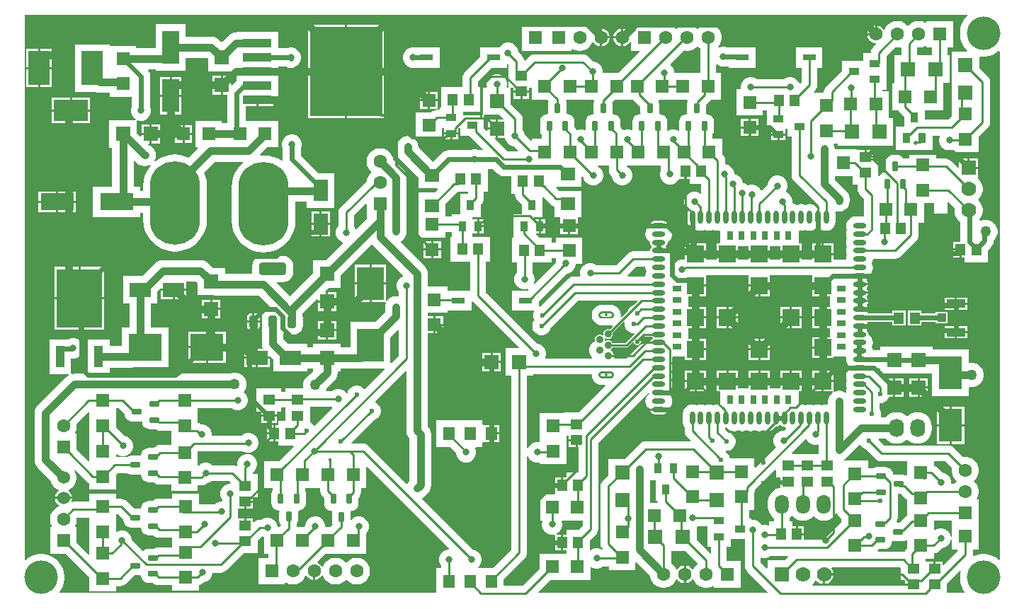
<source format=gtl>
G04*
G04 #@! TF.GenerationSoftware,Altium Limited,Altium Designer,21.0.8 (223)*
G04*
G04 Layer_Physical_Order=1*
G04 Layer_Color=255*
%FSTAX24Y24*%
%MOIN*%
G70*
G04*
G04 #@! TF.SameCoordinates,1A30FD0F-2F50-4216-9531-F08C28C5B71E*
G04*
G04*
G04 #@! TF.FilePolarity,Positive*
G04*
G01*
G75*
%ADD12C,0.0100*%
%ADD13C,0.0118*%
%ADD18R,0.0787X0.0787*%
%ADD19R,0.0394X0.0315*%
%ADD20R,0.0315X0.0394*%
%ADD21O,0.0630X0.0236*%
%ADD22O,0.0236X0.0630*%
%ADD23R,0.0787X0.0787*%
%ADD24R,0.0866X0.0394*%
%ADD25R,0.0394X0.0394*%
%ADD26R,0.0551X0.0630*%
%ADD27R,0.0551X0.0472*%
%ADD28R,0.0591X0.0630*%
G04:AMPARAMS|DCode=29|XSize=48.4mil|YSize=23.6mil|CornerRadius=3mil|HoleSize=0mil|Usage=FLASHONLY|Rotation=90.000|XOffset=0mil|YOffset=0mil|HoleType=Round|Shape=RoundedRectangle|*
%AMROUNDEDRECTD29*
21,1,0.0484,0.0177,0,0,90.0*
21,1,0.0425,0.0236,0,0,90.0*
1,1,0.0059,0.0089,0.0213*
1,1,0.0059,0.0089,-0.0213*
1,1,0.0059,-0.0089,-0.0213*
1,1,0.0059,-0.0089,0.0213*
%
%ADD29ROUNDEDRECTD29*%
%ADD30R,0.0472X0.0551*%
%ADD31R,0.0472X0.0335*%
%ADD32R,0.0669X0.0669*%
%ADD33O,0.2362X0.3937*%
%ADD34R,0.0630X0.0591*%
%ADD35R,0.0650X0.0600*%
%ADD36R,0.0669X0.0669*%
%ADD37R,0.0335X0.0472*%
G04:AMPARAMS|DCode=38|XSize=48.4mil|YSize=23.6mil|CornerRadius=3mil|HoleSize=0mil|Usage=FLASHONLY|Rotation=0.000|XOffset=0mil|YOffset=0mil|HoleType=Round|Shape=RoundedRectangle|*
%AMROUNDEDRECTD38*
21,1,0.0484,0.0177,0,0,0.0*
21,1,0.0425,0.0236,0,0,0.0*
1,1,0.0059,0.0213,-0.0089*
1,1,0.0059,-0.0213,-0.0089*
1,1,0.0059,-0.0213,0.0089*
1,1,0.0059,0.0213,0.0089*
%
%ADD38ROUNDEDRECTD38*%
%ADD39R,0.0984X0.0669*%
%ADD40R,0.1260X0.1575*%
%ADD41R,0.0669X0.0984*%
G04:AMPARAMS|DCode=44|XSize=39.4mil|YSize=59.1mil|CornerRadius=9.8mil|HoleSize=0mil|Usage=FLASHONLY|Rotation=180.000|XOffset=0mil|YOffset=0mil|HoleType=Round|Shape=RoundedRectangle|*
%AMROUNDEDRECTD44*
21,1,0.0394,0.0394,0,0,180.0*
21,1,0.0197,0.0591,0,0,180.0*
1,1,0.0197,-0.0098,0.0197*
1,1,0.0197,0.0098,0.0197*
1,1,0.0197,0.0098,-0.0197*
1,1,0.0197,-0.0098,-0.0197*
%
%ADD44ROUNDEDRECTD44*%
G04:AMPARAMS|DCode=45|XSize=129.1mil|YSize=59.1mil|CornerRadius=14.8mil|HoleSize=0mil|Usage=FLASHONLY|Rotation=180.000|XOffset=0mil|YOffset=0mil|HoleType=Round|Shape=RoundedRectangle|*
%AMROUNDEDRECTD45*
21,1,0.1291,0.0295,0,0,180.0*
21,1,0.0996,0.0591,0,0,180.0*
1,1,0.0295,-0.0498,0.0148*
1,1,0.0295,0.0498,0.0148*
1,1,0.0295,0.0498,-0.0148*
1,1,0.0295,-0.0498,-0.0148*
%
%ADD45ROUNDEDRECTD45*%
%ADD46R,0.1575X0.0787*%
%ADD47R,0.0787X0.1575*%
%ADD48R,0.1102X0.1575*%
%ADD49R,0.0610X0.0315*%
%ADD50R,0.0394X0.0984*%
%ADD51R,0.2126X0.2756*%
%ADD52R,0.1575X0.1260*%
%ADD100R,0.3386X0.4213*%
%ADD101R,0.1339X0.0394*%
%ADD102R,0.0039X0.0039*%
%ADD103C,0.0236*%
%ADD104C,0.0374*%
%ADD105C,0.0600*%
%ADD106C,0.0630*%
%ADD107R,0.0630X0.0630*%
%ADD108C,0.1575*%
%ADD109R,0.1000X0.1600*%
%ADD110R,0.1600X0.1000*%
%ADD111R,0.0630X0.0630*%
%ADD112C,0.0354*%
%ADD113C,0.0138*%
%ADD114O,0.0650X0.0900*%
%ADD115O,0.0700X0.0860*%
%ADD116C,0.0700*%
%ADD117R,0.0700X0.0700*%
%ADD118R,0.0700X0.0700*%
%ADD119C,0.0315*%
%ADD120C,0.0236*%
%ADD121C,0.0500*%
%ADD122C,0.0157*%
%ADD123C,0.0197*%
G36*
X041632Y026055D02*
Y0257D01*
X041301D01*
Y0244D01*
X041259Y02438D01*
X041209D01*
Y02312D01*
X041492D01*
X0415Y023101D01*
X041559Y023025D01*
X04177Y022814D01*
Y022359D01*
X041396D01*
Y021257D01*
X042039D01*
X042046Y02125D01*
X042131Y021201D01*
X042127Y021162D01*
X042123Y021151D01*
X04202D01*
Y020835D01*
X041747D01*
X041739Y020854D01*
X041684Y020926D01*
X041612Y020981D01*
X041529Y021016D01*
X041439Y021027D01*
X041261D01*
X041171Y021016D01*
X041088Y020981D01*
X041016Y020926D01*
X040961Y020854D01*
X040926Y02077D01*
X040914Y02068D01*
Y02051D01*
X040913Y020504D01*
Y020467D01*
X040914Y020462D01*
Y020255D01*
X040918Y020227D01*
X040887Y020193D01*
X040797Y020181D01*
X040714Y020146D01*
X040642Y020091D01*
X040592Y020026D01*
X040566Y020029D01*
X040542Y02004D01*
Y020729D01*
X040327D01*
Y020876D01*
X039951D01*
Y020926D01*
X039901D01*
Y021262D01*
X039576D01*
Y021262D01*
X03953Y021272D01*
Y02128D01*
X038506D01*
Y0213D01*
X038489Y021431D01*
X038457Y021508D01*
X038485Y021549D01*
X038651D01*
Y02145D01*
X041249D01*
Y02275D01*
X041092D01*
X041051Y02277D01*
Y02403D01*
X04076D01*
Y024096D01*
X040943D01*
Y02506D01*
X040941D01*
Y025343D01*
X040945Y025371D01*
X040941Y0254D01*
Y025415D01*
X040944Y025439D01*
Y025674D01*
X041349Y026078D01*
X041388Y02607D01*
X041512D01*
X041593Y026086D01*
X041632Y026055D01*
D02*
G37*
G36*
X032084Y026125D02*
X032148Y026061D01*
X032182Y026038D01*
Y02488D01*
X030957D01*
Y024947D01*
X030925Y025067D01*
X030863Y025175D01*
X030775Y025263D01*
X030769Y025309D01*
X031398Y025938D01*
X031488Y02592D01*
X031612D01*
X031734Y025944D01*
X031848Y025992D01*
X031952Y026061D01*
X032016Y026125D01*
X03205Y026143D01*
X032084Y026125D01*
D02*
G37*
G36*
X04282Y026137D02*
Y02607D01*
X043082D01*
Y0257D01*
X042368D01*
Y026054D01*
X042388Y02607D01*
X042512D01*
X042634Y026094D01*
X042748Y026142D01*
X042776Y02616D01*
X04282Y026137D01*
D02*
G37*
G36*
X046273Y025898D02*
X046273Y001952D01*
X046227Y001932D01*
X046218Y001941D01*
X046078Y002043D01*
X045923Y002122D01*
X045758Y002175D01*
X045587Y002202D01*
X045413D01*
X045242Y002175D01*
X045077Y002122D01*
X045059Y002112D01*
X045013Y002145D01*
X045018Y002187D01*
Y00242D01*
X04528D01*
Y00352D01*
Y00478D01*
X045213D01*
X04519Y004824D01*
X045208Y004852D01*
X045256Y004966D01*
X04528Y005088D01*
Y005212D01*
X045256Y005334D01*
X045208Y005448D01*
X045139Y005552D01*
X045075Y005616D01*
X045057Y00565D01*
X045075Y005684D01*
X045139Y005748D01*
X045208Y005852D01*
X045256Y005966D01*
X04528Y006088D01*
Y006212D01*
X045256Y006334D01*
X045208Y006448D01*
X045139Y006552D01*
X045052Y006639D01*
X044948Y006708D01*
X044834Y006756D01*
X044712Y00678D01*
X044588D01*
X044549Y006772D01*
X04411Y00721D01*
X044034Y007269D01*
X043945Y007306D01*
X04385Y007318D01*
X040852D01*
X040578Y007592D01*
X040597Y007639D01*
X040904D01*
X040938Y007598D01*
X041039Y007514D01*
X041154Y007453D01*
X04128Y007415D01*
X04141Y007402D01*
X04154Y007415D01*
X041666Y007453D01*
X041781Y007514D01*
X041871Y007588D01*
X041905Y007594D01*
X041939Y007588D01*
X042029Y007514D01*
X042144Y007453D01*
X04227Y007415D01*
X0424Y007402D01*
X04253Y007415D01*
X042656Y007453D01*
X042771Y007514D01*
X042872Y007598D01*
X042956Y007699D01*
X043017Y007814D01*
X043055Y00794D01*
X043068Y00807D01*
Y00823D01*
X043055Y00836D01*
X043017Y008486D01*
X042956Y008601D01*
X042872Y008702D01*
X042771Y008786D01*
X042656Y008847D01*
X04253Y008885D01*
X0424Y008898D01*
X04227Y008885D01*
X042144Y008847D01*
X042029Y008786D01*
X041939Y008712D01*
X041905Y008706D01*
X041871Y008712D01*
X041781Y008786D01*
X041666Y008847D01*
X04154Y008885D01*
X04141Y008898D01*
X04128Y008885D01*
X041154Y008847D01*
X041039Y008786D01*
X040938Y008702D01*
X040895Y008651D01*
X040704D01*
X040673Y008691D01*
X040689Y008749D01*
Y008863D01*
X040659Y008973D01*
X040624Y009034D01*
Y009317D01*
X040707D01*
X040817Y009346D01*
X040916Y009403D01*
X040997Y009484D01*
X041054Y009583D01*
X041062Y009616D01*
X04125D01*
Y01005D01*
Y010485D01*
X040865D01*
Y010421D01*
X040819Y010401D01*
X040366Y010854D01*
X040314Y010895D01*
X040331Y010945D01*
X04065D01*
Y0107D01*
X043084D01*
Y009648D01*
X044816D01*
Y01006D01*
X044856Y01009D01*
X044876Y010085D01*
X045024D01*
X045168Y010124D01*
X045297Y010198D01*
X045402Y010303D01*
X045476Y010432D01*
X045515Y010576D01*
Y010724D01*
X045476Y010868D01*
X045402Y010997D01*
X045297Y011102D01*
X045168Y011176D01*
X045024Y011215D01*
X044876D01*
X044856Y01121D01*
X044816Y01124D01*
Y011852D01*
X043613D01*
X043586Y011856D01*
X0431D01*
Y011999D01*
X04065D01*
Y011818D01*
X040302D01*
X040293Y011888D01*
X040259Y011972D01*
X040293Y012056D01*
X040308Y012169D01*
X040293Y012282D01*
X04025Y012387D01*
X04018Y012478D01*
X04009Y012547D01*
X040094Y012563D01*
X040077Y012648D01*
X040029Y01272D01*
X040007Y012734D01*
Y012784D01*
X040029Y012799D01*
X040077Y012871D01*
X040084Y012906D01*
X039674D01*
Y013006D01*
X040084D01*
X040077Y013041D01*
X040038Y013099D01*
X040058Y013149D01*
X041213D01*
Y012972D01*
X041843D01*
Y01368D01*
X041213D01*
Y013551D01*
X040058D01*
X040038Y013601D01*
X040077Y013659D01*
X040084Y013694D01*
X039674D01*
Y013794D01*
X040084D01*
X040077Y013829D01*
X040029Y013901D01*
X040007Y013916D01*
Y013966D01*
X040029Y01398D01*
X040077Y014052D01*
X040084Y014087D01*
X039674D01*
Y014187D01*
X040084D01*
X040077Y014223D01*
X040029Y014295D01*
X040007Y014309D01*
Y014359D01*
X040029Y014374D01*
X040077Y014446D01*
X040084Y014481D01*
X039674D01*
Y014581D01*
X040084D01*
X040077Y014616D01*
X040029Y014688D01*
X040007Y014703D01*
Y014753D01*
X040029Y014768D01*
X040077Y01484D01*
X040084Y014875D01*
X039674D01*
Y014975D01*
X040084D01*
X040077Y01501D01*
X040029Y015082D01*
X040007Y015097D01*
Y015147D01*
X040029Y015161D01*
X040077Y015233D01*
X040094Y015318D01*
X04009Y015335D01*
X04018Y015403D01*
X04025Y015494D01*
X040293Y015599D01*
X040308Y015712D01*
X040293Y015825D01*
X040259Y015909D01*
X040293Y015993D01*
X040308Y016106D01*
X040331Y016131D01*
X04135D01*
X041445Y016144D01*
X041534Y016181D01*
X04161Y016239D01*
X042351Y01698D01*
X042409Y017056D01*
X042446Y017145D01*
X042459Y017241D01*
Y01782D01*
X042701D01*
Y018749D01*
X043185D01*
Y018235D01*
X043815D01*
Y018799D01*
X043861Y018818D01*
X044148Y018531D01*
X044135Y018465D01*
Y018335D01*
X044161Y018206D01*
X044211Y018085D01*
X044283Y017976D01*
X044376Y017883D01*
X044421Y017854D01*
Y016927D01*
X044088D01*
Y016601D01*
X044424D01*
Y016551D01*
X044474D01*
Y016176D01*
X044621D01*
Y015961D01*
X045723D01*
Y016524D01*
X045858Y016659D01*
X045928Y01675D01*
X045971Y016855D01*
X045986Y016968D01*
Y016987D01*
X046052Y017053D01*
X046126Y017182D01*
X046165Y017326D01*
Y017474D01*
X046126Y017618D01*
X046052Y017747D01*
X045947Y017852D01*
X045818Y017926D01*
X045674Y017965D01*
X045526D01*
X045382Y017926D01*
X045366Y017917D01*
X045313Y017945D01*
X045311Y01797D01*
X045317Y017976D01*
X045389Y018085D01*
X045439Y018206D01*
X045465Y018335D01*
Y018465D01*
X045439Y018594D01*
X045389Y018715D01*
X045317Y018824D01*
X04524Y0189D01*
X045317Y018976D01*
X045389Y019085D01*
X045439Y019206D01*
X045465Y019335D01*
Y019465D01*
X045439Y019594D01*
X045389Y019715D01*
X045317Y019824D01*
X04524Y0199D01*
X04525Y01995D01*
X04525D01*
Y02035D01*
X0448D01*
Y0204D01*
X04475D01*
Y02085D01*
X04435D01*
Y020436D01*
X044304Y020417D01*
X043993Y020728D01*
X043917Y020786D01*
X043828Y020823D01*
X043733Y020835D01*
X04328D01*
Y021151D01*
X042477D01*
X042473Y021162D01*
X042469Y021201D01*
X042554Y02125D01*
X042563Y021259D01*
X043104D01*
Y021932D01*
X043438D01*
X043463Y021889D01*
X04346Y021882D01*
X043428Y021762D01*
Y021638D01*
X04346Y021518D01*
X043522Y02141D01*
X04361Y021322D01*
X043718Y02126D01*
X043838Y021228D01*
X043962D01*
X04398Y021232D01*
X04402Y021202D01*
Y021149D01*
X04528D01*
Y021869D01*
X04571Y022299D01*
X045769Y022375D01*
X045806Y022464D01*
X045818Y022559D01*
Y02445D01*
X045806Y024545D01*
X045769Y024634D01*
X04571Y02471D01*
X0453Y025121D01*
Y025627D01*
X045338Y02566D01*
X045413Y025648D01*
X045587D01*
X045758Y025675D01*
X045923Y025728D01*
X046078Y025807D01*
X046218Y025909D01*
X046227Y025918D01*
X046273Y025898D01*
D02*
G37*
G36*
X023156Y025273D02*
Y024936D01*
X023159Y024912D01*
Y024199D01*
X02309D01*
X023059Y024239D01*
X023072Y024288D01*
Y024412D01*
X02304Y024532D01*
X022978Y02464D01*
X02289Y024728D01*
X022782Y02479D01*
X022662Y024822D01*
X022538D01*
X022418Y02479D01*
X02231Y024728D01*
X022222Y02464D01*
X02216Y024532D01*
X022128Y024412D01*
Y024288D01*
X022141Y024239D01*
X02211Y024199D01*
X02195D01*
Y0229D01*
X021908Y022882D01*
X021009D01*
Y023033D01*
X021823D01*
Y024214D01*
X021718D01*
Y024495D01*
X022351Y025128D01*
X02307D01*
Y025289D01*
X02312Y025309D01*
X023156Y025273D01*
D02*
G37*
G36*
X024249Y02362D02*
X024949D01*
X025033Y023536D01*
X025026Y02352D01*
X025014Y02343D01*
Y023005D01*
X025018Y022977D01*
X024987Y022943D01*
X024897Y022931D01*
X024814Y022896D01*
X024742Y022841D01*
X024686Y022769D01*
X024652Y022685D01*
X02464Y022595D01*
Y02217D01*
X024652Y02208D01*
X024686Y021996D01*
X024708Y021968D01*
Y02178D01*
X024249D01*
Y021687D01*
X024203Y021668D01*
X023922Y021948D01*
Y021962D01*
X02389Y022082D01*
X023828Y02219D01*
X023818Y0222D01*
Y0227D01*
X023806Y022795D01*
X023769Y022884D01*
X02371Y02296D01*
X02325Y023421D01*
Y024199D01*
X023374D01*
Y024052D01*
X02375D01*
X024126D01*
Y024199D01*
X024249D01*
Y02362D01*
D02*
G37*
G36*
X044764Y027573D02*
X044659Y027468D01*
X044557Y027328D01*
X044478Y027173D01*
X044425Y027008D01*
X044398Y026837D01*
Y026663D01*
X044425Y026492D01*
X044478Y026327D01*
X044557Y026172D01*
X044659Y026032D01*
X044742Y025949D01*
X044721Y025899D01*
X044D01*
Y0246D01*
Y023301D01*
X04402D01*
Y022831D01*
X043857Y022668D01*
X042734D01*
Y02312D01*
X04361D01*
Y023963D01*
X043618Y024019D01*
Y0244D01*
X043899D01*
Y0257D01*
X043818D01*
Y02607D01*
X04408D01*
Y02733D01*
X04282D01*
Y027263D01*
X042776Y02724D01*
X042748Y027258D01*
X042634Y027306D01*
X042512Y02733D01*
X042388D01*
X042266Y027306D01*
X042152Y027258D01*
X042048Y027189D01*
X041984Y027125D01*
X04195Y027107D01*
X041916Y027125D01*
X041852Y027189D01*
X041748Y027258D01*
X041634Y027306D01*
X041512Y02733D01*
X041388D01*
X041266Y027306D01*
X041152Y027258D01*
X041048Y027189D01*
X040961Y027102D01*
X040892Y026998D01*
X04086Y026921D01*
X040804Y026917D01*
X040782Y026955D01*
X040705Y027032D01*
X04061Y027087D01*
X040505Y027115D01*
X0405D01*
Y0267D01*
X04045D01*
Y02665D01*
X040035D01*
Y026645D01*
X040063Y02654D01*
X040118Y026445D01*
X040195Y026368D01*
X04029Y026313D01*
X040395Y026285D01*
X040444D01*
X040464Y026235D01*
X040316Y026087D01*
X040257Y02601D01*
X040221Y025921D01*
X040208Y025826D01*
Y025804D01*
X039839D01*
Y025434D01*
X038857D01*
Y02499D01*
X038105Y024238D01*
X038046Y024162D01*
X038009Y024073D01*
X037997Y023978D01*
Y023951D01*
X037546D01*
X037527Y023997D01*
X03757Y024041D01*
X037629Y024117D01*
X037666Y024206D01*
X037678Y024301D01*
Y025128D01*
X03793D01*
Y026072D01*
X03669D01*
Y025128D01*
X036942D01*
Y024454D01*
X036885Y024397D01*
X036826Y024408D01*
X036778Y02449D01*
X03669Y024578D01*
X036582Y02464D01*
X036462Y024672D01*
X036338D01*
X036218Y02464D01*
X03611Y024578D01*
X0361Y024568D01*
X03485D01*
X03484Y024578D01*
X034732Y02464D01*
X034612Y024672D01*
X034488D01*
X034368Y02464D01*
X03426Y024578D01*
X034172Y02449D01*
X03411Y024382D01*
X034078Y024262D01*
Y024138D01*
X034049Y024101D01*
X03387D01*
Y02288D01*
X03513D01*
Y023122D01*
X035307D01*
Y022242D01*
X035524D01*
Y02203D01*
X03586D01*
X036196D01*
Y022242D01*
X036291D01*
Y021868D01*
X036474D01*
Y020058D01*
X036487Y019963D01*
X036523Y019874D01*
X036582Y019798D01*
X037732Y018648D01*
Y018541D01*
X037715Y018524D01*
X037664Y018525D01*
X037621Y01858D01*
X037531Y01865D01*
X037425Y018693D01*
X037312Y018708D01*
X037199Y018693D01*
X037115Y018658D01*
X037032Y018693D01*
X036919Y018708D01*
X036805Y018693D01*
X036722Y018658D01*
X036638Y018693D01*
X036565Y018703D01*
X036523Y018737D01*
X036522Y018757D01*
Y018862D01*
X03649Y018982D01*
X036428Y01909D01*
X03634Y019178D01*
X036232Y01924D01*
X036226Y019242D01*
X036206Y019299D01*
X036253Y01938D01*
X036285Y019501D01*
Y019625D01*
X036253Y019745D01*
X036191Y019853D01*
X036103Y019941D01*
X035995Y020003D01*
X035875Y020035D01*
X035751D01*
X03563Y020003D01*
X035523Y019941D01*
X035435Y019853D01*
X035373Y019745D01*
X03534Y019625D01*
Y019611D01*
X035084Y019355D01*
X035022Y019364D01*
X034978Y01944D01*
X03489Y019528D01*
X034782Y01959D01*
X034662Y019622D01*
X034538D01*
X034419Y01959D01*
X034332Y01964D01*
X034212Y019672D01*
X034172D01*
Y019712D01*
X03414Y019832D01*
X034078Y01994D01*
X03399Y020028D01*
X033882Y02009D01*
X033772Y02012D01*
Y020162D01*
X03374Y020282D01*
X033678Y02039D01*
X03359Y020478D01*
X033482Y02054D01*
X033362Y020572D01*
X03335D01*
Y020759D01*
X033337Y020854D01*
X0333Y020943D01*
X033242Y021019D01*
X033201Y02106D01*
Y02178D01*
X032742D01*
Y021968D01*
X032764Y021996D01*
X032798Y02208D01*
X03281Y02217D01*
Y022595D01*
X032798Y022685D01*
X032764Y022769D01*
X032708Y022841D01*
X032636Y022896D01*
X032553Y022931D01*
X032463Y022943D01*
X032432Y022977D01*
X032436Y023005D01*
Y023365D01*
X032654Y023583D01*
X032682Y02362D01*
X033151D01*
Y02488D01*
X032918D01*
Y025251D01*
X032968Y025267D01*
X033068Y02521D01*
X033188Y025178D01*
X033312D01*
X033389Y025198D01*
X03353D01*
Y025128D01*
X03477D01*
Y026072D01*
X03353D01*
Y026072D01*
X033464D01*
X033432Y02609D01*
X033312Y026122D01*
X033188D01*
X033068Y02609D01*
X03303Y026069D01*
X032999Y026109D01*
X033039Y026148D01*
X033108Y026252D01*
X033156Y026366D01*
X03318Y026488D01*
Y026612D01*
X033156Y026734D01*
X033108Y026848D01*
X033039Y026952D01*
X032952Y027039D01*
X032848Y027108D01*
X032734Y027156D01*
X032612Y02718D01*
X032488D01*
X032366Y027156D01*
X032252Y027108D01*
X032148Y027039D01*
X032084Y026975D01*
X03205Y026957D01*
X032016Y026975D01*
X031952Y027039D01*
X031848Y027108D01*
X031734Y027156D01*
X031612Y02718D01*
X031488D01*
X031366Y027156D01*
X031252Y027108D01*
X031148Y027039D01*
X031084Y026975D01*
X03105Y026957D01*
X031016Y026975D01*
X030952Y027039D01*
X030848Y027108D01*
X030734Y027156D01*
X030612Y02718D01*
X030488D01*
X030366Y027156D01*
X030252Y027108D01*
X030224Y02709D01*
X03018Y027113D01*
Y02718D01*
X02892D01*
Y026752D01*
X02887Y026739D01*
X028832Y026805D01*
X028755Y026882D01*
X02866Y026937D01*
X028555Y026965D01*
X02855D01*
Y02655D01*
Y026135D01*
X028555D01*
X02866Y026163D01*
X028755Y026218D01*
X028832Y026295D01*
X02887Y026361D01*
X02892Y026348D01*
Y02592D01*
X029305D01*
X029324Y025874D01*
X02833Y02488D01*
X027578D01*
X027572Y024888D01*
Y025012D01*
X02754Y025132D01*
X027478Y02524D01*
X02739Y025328D01*
X027282Y02539D01*
X027162Y025422D01*
X027148D01*
X026924Y025647D01*
X026848Y025705D01*
X026759Y025742D01*
X026664Y025754D01*
X024386D01*
X024291Y025742D01*
X024202Y025705D01*
X024126Y025647D01*
X023939Y025459D01*
X023886Y025477D01*
X02388Y025521D01*
X023843Y02561D01*
X023785Y025686D01*
X023602Y025869D01*
Y025892D01*
X02357Y026012D01*
X023507Y02612D01*
X02342Y026207D01*
X023312Y02627D01*
X023192Y026302D01*
X023067D01*
X022947Y02627D01*
X022839Y026207D01*
X022751Y02612D01*
X022724Y026072D01*
X02183D01*
Y025648D01*
X02109Y024908D01*
X021031Y024832D01*
X020994Y024743D01*
X020982Y024648D01*
Y024214D01*
X019973D01*
Y023256D01*
X019907D01*
Y023142D01*
X019765D01*
X019669Y02313D01*
X019581Y023093D01*
X019504Y023034D01*
X01949Y02302D01*
X01877D01*
Y021812D01*
X018727Y021781D01*
X018653Y021838D01*
X018531Y021889D01*
X0184Y021906D01*
X018269Y021889D01*
X018147Y021838D01*
X018042Y021758D01*
X017962Y021653D01*
X017911Y021531D01*
X017894Y0214D01*
Y021175D01*
X017911Y021044D01*
X017962Y020922D01*
X018042Y020817D01*
X01891Y019949D01*
Y019435D01*
X019794D01*
X019813Y019389D01*
X019669Y019245D01*
X01891D01*
Y018015D01*
X01892D01*
Y01713D01*
X02018D01*
Y017372D01*
X020494D01*
Y017164D01*
X020423D01*
Y015983D01*
X021354D01*
Y014622D01*
X02028D01*
Y014801D01*
X019356D01*
Y0154D01*
X019339Y015531D01*
X019288Y015653D01*
X019208Y015758D01*
X018065Y016901D01*
X018075Y01695D01*
X018103Y016962D01*
X018208Y017042D01*
X018288Y017147D01*
X018339Y017269D01*
X018356Y0174D01*
Y01995D01*
X018339Y020081D01*
X018288Y020203D01*
X018208Y020308D01*
X017724Y020792D01*
X017706Y020884D01*
X017658Y020998D01*
X017589Y021102D01*
X017502Y021189D01*
X017398Y021258D01*
X017284Y021306D01*
X017162Y02133D01*
X017038D01*
X016916Y021306D01*
X016802Y021258D01*
X016698Y021189D01*
X016611Y021102D01*
X016542Y020998D01*
X016494Y020884D01*
X01647Y020762D01*
Y020638D01*
X016494Y020516D01*
X016542Y020402D01*
X016611Y020298D01*
X016675Y020234D01*
X016693Y0202D01*
X016675Y020166D01*
X016611Y020102D01*
X016542Y019998D01*
X016494Y019884D01*
X016477Y019798D01*
X01524Y01856D01*
X015181Y018484D01*
X015144Y018395D01*
X015132Y0183D01*
Y01765D01*
X015122Y01764D01*
X01506Y017532D01*
X015028Y017412D01*
Y017288D01*
X01506Y017168D01*
X015122Y01706D01*
X01521Y016972D01*
X015318Y01691D01*
X01533Y016907D01*
X015343Y016858D01*
X014534Y016049D01*
X01395D01*
Y015466D01*
X01285Y014366D01*
X012236Y01498D01*
X012255Y015026D01*
X012548D01*
X012669Y015042D01*
X012781Y015088D01*
X012878Y015163D01*
X012952Y015259D01*
X012999Y015372D01*
X013015Y015493D01*
Y015788D01*
X012999Y015909D01*
X012952Y016021D01*
X012878Y016118D01*
X012781Y016192D01*
X012669Y016238D01*
X012548Y016254D01*
X011552D01*
X011431Y016238D01*
X011319Y016192D01*
X011222Y016118D01*
X011148Y016021D01*
X011101Y015909D01*
X011085Y015788D01*
Y015493D01*
X011092Y015444D01*
X011059Y015406D01*
X0098D01*
Y015699D01*
X009216D01*
X009008Y015908D01*
X008903Y015988D01*
X008781Y016039D01*
X00865Y016056D01*
X00687D01*
X006739Y016039D01*
X006617Y015988D01*
X006512Y015908D01*
X005904Y0153D01*
X005006D01*
Y014D01*
X005306D01*
Y012895D01*
X004941D01*
Y012006D01*
X004373D01*
Y012307D01*
X003349D01*
Y010706D01*
X0027D01*
X002612Y010695D01*
X002562Y010738D01*
Y011408D01*
X002588Y011428D01*
X002712D01*
X002832Y01146D01*
X00294Y011522D01*
X003028Y01161D01*
X00309Y011718D01*
X003122Y011838D01*
Y011962D01*
X00309Y012082D01*
X003028Y01219D01*
X00294Y012278D01*
X002832Y01234D01*
X002712Y012372D01*
X002588D01*
X002468Y01234D01*
X002417Y012311D01*
X002129D01*
X0021Y012307D01*
X001538D01*
Y010693D01*
X002448D01*
X002458Y010643D01*
X002447Y010638D01*
X002342Y010558D01*
X000992Y009208D01*
X000912Y009103D01*
X000861Y008981D01*
X000844Y00885D01*
Y00665D01*
X000861Y006519D01*
X000912Y006397D01*
X000992Y006292D01*
X001595Y005689D01*
X001609Y005621D01*
X001655Y005509D01*
X001722Y005408D01*
X001808Y005322D01*
X001909Y005255D01*
X001963Y005233D01*
X001966Y005177D01*
X001954Y00517D01*
X00188Y005096D01*
X001827Y005004D01*
X0018Y004903D01*
Y0049D01*
X0026D01*
Y004903D01*
X002573Y005004D01*
X00252Y005096D01*
X002446Y00517D01*
X002434Y005177D01*
X002437Y005233D01*
X002491Y005255D01*
X002592Y005322D01*
X002678Y005408D01*
X002745Y005509D01*
X002791Y005621D01*
X002815Y005739D01*
Y005861D01*
X002791Y005979D01*
X002745Y006091D01*
X0027Y006159D01*
X002739Y006191D01*
X00333Y005599D01*
X003407Y005541D01*
X00342Y005535D01*
Y005249D01*
X00468D01*
Y005949D01*
X004763Y006032D01*
X005168D01*
X005196Y006011D01*
X00528Y005976D01*
X00537Y005964D01*
X005795D01*
X005817Y005967D01*
X005859Y005922D01*
X005869Y005847D01*
X005904Y005764D01*
X005959Y005692D01*
X006031Y005636D01*
X006115Y005602D01*
X006205Y00559D01*
X006457D01*
X006457Y00559D01*
X006533Y005531D01*
X006622Y005494D01*
X006717Y005482D01*
X00727D01*
Y005199D01*
X00853D01*
Y005441D01*
X008681D01*
X008776Y005454D01*
X008865Y005491D01*
X008941Y005549D01*
X008948Y005556D01*
X008962D01*
X009082Y005588D01*
X00919Y005651D01*
X0092Y005661D01*
X00999D01*
X010078Y005572D01*
X010057Y005522D01*
X009988D01*
X009868Y00549D01*
X00976Y005428D01*
X009672Y00534D01*
X00961Y005232D01*
X009578Y005112D01*
Y004988D01*
X00961Y004868D01*
X009672Y00476D01*
X009682Y00475D01*
Y004672D01*
X009588D01*
X009468Y00464D01*
X00936Y004578D01*
X009345Y004563D01*
X00858D01*
Y005051D01*
X00732D01*
Y004818D01*
X006668D01*
X006573Y004806D01*
X006484Y004769D01*
X006408Y00471D01*
X006407Y00471D01*
X006205D01*
X006115Y004698D01*
X006031Y004664D01*
X005959Y004608D01*
X005904Y004536D01*
X005869Y004453D01*
X005859Y004378D01*
X005817Y004333D01*
X005795Y004336D01*
X005543D01*
X005178Y004701D01*
X005102Y004759D01*
X005013Y004796D01*
X004918Y004809D01*
X00468D01*
Y005051D01*
X00342D01*
Y004668D01*
X00265D01*
X002612Y004663D01*
X002597Y004675D01*
X002576Y004709D01*
X0026Y004797D01*
Y0048D01*
X0018D01*
Y004797D01*
X001827Y004696D01*
X00188Y004604D01*
X001954Y00453D01*
X002003Y004502D01*
X002003Y004501D01*
X001997Y004448D01*
X001902Y004408D01*
X001798Y004339D01*
X001711Y004252D01*
X001642Y004148D01*
X001594Y004034D01*
X00157Y003912D01*
Y003788D01*
X001594Y003666D01*
X001642Y003552D01*
X00166Y003524D01*
X001637Y00348D01*
X00157D01*
Y00222D01*
X002309D01*
X00342Y001109D01*
Y000449D01*
X00468D01*
Y000691D01*
X004868D01*
X004963Y000704D01*
X005052Y000741D01*
X005128Y000799D01*
X005543Y001214D01*
X005795D01*
X005817Y001217D01*
X005859Y001172D01*
X005869Y001097D01*
X005904Y001014D01*
X005959Y000942D01*
X006031Y000886D01*
X006115Y000852D01*
X006205Y00084D01*
X00642D01*
X006484Y000791D01*
X006573Y000754D01*
X006668Y000741D01*
X00732D01*
Y000499D01*
X00858D01*
Y000751D01*
X008605Y000754D01*
X008694Y000791D01*
X00877Y000849D01*
X008798Y000878D01*
X008812D01*
X008932Y00091D01*
X00904Y000972D01*
X009128Y00106D01*
X00919Y001168D01*
X009222Y001288D01*
Y001332D01*
X009609D01*
X009704Y001344D01*
X009793Y001381D01*
X009869Y00144D01*
X01068Y002251D01*
X011341D01*
Y002833D01*
X011554Y003046D01*
X011618Y00301D01*
X011649Y003001D01*
Y00222D01*
X011832D01*
Y00203D01*
X01137D01*
Y00077D01*
X01263D01*
Y000837D01*
X012674Y00086D01*
X012702Y000842D01*
X012816Y000794D01*
X012938Y00077D01*
X013062D01*
X013184Y000794D01*
X013298Y000842D01*
X013402Y000911D01*
X013489Y000998D01*
X013558Y001102D01*
X01359Y001179D01*
X013646Y001183D01*
X013668Y001145D01*
X013745Y001068D01*
X01384Y001013D01*
X013945Y000985D01*
X01395D01*
Y0014D01*
X01405D01*
Y000985D01*
X014055D01*
X01416Y001013D01*
X014255Y001068D01*
X014332Y001145D01*
X014354Y001183D01*
X01441Y001179D01*
X014442Y001102D01*
X014511Y000998D01*
X014598Y000911D01*
X014702Y000842D01*
X014816Y000794D01*
X014938Y00077D01*
X015062D01*
X015184Y000794D01*
X015298Y000842D01*
X015402Y000911D01*
X015466Y000975D01*
X0155Y000993D01*
X015534Y000975D01*
X015598Y000911D01*
X015702Y000842D01*
X015816Y000794D01*
X015938Y00077D01*
X016062D01*
X016184Y000794D01*
X016298Y000842D01*
X016402Y000911D01*
X016489Y000998D01*
X016558Y001102D01*
X016606Y001216D01*
X01663Y001338D01*
Y001462D01*
X016606Y001584D01*
X016558Y001698D01*
X016489Y001802D01*
X016402Y001889D01*
X016298Y001958D01*
X016184Y002006D01*
X016062Y00203D01*
X015938D01*
X015816Y002006D01*
X015702Y001958D01*
X015598Y001889D01*
X015534Y001825D01*
X0155Y001807D01*
X015466Y001825D01*
X015402Y001889D01*
X015298Y001958D01*
X015184Y002006D01*
X015062Y00203D01*
X014938D01*
X014816Y002006D01*
X014702Y001958D01*
X014598Y001889D01*
X014511Y001802D01*
X014442Y001698D01*
X01441Y001621D01*
X014354Y001617D01*
X014332Y001655D01*
X014255Y001732D01*
X014177Y001777D01*
X014163Y001833D01*
X01455Y00222D01*
X016451D01*
Y003071D01*
X016454Y003095D01*
Y003186D01*
X016478Y00321D01*
X01654Y003318D01*
X016572Y003438D01*
Y003562D01*
X01654Y003682D01*
X016478Y00379D01*
X01639Y003878D01*
X016282Y00394D01*
X016162Y003972D01*
X016038D01*
X015918Y00394D01*
X01581Y003878D01*
X015762Y00383D01*
X015712Y003851D01*
Y004178D01*
X015709Y0042D01*
X015754Y004242D01*
X015829Y004252D01*
X015912Y004286D01*
X015984Y004342D01*
X016039Y004414D01*
X016074Y004497D01*
X016086Y004587D01*
Y004839D01*
X016101Y004854D01*
X016159Y004931D01*
X016196Y005019D01*
X016209Y005115D01*
Y00532D01*
X016451D01*
Y006313D01*
X016497Y006332D01*
X020361Y002469D01*
X020342Y002422D01*
X020288D01*
X020168Y00239D01*
X02006Y002328D01*
X019972Y00224D01*
X01991Y002132D01*
X019878Y002012D01*
Y001888D01*
X01991Y001768D01*
X019972Y00166D01*
X019982Y00165D01*
Y001546D01*
X019745D01*
Y000377D01*
X002049D01*
X002024Y000427D01*
X002093Y000522D01*
X002172Y000677D01*
X002225Y000842D01*
X002252Y001013D01*
Y001187D01*
X002225Y001358D01*
X002172Y001523D01*
X002093Y001678D01*
X001991Y001818D01*
X001868Y001941D01*
X001728Y002043D01*
X001573Y002122D01*
X001408Y002175D01*
X001237Y002202D01*
X001063D01*
X000892Y002175D01*
X000727Y002122D01*
X000572Y002043D01*
X000432Y001941D01*
X000423Y001932D01*
X000377Y001952D01*
X000377Y027623D01*
X044743Y027623D01*
X044764Y027573D01*
D02*
G37*
G36*
X029037Y023583D02*
X029364Y023257D01*
Y023005D01*
X029368Y022977D01*
X029337Y022943D01*
X029247Y022931D01*
X029164Y022896D01*
X029092Y022841D01*
X029036Y022769D01*
X029002Y022685D01*
X02899Y022595D01*
Y022215D01*
X02894Y022186D01*
X028932Y02219D01*
X028812Y022222D01*
X028688D01*
X028568Y02219D01*
X028526Y022204D01*
X028519Y022221D01*
X02846Y022297D01*
X02841Y022348D01*
Y022595D01*
X028398Y022685D01*
X028364Y022769D01*
X028308Y022841D01*
X028236Y022896D01*
X028153Y022931D01*
X028063Y022943D01*
X028032Y022977D01*
X028036Y023005D01*
Y02343D01*
X028027Y023496D01*
X028068Y023537D01*
X028068Y023537D01*
X028151Y02362D01*
X029009D01*
X029037Y023583D01*
D02*
G37*
G36*
X027197Y02357D02*
X027176Y02352D01*
X027164Y02343D01*
Y023005D01*
X027168Y022977D01*
X027137Y022943D01*
X027047Y022931D01*
X026964Y022896D01*
X026892Y022841D01*
X026836Y022769D01*
X026802Y022685D01*
X02679Y022595D01*
Y022215D01*
X02674Y022186D01*
X026732Y02219D01*
X026612Y022222D01*
X026488D01*
X026368Y02219D01*
X02636Y022193D01*
X026359Y022194D01*
X026301Y02227D01*
X02626Y02231D01*
Y022315D01*
X02626Y022316D01*
Y022595D01*
X026248Y022685D01*
X026214Y022769D01*
X026158Y022841D01*
X026086Y022896D01*
X026003Y022931D01*
X025913Y022943D01*
X025882Y022977D01*
X025886Y023005D01*
Y02343D01*
X025874Y02352D01*
X025853Y02357D01*
X025887Y02362D01*
X027163D01*
X027197Y02357D01*
D02*
G37*
G36*
X031597D02*
X031576Y02352D01*
X031564Y02343D01*
Y023005D01*
X031568Y022977D01*
X031537Y022943D01*
X031447Y022931D01*
X031364Y022896D01*
X031292Y022841D01*
X031236Y022769D01*
X031202Y022685D01*
X03119Y022595D01*
Y022186D01*
X031157Y022161D01*
X031141Y022156D01*
X031082Y02219D01*
X030962Y022222D01*
X030838D01*
X030718Y02219D01*
X030659Y022156D01*
X030643Y022161D01*
X03061Y022186D01*
Y022595D01*
X030598Y022685D01*
X030564Y022769D01*
X030508Y022841D01*
X030436Y022896D01*
X030353Y022931D01*
X030263Y022943D01*
X030232Y022977D01*
X030236Y023005D01*
Y02343D01*
X030224Y02352D01*
X030203Y02357D01*
X030237Y02362D01*
X031563D01*
X031597Y02357D01*
D02*
G37*
G36*
X020891Y021918D02*
X021325D01*
X021368Y021861D01*
X021946Y021283D01*
X021927Y021237D01*
X021738D01*
X021732Y02124D01*
X021612Y021272D01*
X021488D01*
X021368Y02124D01*
X021362Y021237D01*
X020325D01*
X020212Y021222D01*
X020107Y021178D01*
X020016Y021109D01*
X019599Y020692D01*
X018906Y021385D01*
Y0214D01*
X018889Y021531D01*
X018838Y021653D01*
X018762Y021752D01*
X018771Y021777D01*
X018786Y021799D01*
X02003D01*
Y022292D01*
X020124D01*
Y02208D01*
X02046D01*
X020796D01*
Y022292D01*
X020891D01*
Y021918D01*
D02*
G37*
G36*
X022898Y022731D02*
X022879Y022685D01*
X02265D01*
Y02225D01*
Y021816D01*
X022983D01*
X02301Y021718D01*
X023072Y02161D01*
X02316Y021522D01*
X023268Y02146D01*
X023388Y021428D01*
X023402D01*
X023591Y021239D01*
X023572Y021193D01*
X023078D01*
X022501Y02177D01*
X02252Y021816D01*
X02255D01*
Y0222D01*
X022165D01*
Y022171D01*
X022119Y022151D01*
X021996Y022274D01*
Y022283D01*
X021993Y022307D01*
Y022882D01*
X022036Y0229D01*
X022729D01*
X022898Y022731D01*
D02*
G37*
G36*
X030318Y020296D02*
X03031Y020282D01*
X030278Y020162D01*
Y020038D01*
X03031Y019918D01*
X030372Y01981D01*
X03046Y019722D01*
X030568Y01966D01*
X030688Y019628D01*
X030812D01*
X030932Y01966D01*
X03104Y019722D01*
X031128Y01981D01*
X031165Y019873D01*
X031428D01*
Y020249D01*
X031528D01*
Y019873D01*
X031675D01*
Y019658D01*
X03222D01*
Y019215D01*
X03217Y01919D01*
X032082Y01924D01*
X031962Y019272D01*
X031838D01*
X031718Y01924D01*
X03161Y019178D01*
X031522Y01909D01*
X03146Y018982D01*
X031428Y018862D01*
Y018738D01*
X03146Y018618D01*
X031522Y01851D01*
X03161Y018422D01*
X031617Y01839D01*
X031595Y018356D01*
X031578Y018271D01*
Y017878D01*
X031595Y017792D01*
X031643Y01772D01*
X031715Y017672D01*
X0318Y017655D01*
X031816Y017658D01*
X031885Y017569D01*
X031976Y017499D01*
X032081Y017456D01*
X032194Y017441D01*
X032307Y017456D01*
X032391Y01749D01*
X032475Y017456D01*
X032588Y017441D01*
X032701Y017456D01*
X032785Y01749D01*
X032868Y017456D01*
X032982Y017441D01*
X03305Y01745D01*
X0331Y017406D01*
Y01684D01*
X03296D01*
Y016396D01*
X033454D01*
X033948D01*
Y0167D01*
X034456D01*
Y016396D01*
X03495D01*
X035444D01*
Y0167D01*
X035952D01*
Y016396D01*
X036446D01*
X03694D01*
Y01684D01*
X0368D01*
Y017406D01*
X03685Y01745D01*
X036919Y017441D01*
X037032Y017456D01*
X037115Y01749D01*
X037199Y017456D01*
X037312Y017441D01*
X037425Y017456D01*
X037531Y017499D01*
X037621Y017569D01*
X037678Y017643D01*
X037734D01*
X037791Y017569D01*
X037881Y017499D01*
X037987Y017456D01*
X0381Y017441D01*
X038213Y017456D01*
X038318Y017499D01*
X038409Y017569D01*
X038478Y017659D01*
X038522Y017765D01*
X038536Y017878D01*
Y018271D01*
X038529Y018331D01*
X038549Y018346D01*
X038575Y01836D01*
X0387Y018344D01*
X038831Y018361D01*
X038953Y018412D01*
X039058Y018492D01*
X039138Y018597D01*
X039189Y018719D01*
X039206Y01885D01*
Y01895D01*
X039189Y019081D01*
X039138Y019203D01*
X039058Y019308D01*
X038506Y01986D01*
Y02002D01*
X039361D01*
Y019627D01*
X039582D01*
Y0194D01*
X039594Y019305D01*
X039631Y019216D01*
X03969Y01914D01*
X039882Y018948D01*
Y018131D01*
X039871Y018122D01*
X039478D01*
X039365Y018107D01*
X039259Y018063D01*
X039169Y017994D01*
X039099Y017903D01*
X039056Y017798D01*
X039041Y017685D01*
X039056Y017572D01*
X03909Y017488D01*
X039056Y017404D01*
X039041Y017291D01*
X039056Y017178D01*
X03909Y017094D01*
X039056Y01701D01*
X039041Y016897D01*
X039056Y016784D01*
X039091Y016698D01*
X039056Y016613D01*
X039041Y0165D01*
X039056Y016387D01*
X03909Y016303D01*
X039056Y016219D01*
X039041Y016106D01*
X039018Y01608D01*
X038436D01*
Y016296D01*
X037942D01*
X037448D01*
Y01608D01*
X03694D01*
Y016296D01*
X036446D01*
X035952D01*
Y01608D01*
X035444D01*
Y016296D01*
X03495D01*
X034456D01*
Y01608D01*
X033948D01*
Y016296D01*
X033454D01*
X03296D01*
Y01608D01*
X032452D01*
Y016296D01*
X031958D01*
X031464D01*
Y016076D01*
X031407Y016068D01*
X031391Y016072D01*
X031267D01*
X031147Y01604D01*
X031039Y015978D01*
X030951Y01589D01*
X030898Y015799D01*
X030847Y015809D01*
X030844Y015825D01*
X03081Y015909D01*
X030844Y015993D01*
X030859Y016106D01*
X030844Y016219D01*
X030801Y016324D01*
X030731Y016415D01*
X030642Y016484D01*
X030645Y0165D01*
X030628Y016585D01*
X03058Y016657D01*
X030558Y016672D01*
Y016722D01*
X03058Y016736D01*
X030628Y016808D01*
X030645Y016893D01*
X030641Y016913D01*
X030731Y016982D01*
X030801Y017073D01*
X030844Y017178D01*
X030859Y017291D01*
X030844Y017404D01*
X030801Y017509D01*
X030731Y0176D01*
X030642Y017669D01*
X030645Y017685D01*
X030628Y01777D01*
X03058Y017842D01*
X030508Y01789D01*
X030422Y017907D01*
X030029D01*
X029944Y01789D01*
X029872Y017842D01*
X029823Y01777D01*
X029806Y017685D01*
X02981Y017669D01*
X02972Y0176D01*
X02965Y017509D01*
X029607Y017404D01*
X029592Y017291D01*
X029607Y017178D01*
X02965Y017073D01*
X02972Y016982D01*
X02981Y016913D01*
X029806Y016893D01*
X029823Y016808D01*
X029871Y016736D01*
X029893Y016721D01*
Y016671D01*
X029872Y016657D01*
X029823Y016585D01*
X029806Y0165D01*
X029761Y016474D01*
X029006D01*
X028911Y016461D01*
X028822Y016425D01*
X028746Y016366D01*
X028198Y015818D01*
X0273D01*
X02729Y015828D01*
X027182Y01589D01*
X027062Y015922D01*
X026938D01*
X026818Y01589D01*
X02671Y015828D01*
X026622Y01574D01*
X02656Y015632D01*
X026528Y015512D01*
Y015388D01*
X026542Y015333D01*
X026512Y015293D01*
X026225D01*
X02613Y01528D01*
X026041Y015244D01*
X025965Y015185D01*
X024651Y013872D01*
X02462Y013864D01*
X02457Y013902D01*
Y014102D01*
X025896Y015428D01*
X02591D01*
X02603Y01546D01*
X026138Y015522D01*
X026226Y01561D01*
X026288Y015718D01*
X02632Y015838D01*
Y015899D01*
X02663D01*
Y01712D01*
X02537D01*
Y016894D01*
X025177D01*
Y017117D01*
X024595D01*
X024434Y017278D01*
X024453Y017324D01*
X02457D01*
Y01766D01*
Y017996D01*
X024358D01*
Y018091D01*
X024732D01*
Y019028D01*
X024778Y019047D01*
X025136Y01869D01*
X025212Y018631D01*
X025301Y018594D01*
X02531Y018593D01*
Y018085D01*
X025585D01*
Y017741D01*
X026D01*
X026415D01*
Y018085D01*
X02659D01*
Y019315D01*
X025797D01*
X025768Y019319D01*
X02574Y019315D01*
X025724D01*
X0257Y019318D01*
X025549D01*
X025408Y019459D01*
X025427Y019505D01*
X02659D01*
Y019969D01*
X02664Y019994D01*
X026666Y019978D01*
X026695Y019868D01*
X026757Y01976D01*
X026845Y019672D01*
X026953Y01961D01*
X027073Y019578D01*
X027198D01*
X027318Y01961D01*
X027426Y019672D01*
X027513Y01976D01*
X027576Y019868D01*
X027608Y019988D01*
Y020112D01*
X027576Y020232D01*
X027513Y02034D01*
X027426Y020428D01*
X027353Y02047D01*
X027366Y02052D01*
X027872D01*
Y020309D01*
X027885Y020214D01*
X027922Y020125D01*
X02798Y020049D01*
X028028Y020002D01*
Y019988D01*
X02806Y019868D01*
X028122Y01976D01*
X02821Y019672D01*
X028318Y01961D01*
X028438Y019578D01*
X028562D01*
X028682Y01961D01*
X02879Y019672D01*
X028878Y01976D01*
X02894Y019868D01*
X028972Y019988D01*
Y020112D01*
X02894Y020232D01*
X028878Y02034D01*
X02879Y020428D01*
X028717Y02047D01*
X028731Y02052D01*
X030318D01*
Y020296D01*
D02*
G37*
G36*
X021254Y019193D02*
X020868D01*
Y018209D01*
X020494D01*
Y018109D01*
X02019D01*
Y018724D01*
X020747Y019281D01*
X020756Y01928D01*
X020785Y019283D01*
X021254D01*
Y019193D01*
D02*
G37*
G36*
X01647Y018684D02*
Y01807D01*
X016489D01*
X016508Y018024D01*
X015992Y017507D01*
X015943Y01752D01*
X01594Y017532D01*
X015878Y01764D01*
X015868Y01765D01*
Y018148D01*
X016424Y018703D01*
X01647Y018684D01*
D02*
G37*
G36*
X029592Y015712D02*
X029607Y015599D01*
X029642Y015515D01*
X029607Y015432D01*
X029592Y015318D01*
X02957Y015293D01*
X028779D01*
X02876Y015339D01*
X029158Y015738D01*
X02957D01*
X029592Y015712D01*
D02*
G37*
G36*
X02537Y015943D02*
X024391Y014964D01*
X024346Y01499D01*
X024372Y015088D01*
Y015212D01*
X02434Y015332D01*
X024278Y01544D01*
X024268Y01545D01*
Y015936D01*
X025177D01*
Y016158D01*
X02537D01*
Y015943D01*
D02*
G37*
G36*
X037448Y015344D02*
Y0149D01*
X037942D01*
Y01485D01*
X037992D01*
Y014357D01*
X038296D01*
Y013848D01*
X037992D01*
Y013354D01*
Y01286D01*
X038296D01*
Y012431D01*
X037992D01*
Y011937D01*
Y011443D01*
X038436D01*
Y0115D01*
X039006D01*
X03905Y01145D01*
X039041Y011381D01*
X039056Y011268D01*
X039099Y011163D01*
X039169Y011073D01*
X039243Y011016D01*
Y01096D01*
X039169Y010903D01*
X039099Y010812D01*
X039056Y010707D01*
X039041Y010594D01*
X039056Y010481D01*
X03909Y010397D01*
X039056Y010313D01*
X039041Y0102D01*
X039056Y010087D01*
X03909Y010004D01*
X039056Y00992D01*
X039044Y009832D01*
X038992Y009808D01*
X038953Y009838D01*
X038831Y009889D01*
X0387Y009906D01*
X038569Y009889D01*
X038504Y009862D01*
X038455Y009872D01*
X038455Y009872D01*
X038455Y009872D01*
Y009872D01*
X038436Y009888D01*
X038436Y009902D01*
Y009905D01*
Y010312D01*
X037992D01*
Y009868D01*
X038394D01*
X038394Y009868D01*
X038394D01*
X038404Y009868D01*
X038412Y009842D01*
X038412D01*
Y009842D01*
X038395Y009799D01*
X038342Y009758D01*
X038262Y009653D01*
X038211Y009531D01*
X038194Y0094D01*
Y009285D01*
X038156Y009252D01*
X0381Y009259D01*
X037987Y009244D01*
X037903Y00921D01*
X037819Y009244D01*
X037706Y009259D01*
X037593Y009244D01*
X037509Y00921D01*
X037425Y009244D01*
X037312Y009259D01*
X037199Y009244D01*
X037115Y00921D01*
X037032Y009244D01*
X036919Y009259D01*
X03685Y00925D01*
X0368Y009294D01*
Y009868D01*
X03694D01*
Y010312D01*
X036446D01*
X035952D01*
Y010007D01*
X035444D01*
Y010312D01*
X03495D01*
X034456D01*
Y010007D01*
X033948D01*
Y010312D01*
X033454D01*
X03296D01*
Y009868D01*
X0331D01*
Y009294D01*
X03305Y00925D01*
X032982Y009259D01*
X032868Y009244D01*
X032785Y00921D01*
X032701Y009244D01*
X032588Y009259D01*
X032475Y009244D01*
X032391Y00921D01*
X032307Y009244D01*
X032194Y009259D01*
X032081Y009244D01*
X031997Y00921D01*
X031913Y009244D01*
X0318Y009259D01*
X031687Y009244D01*
X031582Y009201D01*
X031492Y009131D01*
X031422Y009041D01*
X031379Y008935D01*
X031364Y008822D01*
Y008429D01*
X031379Y008316D01*
X031422Y00821D01*
X031432Y008197D01*
Y008D01*
X031445Y007904D01*
X031482Y007816D01*
X03154Y007739D01*
X03154Y007739D01*
X031715Y007564D01*
X031696Y007518D01*
X0296D01*
X029505Y007506D01*
X029416Y007469D01*
X02934Y00741D01*
X028629Y006699D01*
X02785D01*
Y005921D01*
X02759Y00566D01*
X027531Y005584D01*
X027494Y005495D01*
X027482Y0054D01*
Y00269D01*
X027494Y002594D01*
X027531Y002506D01*
X027581Y002441D01*
X027547Y002403D01*
X027482Y00244D01*
X027362Y002472D01*
X027238D01*
X027118Y00244D01*
X027023Y002386D01*
X026973Y002406D01*
Y002821D01*
X02726Y003108D01*
X027319Y003184D01*
X027356Y003273D01*
X027368Y003368D01*
Y007448D01*
X029744Y009824D01*
X029762Y009817D01*
X029769Y00976D01*
X02972Y009722D01*
X02965Y009631D01*
X029607Y009526D01*
X029592Y009413D01*
X029607Y0093D01*
X02965Y009195D01*
X02972Y009104D01*
X02981Y009035D01*
X029806Y009019D01*
X029823Y008934D01*
X029872Y008862D01*
X029944Y008814D01*
X030029Y008797D01*
X030422D01*
X030508Y008814D01*
X03058Y008862D01*
X030628Y008934D01*
X030645Y009019D01*
X030642Y009035D01*
X030731Y009104D01*
X030801Y009195D01*
X030844Y0093D01*
X030859Y009413D01*
X030844Y009526D01*
X030801Y009631D01*
X030731Y009722D01*
X030657Y009779D01*
X030657Y009834D01*
X030731Y009892D01*
X030801Y009982D01*
X030844Y010087D01*
X030859Y0102D01*
X030844Y010313D01*
X03081Y010397D01*
X030844Y010481D01*
X030859Y010594D01*
X030844Y010707D01*
X03081Y010791D01*
X030844Y010875D01*
X030859Y010988D01*
X030844Y011101D01*
X03081Y011185D01*
X030844Y011268D01*
X030859Y011381D01*
X03085Y01145D01*
X030894Y0115D01*
X031464D01*
Y011364D01*
X031908D01*
Y011858D01*
Y012352D01*
X031604D01*
Y012602D01*
Y01286D01*
X031908D01*
Y013354D01*
Y013848D01*
X031604D01*
Y014357D01*
X031908D01*
Y01485D01*
X031958D01*
Y0149D01*
X032452D01*
Y015344D01*
X032501Y015344D01*
X034406D01*
X034456Y015344D01*
X034456Y015294D01*
Y0149D01*
X035444D01*
Y015294D01*
X035444Y015344D01*
X035494Y015344D01*
X037398D01*
X037448Y015344D01*
D02*
G37*
G36*
X0085Y014983D02*
Y0144D01*
X009265D01*
X009298Y014396D01*
X009502D01*
X009517Y014394D01*
X01139D01*
X011967Y013817D01*
X011941Y013772D01*
X011844Y013759D01*
X011743Y013718D01*
X011657Y013652D01*
X01159Y013565D01*
X011549Y013465D01*
X011535Y013357D01*
Y012963D01*
X011544Y012894D01*
Y01213D01*
X011561Y011999D01*
X011591Y011926D01*
X011563Y011885D01*
X011363D01*
Y0115D01*
X01192D01*
X011951Y011513D01*
X01208Y011384D01*
Y0108D01*
X013694D01*
Y010944D01*
X01395D01*
Y010816D01*
X013821Y010687D01*
X013703Y010619D01*
X013598Y010514D01*
X013524Y010385D01*
X013485Y010241D01*
Y010093D01*
X013493Y010063D01*
X013463Y010023D01*
X012636D01*
Y00984D01*
X012464D01*
Y010027D01*
X011283D01*
Y008925D01*
X011498D01*
Y008778D01*
X011874D01*
X01225D01*
Y008925D01*
X012464D01*
Y009104D01*
X012636D01*
Y008921D01*
Y008489D01*
X012325D01*
Y008274D01*
X012178D01*
Y007899D01*
Y007523D01*
X012325D01*
Y007308D01*
X013012D01*
X013031Y007262D01*
X012349Y00658D01*
X011649D01*
Y00532D01*
X012058D01*
Y005232D01*
X012036Y005204D01*
X012002Y00512D01*
X01199Y00503D01*
Y004605D01*
X012002Y004515D01*
X012036Y004431D01*
X012092Y004359D01*
X012164Y004304D01*
X012247Y004269D01*
X012322Y004259D01*
X012367Y004217D01*
X012364Y004195D01*
Y00377D01*
X012376Y00368D01*
X012411Y003596D01*
X012432Y003568D01*
Y003563D01*
X012349Y00348D01*
X012272D01*
Y003512D01*
X01224Y003632D01*
X012178Y00374D01*
X01209Y003828D01*
X011982Y00389D01*
X011862Y003922D01*
X011738D01*
X011618Y00389D01*
X01151Y003828D01*
X0115Y003818D01*
X011437D01*
X011342Y003806D01*
X011253Y003769D01*
X011177Y00371D01*
X011172Y003705D01*
X011126Y003724D01*
Y003886D01*
X0108D01*
Y00355D01*
X0107D01*
Y003886D01*
X010448D01*
X010415Y003924D01*
X010418Y00395D01*
Y004338D01*
X010699D01*
Y004674D01*
X010749D01*
Y004724D01*
X011124D01*
Y004871D01*
X011339D01*
Y005973D01*
X011117D01*
Y006058D01*
X01114Y006072D01*
X011228Y00616D01*
X01129Y006268D01*
X011322Y006388D01*
Y006512D01*
X01129Y006632D01*
X011228Y00674D01*
X01114Y006828D01*
X011032Y00689D01*
X010912Y006922D01*
X010788D01*
X010668Y00689D01*
X01056Y006828D01*
X010472Y00674D01*
X01041Y006632D01*
X010378Y006512D01*
Y006388D01*
X010383Y006367D01*
X010339Y006338D01*
X010326Y006347D01*
X010238Y006384D01*
X010142Y006397D01*
X0092D01*
X00919Y006407D01*
X009082Y006469D01*
X008962Y006501D01*
X008838D01*
X008718Y006469D01*
X00861Y006407D01*
X008577Y006374D01*
X00853Y006397D01*
Y007061D01*
X01063D01*
X010718Y00701D01*
X010838Y006978D01*
X010962D01*
X011082Y00701D01*
X01119Y007072D01*
X011278Y00716D01*
X01134Y007268D01*
X011372Y007388D01*
Y007512D01*
X01134Y007632D01*
X011278Y00774D01*
X01119Y007828D01*
X011082Y00789D01*
X010962Y007922D01*
X010838D01*
X010718Y00789D01*
X01061Y007828D01*
X010579Y007797D01*
X009172D01*
Y007912D01*
X00914Y008032D01*
X009078Y00814D01*
X00899Y008228D01*
X008882Y00829D01*
X008762Y008322D01*
X008675D01*
X008662Y008333D01*
X008573Y00837D01*
X00853Y008375D01*
Y00883D01*
Y009082D01*
X0101D01*
X01011Y009072D01*
X010218Y00901D01*
X010338Y008978D01*
X010462D01*
X010582Y00901D01*
X01069Y009072D01*
X010778Y00916D01*
X01084Y009268D01*
X010872Y009388D01*
Y009512D01*
X01084Y009632D01*
X010778Y00974D01*
X01069Y009828D01*
X010713Y009872D01*
X010776Y009982D01*
X010815Y010126D01*
Y010274D01*
X010776Y010418D01*
X010702Y010547D01*
X010597Y010652D01*
X010468Y010726D01*
X010324Y010765D01*
X010176D01*
X010032Y010726D01*
X009997Y010706D01*
X004373D01*
Y010994D01*
X005436D01*
X005523Y011005D01*
X007146D01*
Y012895D01*
X006319D01*
Y014D01*
X00662D01*
Y014584D01*
X006749Y014713D01*
X00678Y0147D01*
X007387D01*
X00798D01*
Y015044D01*
X00844D01*
X0085Y014983D01*
D02*
G37*
G36*
X022612Y020141D02*
X022703Y020072D01*
X022808Y020028D01*
X022921Y020013D01*
X023273D01*
Y019183D01*
X023456D01*
Y019137D01*
X023469Y019042D01*
X023505Y018953D01*
X023564Y018876D01*
X023768Y018673D01*
Y018209D01*
X023394D01*
Y017117D01*
X023327D01*
Y015936D01*
X023532D01*
Y01545D01*
X023522Y01544D01*
X02346Y015332D01*
X023428Y015212D01*
Y015088D01*
X02346Y014968D01*
X023522Y01486D01*
X02361Y014772D01*
X023718Y01471D01*
X023838Y014678D01*
X023962D01*
X02406Y014704D01*
X024086Y014659D01*
X024049Y014622D01*
X024018D01*
X023989Y014626D01*
X023961Y014622D01*
X02333D01*
Y013678D01*
X024331D01*
X024356Y013634D01*
X024346Y013617D01*
X024317Y013507D01*
Y013393D01*
X024346Y013283D01*
X024374Y013236D01*
X024353Y013216D01*
X024296Y013117D01*
X024267Y013007D01*
Y012893D01*
X024296Y012783D01*
X024353Y012684D01*
X024434Y012603D01*
X024533Y012546D01*
X024643Y012517D01*
X024757D01*
X024867Y012546D01*
X024966Y012603D01*
X025047Y012684D01*
X025104Y012783D01*
X025122Y012851D01*
X026434Y014163D01*
X029218D01*
X029237Y014117D01*
X029088Y013968D01*
X029033Y013954D01*
X028934Y013897D01*
X028853Y013816D01*
X028796Y013717D01*
X028782Y013662D01*
X028492Y013372D01*
X028434Y013382D01*
X028426Y013396D01*
X028427Y0134D01*
X028428Y013409D01*
X028428Y013418D01*
X02843Y013426D01*
X028431Y013434D01*
X02843Y013443D01*
X028432Y013451D01*
X028432Y01346D01*
X028431Y013468D01*
X028432Y013476D01*
X028432Y013485D01*
X02843Y013493D01*
X028431Y013502D01*
X02843Y013511D01*
X028428Y013519D01*
X028428Y013527D01*
X028427Y013536D01*
X028425Y013544D01*
X028424Y013552D01*
X028423Y013561D01*
X02842Y013569D01*
X028419Y013577D01*
X028417Y013586D01*
X028414Y013593D01*
X028413Y013602D01*
X028411Y01361D01*
X028407Y013618D01*
X028405Y013626D01*
X028403Y013634D01*
X028399Y013642D01*
X028397Y01365D01*
X028393Y013658D01*
X028389Y013665D01*
X028386Y013673D01*
X028383Y013681D01*
X028378Y013688D01*
X028375Y013696D01*
X028371Y013703D01*
X028366Y01371D01*
X028363Y013718D01*
X028358Y013725D01*
X028353Y013732D01*
X028349Y013739D01*
X028344Y013746D01*
X028338Y013753D01*
X028334Y01376D01*
X028329Y013767D01*
X028323Y013773D01*
X028318Y01378D01*
X028313Y013786D01*
X028307Y013792D01*
X028302Y013799D01*
X028296Y013805D01*
X028289Y01381D01*
X028284Y013817D01*
X028277Y013823D01*
X028271Y013828D01*
X028265Y013834D01*
X028258Y01384D01*
X028251Y013844D01*
X028246Y01385D01*
X028239Y013856D01*
X028231Y01386D01*
X028225Y013865D01*
X028218Y01387D01*
X02821Y013874D01*
X028204Y013879D01*
X028196Y013884D01*
X028189Y013887D01*
X028182Y013892D01*
X028174Y013896D01*
X028167Y013899D01*
X02816Y013904D01*
X028152Y013908D01*
X028144Y01391D01*
X028136Y013914D01*
X028128Y013918D01*
X02812Y01392D01*
X028113Y013924D01*
X028105Y013927D01*
X028096Y013928D01*
X028089Y013932D01*
X02808Y013934D01*
X028072Y013936D01*
X028064Y013939D01*
X028056Y013941D01*
X028047Y013942D01*
X02804Y013944D01*
X028031Y013946D01*
X028023Y013946D01*
X028015Y013948D01*
X028006Y013949D01*
X027997Y013949D01*
X027989Y013951D01*
X027981Y013952D01*
X027972Y013951D01*
X027964Y013953D01*
X027955Y013953D01*
X027951Y013953D01*
X027947Y013953D01*
X027553D01*
X027549Y013953D01*
X027545Y013953D01*
X027536Y013953D01*
X027528Y013951D01*
X027519Y013952D01*
X027511Y013951D01*
X027503Y013949D01*
X027494Y013949D01*
X027485Y013948D01*
X027477Y013946D01*
X027469Y013946D01*
X02746Y013944D01*
X027453Y013942D01*
X027444Y013941D01*
X027436Y013939D01*
X027428Y013936D01*
X02742Y013934D01*
X027411Y013932D01*
X027404Y013928D01*
X027395Y013927D01*
X027387Y013924D01*
X02738Y01392D01*
X027372Y013918D01*
X027364Y013914D01*
X027356Y01391D01*
X027348Y013908D01*
X02734Y013904D01*
X027333Y013899D01*
X027326Y013896D01*
X027318Y013892D01*
X027311Y013887D01*
X027304Y013884D01*
X027296Y013879D01*
X02729Y013874D01*
X027282Y01387D01*
X027275Y013865D01*
X027269Y01386D01*
X027261Y013856D01*
X027254Y01385D01*
X027249Y013844D01*
X027242Y01384D01*
X027235Y013834D01*
X027229Y013828D01*
X027223Y013823D01*
X027216Y013817D01*
X027211Y01381D01*
X027204Y013805D01*
X027198Y013799D01*
X027193Y013792D01*
X027187Y013786D01*
X027182Y01378D01*
X027177Y013773D01*
X027171Y013767D01*
X027166Y01376D01*
X027162Y013753D01*
X027156Y013746D01*
X027151Y013739D01*
X027147Y013732D01*
X027142Y013725D01*
X027137Y013718D01*
X027134Y01371D01*
X027129Y013703D01*
X027125Y013696D01*
X027122Y013688D01*
X027117Y013681D01*
X027114Y013673D01*
X027111Y013665D01*
X027107Y013658D01*
X027103Y01365D01*
X027101Y013642D01*
X027097Y013634D01*
X027095Y013626D01*
X027093Y013618D01*
X027089Y01361D01*
X027087Y013602D01*
X027086Y013593D01*
X027083Y013586D01*
X027081Y013577D01*
X02708Y013569D01*
X027077Y013561D01*
X027076Y013552D01*
X027075Y013544D01*
X027073Y013536D01*
X027072Y013527D01*
X027072Y013519D01*
X02707Y013511D01*
X027069Y013502D01*
X02707Y013493D01*
X027068Y013485D01*
X027068Y013476D01*
X027069Y013468D01*
X027068Y01346D01*
X027068Y013451D01*
X02707Y013443D01*
X027069Y013434D01*
X02707Y013426D01*
X027072Y013418D01*
X027072Y013409D01*
X027073Y0134D01*
X027075Y013392D01*
X027076Y013384D01*
X027077Y013375D01*
X02708Y013367D01*
X027081Y013359D01*
X027083Y013351D01*
X027086Y013343D01*
X027087Y013335D01*
X027089Y013326D01*
X027093Y013319D01*
X027095Y01331D01*
X027097Y013302D01*
X027101Y013295D01*
X027103Y013287D01*
X027107Y013278D01*
X027111Y013271D01*
X027114Y013263D01*
X027117Y013255D01*
X027122Y013248D01*
X027125Y013241D01*
X027129Y013233D01*
X027134Y013226D01*
X027137Y013218D01*
X027142Y013211D01*
X027147Y013204D01*
X027151Y013197D01*
X027156Y01319D01*
X027162Y013184D01*
X027166Y013176D01*
X027171Y013169D01*
X027177Y013164D01*
X027182Y013156D01*
X027187Y01315D01*
X027193Y013144D01*
X027198Y013137D01*
X027204Y013131D01*
X027211Y013126D01*
X027216Y013119D01*
X027223Y013113D01*
X027229Y013108D01*
X027235Y013102D01*
X027242Y013097D01*
X027249Y013092D01*
X027254Y013086D01*
X027261Y013081D01*
X027269Y013077D01*
X027275Y013071D01*
X027282Y013066D01*
X02729Y013062D01*
X027296Y013057D01*
X027303Y013052D01*
X027311Y013049D01*
X027318Y013044D01*
X027326Y01304D01*
X027333Y013037D01*
X02734Y013032D01*
X027348Y013029D01*
X027356Y013026D01*
X027364Y013022D01*
X027372Y013018D01*
X02738Y013016D01*
X027387Y013012D01*
X027395Y01301D01*
X027404Y013008D01*
X027411Y013004D01*
X02742Y013002D01*
X027428Y013001D01*
X027436Y012998D01*
X027444Y012996D01*
X027453Y012995D01*
X02746Y012992D01*
X027469Y01299D01*
X027477Y01299D01*
X027485Y012988D01*
X027494Y012987D01*
X027503Y012987D01*
X027511Y012985D01*
X027519Y012984D01*
X027528Y012985D01*
X027536Y012983D01*
X027545Y012983D01*
X027549Y012984D01*
X027553Y012983D01*
X027947D01*
X027951Y012984D01*
X027955Y012983D01*
X027964Y012983D01*
X027972Y012985D01*
X027981Y012984D01*
X027989Y012985D01*
X027997Y012987D01*
X028006Y012987D01*
X028015Y012988D01*
X028019Y012989D01*
X028033Y012981D01*
X028043Y012923D01*
X027909Y012789D01*
X027882Y0128D01*
X027791D01*
X027708Y012765D01*
X027644Y012701D01*
X027609Y012618D01*
Y012542D01*
X027591Y012526D01*
X027574Y012516D01*
X027563Y012513D01*
X027488Y012544D01*
X027398D01*
X027314Y012509D01*
X02725Y012445D01*
X027216Y012362D01*
Y012271D01*
X027226Y012248D01*
X027141Y012199D01*
X027049Y012107D01*
X026984Y011995D01*
X026951Y01187D01*
Y01174D01*
X026984Y011615D01*
X027049Y011503D01*
X027087Y011464D01*
X027068Y011418D01*
X024912D01*
X024887Y011461D01*
X02489Y011468D01*
X024922Y011588D01*
Y011712D01*
X02489Y011832D01*
X024828Y01194D01*
X02474Y012028D01*
X024632Y01209D01*
X024512Y012122D01*
X024498D01*
X02209Y01453D01*
Y015983D01*
X022273D01*
Y017164D01*
X021458D01*
Y017324D01*
X02167D01*
Y01766D01*
Y017996D01*
X021458D01*
Y018091D01*
X021832D01*
Y018673D01*
X021883Y018723D01*
X021941Y018799D01*
X021978Y018888D01*
X02199Y018983D01*
Y019283D01*
X022173D01*
Y020363D01*
X02239D01*
X022612Y020141D01*
D02*
G37*
G36*
X016742Y016792D02*
X018192Y015342D01*
X018179Y015293D01*
X018168Y01529D01*
X01806Y015228D01*
X017972Y01514D01*
X01791Y015032D01*
X017878Y014912D01*
Y014788D01*
X01791Y014668D01*
X017972Y01456D01*
X017982Y01455D01*
Y014389D01*
X017932Y014346D01*
X01785Y014356D01*
X017719Y014339D01*
X017597Y014288D01*
X017492Y014208D01*
X01743Y014127D01*
X01738Y014144D01*
Y014907D01*
X0167D01*
Y014069D01*
X017343D01*
X017377Y014019D01*
X017361Y013981D01*
X017344Y01385D01*
Y013611D01*
X016879Y013146D01*
X015705D01*
Y011957D01*
X01525D01*
Y0121D01*
X01395D01*
Y011956D01*
X013694D01*
Y0121D01*
X012796D01*
X012556Y01234D01*
Y01261D01*
X012606Y012634D01*
X012649Y012602D01*
X012749Y01256D01*
X012857Y012546D01*
X013054D01*
X013162Y01256D01*
X013262Y012602D01*
X013349Y012668D01*
X013415Y012755D01*
X013457Y012855D01*
X013471Y012963D01*
Y013357D01*
X013462Y013426D01*
Y013545D01*
X014119Y014203D01*
X014165Y014184D01*
Y01415D01*
X01455D01*
Y014535D01*
X014517D01*
X014498Y014581D01*
X014666Y01475D01*
X01525D01*
Y015333D01*
X01671Y016794D01*
X016742Y016792D01*
D02*
G37*
G36*
X027956Y013635D02*
X027964Y013635D01*
X027973Y013633D01*
X027982Y013632D01*
X02799Y01363D01*
X027999Y013627D01*
X028007Y013624D01*
X028015Y013621D01*
X028023Y013617D01*
X028031Y013613D01*
X028038Y013608D01*
X028045Y013603D01*
X028052Y013598D01*
X028059Y013592D01*
X028065Y013586D01*
X028071Y01358D01*
X028077Y013573D01*
X028082Y013566D01*
X028087Y013559D01*
X028092Y013552D01*
X028096Y013544D01*
X0281Y013536D01*
X028103Y013528D01*
X028106Y01352D01*
X028108Y013511D01*
X028111Y013503D01*
X028112Y013494D01*
X028113Y013486D01*
X028114Y013477D01*
X028114Y013468D01*
X028114Y013459D01*
X028113Y013451D01*
X028112Y013442D01*
X028111Y013433D01*
X028108Y013425D01*
X028106Y013416D01*
X028103Y013408D01*
X0281Y0134D01*
X028096Y013392D01*
X028092Y013384D01*
X028087Y013377D01*
X028082Y01337D01*
X028077Y013363D01*
X028071Y013356D01*
X028065Y01335D01*
X028059Y013344D01*
X028052Y013338D01*
X028045Y013333D01*
X028038Y013328D01*
X028031Y013323D01*
X028023Y013319D01*
X028015Y013315D01*
X028007Y013312D01*
X027999Y013309D01*
X02799Y013306D01*
X027982Y013304D01*
X027973Y013303D01*
X027964Y013302D01*
X027956Y013301D01*
X027947Y013301D01*
X027553D01*
X027544Y013301D01*
X027536Y013302D01*
X027527Y013303D01*
X027518Y013304D01*
X02751Y013306D01*
X027501Y013309D01*
X027493Y013312D01*
X027485Y013315D01*
X027477Y013319D01*
X027469Y013323D01*
X027462Y013328D01*
X027455Y013333D01*
X027448Y013338D01*
X027441Y013344D01*
X027435Y01335D01*
X027429Y013356D01*
X027423Y013363D01*
X027418Y01337D01*
X027413Y013377D01*
X027408Y013384D01*
X027404Y013392D01*
X0274Y0134D01*
X027397Y013408D01*
X027394Y013416D01*
X027392Y013425D01*
X027389Y013433D01*
X027388Y013442D01*
X027387Y013451D01*
X027386Y013459D01*
X027386Y013468D01*
X027386Y013477D01*
X027387Y013486D01*
X027388Y013494D01*
X027389Y013503D01*
X027392Y013511D01*
X027394Y01352D01*
X027397Y013528D01*
X0274Y013536D01*
X027404Y013544D01*
X027408Y013552D01*
X027413Y013559D01*
X027418Y013566D01*
X027423Y013573D01*
X027429Y01358D01*
X027435Y013586D01*
X027441Y013592D01*
X027448Y013598D01*
X027455Y013603D01*
X027462Y013608D01*
X027469Y013613D01*
X027477Y013617D01*
X027485Y013621D01*
X027493Y013624D01*
X027501Y013627D01*
X02751Y01363D01*
X027518Y013632D01*
X027527Y013633D01*
X027536Y013635D01*
X027544Y013635D01*
X027553Y013635D01*
X027947D01*
X027956Y013635D01*
D02*
G37*
G36*
X02861Y013131D02*
X028604Y013107D01*
Y012993D01*
X028633Y012883D01*
X02869Y012784D01*
X028771Y012703D01*
X02887Y012646D01*
X02898Y012617D01*
X029052D01*
X029073Y012567D01*
X028668Y012163D01*
X02804D01*
X028029Y012189D01*
X027965Y012253D01*
X027882Y012288D01*
X027791D01*
X027716Y012257D01*
X027706Y01226D01*
X027689Y01227D01*
X02767Y012286D01*
Y012347D01*
X027689Y012363D01*
X027706Y012373D01*
X027716Y012376D01*
X027791Y012345D01*
X027882D01*
X027965Y01238D01*
X028029Y012444D01*
X028064Y012527D01*
Y012618D01*
X028053Y012644D01*
X028565Y013157D01*
X02861Y013131D01*
D02*
G37*
G36*
X029908Y012441D02*
X029934Y012423D01*
X029937Y012409D01*
X029931Y012366D01*
X029872Y012326D01*
X029823Y012254D01*
X029806Y012169D01*
X029761Y012143D01*
X029575D01*
X02948Y012131D01*
X029391Y012094D01*
X029315Y012035D01*
X028698Y011418D01*
X028135D01*
X028102Y011468D01*
X028114Y011512D01*
Y011585D01*
X028095Y011656D01*
X028058Y011719D01*
X028007Y011771D01*
X027944Y011807D01*
X027935Y011809D01*
X027937Y011856D01*
X027965Y011868D01*
X028029Y011932D01*
X02804Y011959D01*
X028711D01*
X02875Y011966D01*
X028783Y011989D01*
X028986Y012191D01*
X02904Y012175D01*
X029057Y012132D01*
X029105Y012085D01*
X029167Y01206D01*
X029233D01*
X029295Y012085D01*
X029343Y012132D01*
X029368Y012194D01*
Y012261D01*
X029364Y01227D01*
X029555Y012461D01*
X029895D01*
X029908Y012441D01*
D02*
G37*
G36*
X017982Y012751D02*
Y011552D01*
X017641Y011212D01*
X017595Y011231D01*
Y01243D01*
X017936Y01277D01*
X017982Y012751D01*
D02*
G37*
G36*
X027956Y01082D02*
X027964Y01082D01*
X027973Y010818D01*
X027982Y010817D01*
X02799Y010815D01*
X027999Y010812D01*
X028007Y010809D01*
X028015Y010806D01*
X028023Y010802D01*
X028031Y010798D01*
X028038Y010793D01*
X028045Y010789D01*
X028052Y010783D01*
X028059Y010777D01*
X028065Y010771D01*
X028071Y010765D01*
X028077Y010758D01*
X028082Y010752D01*
X028087Y010744D01*
X028092Y010737D01*
X028096Y010729D01*
X0281Y010721D01*
X028103Y010713D01*
X028106Y010705D01*
X028108Y010696D01*
X028111Y010688D01*
X028112Y010679D01*
X028113Y010671D01*
X028114Y010662D01*
X028114Y010653D01*
X028114Y010644D01*
X028113Y010636D01*
X028112Y010627D01*
X028111Y010618D01*
X028108Y01061D01*
X028106Y010601D01*
X028103Y010593D01*
X0281Y010585D01*
X028096Y010577D01*
X028092Y010569D01*
X028087Y010562D01*
X028082Y010555D01*
X028077Y010548D01*
X028071Y010541D01*
X028065Y010535D01*
X028059Y010529D01*
X028052Y010523D01*
X028045Y010518D01*
X028038Y010513D01*
X028031Y010508D01*
X028023Y010504D01*
X028015Y0105D01*
X028007Y010497D01*
X027999Y010494D01*
X02799Y010492D01*
X027982Y010489D01*
X027973Y010488D01*
X027964Y010487D01*
X027956Y010486D01*
X027947Y010486D01*
X027553D01*
X027544Y010486D01*
X027536Y010487D01*
X027527Y010488D01*
X027518Y010489D01*
X02751Y010492D01*
X027501Y010494D01*
X027493Y010497D01*
X027485Y0105D01*
X027477Y010504D01*
X027469Y010508D01*
X027462Y010513D01*
X027455Y010518D01*
X027448Y010523D01*
X027441Y010529D01*
X027435Y010535D01*
X027429Y010541D01*
X027423Y010548D01*
X027418Y010555D01*
X027413Y010562D01*
X027408Y010569D01*
X027404Y010577D01*
X0274Y010585D01*
X027397Y010593D01*
X027394Y010601D01*
X027392Y01061D01*
X027389Y010618D01*
X027388Y010627D01*
X027387Y010636D01*
X027386Y010644D01*
X027386Y010653D01*
X027386Y010662D01*
X027387Y010671D01*
X027388Y010679D01*
X027389Y010688D01*
X027392Y010696D01*
X027394Y010705D01*
X027397Y010713D01*
X0274Y010721D01*
X027404Y010729D01*
X027408Y010737D01*
X027413Y010744D01*
X027418Y010752D01*
X027423Y010758D01*
X027429Y010765D01*
X027435Y010771D01*
X027441Y010777D01*
X027448Y010783D01*
X027455Y010789D01*
X027462Y010793D01*
X027469Y010798D01*
X027477Y010802D01*
X027485Y010806D01*
X027493Y010809D01*
X027501Y010812D01*
X02751Y010815D01*
X027518Y010817D01*
X027527Y010818D01*
X027536Y01082D01*
X027544Y01082D01*
X027553Y01082D01*
X027947D01*
X027956Y01082D01*
D02*
G37*
G36*
X015705Y010941D02*
X017305D01*
X017324Y010895D01*
X016397Y009968D01*
X016348Y009974D01*
X016347Y009976D01*
X016266Y010057D01*
X016167Y010114D01*
X016057Y010143D01*
X015943D01*
X015833Y010114D01*
X015734Y010057D01*
X015653Y009976D01*
X015596Y009877D01*
X015578Y009809D01*
X015559Y00979D01*
X015523Y009795D01*
X015435Y009883D01*
X015328Y009945D01*
X015207Y009977D01*
X015083D01*
X014963Y009945D01*
X014855Y009883D01*
X014845Y009873D01*
X014583D01*
X014558Y009916D01*
X014576Y009949D01*
X014599Y010033D01*
X014958Y010392D01*
X015038Y010497D01*
X015089Y010619D01*
X015106Y01075D01*
Y010801D01*
X01525D01*
Y010944D01*
X015705D01*
Y010941D01*
D02*
G37*
G36*
X014858Y009102D02*
X01486Y009091D01*
X014031Y008261D01*
X013997Y008266D01*
X013916Y008347D01*
X013817Y008404D01*
X013817Y008404D01*
Y008921D01*
Y009137D01*
X014835D01*
X014858Y009102D01*
D02*
G37*
G36*
X035974Y008271D02*
X036046Y008223D01*
X036131Y008206D01*
X036147Y00821D01*
X036209Y008129D01*
X036102Y008022D01*
X036038D01*
X035918Y00799D01*
X03581Y007928D01*
X035722Y00784D01*
X03566Y007732D01*
X035628Y007612D01*
Y007488D01*
X03566Y007368D01*
X035722Y00726D01*
X035731Y007251D01*
X034776Y006297D01*
X03473Y006316D01*
Y006701D01*
X033583D01*
Y006707D01*
X033554Y006817D01*
X033497Y006916D01*
X033416Y006997D01*
X033381Y007017D01*
X033394Y007067D01*
X033457D01*
X033567Y007096D01*
X033666Y007153D01*
X033747Y007234D01*
X033804Y007333D01*
X033833Y007443D01*
Y007557D01*
X033804Y007667D01*
X033747Y007766D01*
X033666Y007847D01*
X033567Y007904D01*
X033499Y007922D01*
X03335Y008071D01*
Y008159D01*
X033366Y008176D01*
X033417Y008175D01*
X03346Y00812D01*
X033551Y00805D01*
X033656Y008007D01*
X033769Y007992D01*
X033882Y008007D01*
X033966Y008042D01*
X03405Y008007D01*
X034163Y007992D01*
X034276Y008007D01*
X034359Y008042D01*
X034443Y008007D01*
X034556Y007992D01*
X034669Y008007D01*
X034753Y008042D01*
X034837Y008007D01*
X03495Y007992D01*
X035063Y008007D01*
X035147Y008042D01*
X035231Y008007D01*
X035344Y007992D01*
X035457Y008007D01*
X035562Y00805D01*
X035653Y00812D01*
X035721Y00821D01*
X035737Y008206D01*
X035823Y008223D01*
X035895Y008271D01*
X035909Y008293D01*
X035959D01*
X035974Y008271D01*
D02*
G37*
G36*
X027027Y01068D02*
X027039Y010675D01*
X027068Y010645D01*
X027068Y010636D01*
X02707Y010628D01*
X027069Y010619D01*
X02707Y010611D01*
X027072Y010603D01*
X027072Y010594D01*
X027073Y010585D01*
X027075Y010577D01*
X027076Y010569D01*
X027077Y01056D01*
X02708Y010553D01*
X027081Y010544D01*
X027083Y010536D01*
X027086Y010528D01*
X027087Y01052D01*
X027089Y010511D01*
X027093Y010504D01*
X027095Y010495D01*
X027097Y010487D01*
X027101Y01048D01*
X027103Y010472D01*
X027107Y010464D01*
X027111Y010456D01*
X027114Y010448D01*
X027117Y01044D01*
X027122Y010433D01*
X027125Y010426D01*
X027129Y010418D01*
X027134Y010411D01*
X027137Y010403D01*
X027142Y010396D01*
X027147Y01039D01*
X027151Y010382D01*
X027156Y010375D01*
X027162Y010369D01*
X027166Y010361D01*
X027171Y010354D01*
X027177Y010349D01*
X027182Y010342D01*
X027187Y010335D01*
X027193Y010329D01*
X027198Y010323D01*
X027204Y010316D01*
X027211Y010311D01*
X027216Y010304D01*
X027223Y010298D01*
X027229Y010293D01*
X027235Y010287D01*
X027242Y010282D01*
X027249Y010277D01*
X027254Y010271D01*
X027261Y010266D01*
X027269Y010262D01*
X027275Y010256D01*
X027282Y010251D01*
X02729Y010247D01*
X027296Y010242D01*
X027304Y010237D01*
X027311Y010234D01*
X027318Y010229D01*
X027326Y010225D01*
X027333Y010222D01*
X02734Y010217D01*
X027348Y010214D01*
X027356Y010211D01*
X027364Y010207D01*
X027372Y010203D01*
X02738Y010201D01*
X027387Y010197D01*
X027395Y010195D01*
X027404Y010193D01*
X027411Y010189D01*
X02742Y010187D01*
X027428Y010186D01*
X027436Y010183D01*
X027444Y010181D01*
X027453Y01018D01*
X02746Y010177D01*
X027469Y010176D01*
X027477Y010175D01*
X027485Y010173D01*
X027494Y010172D01*
X027503Y010172D01*
X027511Y01017D01*
X027519Y010169D01*
X027528Y01017D01*
X027536Y010168D01*
X027545Y010168D01*
X027549Y010169D01*
X027553Y010168D01*
X027682D01*
X027701Y010122D01*
X026453Y008873D01*
X025758D01*
Y008851D01*
X02462D01*
Y00763D01*
Y007498D01*
X02458Y007468D01*
X024562Y007472D01*
X024438D01*
X024318Y00744D01*
X02421Y007378D01*
X024122Y00729D01*
X024068Y007196D01*
X024018Y00721D01*
Y0106D01*
X024299D01*
Y010682D01*
X02702D01*
X027027Y01068D01*
D02*
G37*
G36*
X037186Y007609D02*
X037222Y007547D01*
X03731Y007459D01*
X037418Y007397D01*
X037538Y007365D01*
X037662D01*
X037692Y007373D01*
X037732Y007342D01*
Y006923D01*
X036914D01*
Y006927D01*
X036513D01*
X036494Y006973D01*
X037136Y007616D01*
X037186Y007609D01*
D02*
G37*
G36*
X005073Y008815D02*
Y008811D01*
X005084Y008721D01*
X005119Y008638D01*
X005174Y008566D01*
X005246Y008511D01*
X00533Y008476D01*
X00542Y008464D01*
X005845D01*
X005867Y008467D01*
X005909Y008422D01*
X005919Y008347D01*
X005954Y008264D01*
X006009Y008192D01*
X006081Y008136D01*
X006165Y008102D01*
X006255Y00809D01*
X006522D01*
X006533Y008081D01*
X006622Y008044D01*
X006717Y008032D01*
X00727D01*
Y007649D01*
X00727D01*
Y007601D01*
X00727D01*
X00727Y007599D01*
Y007359D01*
X006758D01*
X006663Y007346D01*
X006574Y007309D01*
X006498Y007251D01*
X006457Y00721D01*
X006205D01*
X006115Y007198D01*
X006031Y007164D01*
X005959Y007108D01*
X005904Y007036D01*
X005869Y006953D01*
X005859Y006878D01*
X005817Y006833D01*
X005795Y006836D01*
X00537D01*
X00528Y006824D01*
X005196Y006789D01*
X005168Y006768D01*
X00468D01*
Y006885D01*
X00473Y00691D01*
X004818Y00686D01*
X004938Y006828D01*
X005062D01*
X005182Y00686D01*
X00529Y006922D01*
X005378Y00701D01*
X00544Y007118D01*
X005472Y007238D01*
Y007362D01*
X00544Y007482D01*
X005378Y00759D01*
X00529Y007678D01*
X005182Y00774D01*
X005083Y007767D01*
X00468Y00817D01*
Y00883D01*
Y009072D01*
X004816D01*
X005073Y008815D01*
D02*
G37*
G36*
X00342Y008884D02*
Y00883D01*
Y007649D01*
Y006616D01*
X003374Y006597D01*
X00283Y007141D01*
Y00788D01*
X002763D01*
X00274Y007924D01*
X002758Y007952D01*
X002806Y008066D01*
X00283Y008188D01*
Y008312D01*
X002822Y008351D01*
X003374Y008903D01*
X00342Y008884D01*
D02*
G37*
G36*
X025973Y007624D02*
X026349D01*
Y007574D01*
X026399D01*
Y007238D01*
X026453D01*
Y006042D01*
X026453Y006042D01*
X025871D01*
Y005827D01*
X025724D01*
Y005451D01*
X025674D01*
Y005401D01*
X025338D01*
Y005076D01*
X025338D01*
X025328Y00503D01*
X024599D01*
Y00377D01*
X024715D01*
X024746Y00373D01*
X024728Y003662D01*
Y003538D01*
X02476Y003418D01*
X024822Y00331D01*
X02491Y003222D01*
X025018Y00316D01*
X025138Y003128D01*
X025262D01*
X025292Y003135D01*
X025338Y003096D01*
Y002801D01*
X025624D01*
Y003127D01*
X025426D01*
X025412Y003177D01*
X02549Y003222D01*
X025578Y00331D01*
X02564Y003418D01*
X025672Y003538D01*
Y003662D01*
X025654Y00373D01*
X025685Y00377D01*
X026632D01*
Y003521D01*
X026453Y003342D01*
X025871D01*
Y003127D01*
X025724D01*
Y002751D01*
Y002376D01*
X025871D01*
Y00223D01*
X024599D01*
Y00151D01*
X023807Y000718D01*
X022926D01*
Y001025D01*
X02391Y002009D01*
X023968Y002085D01*
X024005Y002174D01*
X024018Y002269D01*
Y00679D01*
X024068Y006804D01*
X024122Y00671D01*
X02421Y006622D01*
X024318Y00656D01*
X024438Y006528D01*
X024562D01*
X02458Y006532D01*
X02462Y006502D01*
Y006449D01*
X02588D01*
Y00763D01*
Y007771D01*
X025973D01*
Y007624D01*
D02*
G37*
G36*
X039718Y007346D02*
X039753Y007284D01*
X039834Y007203D01*
X039933Y007146D01*
X040001Y007128D01*
X04044Y00669D01*
X040516Y006631D01*
X040605Y006594D01*
X0407Y006582D01*
X04192D01*
Y005937D01*
X04187Y005903D01*
X04182Y005924D01*
X04173Y005936D01*
X041305D01*
X041283Y005933D01*
X041242Y005969D01*
X041231Y006053D01*
X041196Y006136D01*
X041141Y006208D01*
X041069Y006264D01*
X040985Y006298D01*
X040895Y00631D01*
X04047D01*
X04038Y006298D01*
X040296Y006264D01*
X040268Y006242D01*
X04008D01*
Y006601D01*
X038937D01*
X038927Y006651D01*
X038953Y006662D01*
X039058Y006742D01*
X039668Y007352D01*
X039718Y007346D01*
D02*
G37*
G36*
X018344Y010808D02*
Y008D01*
X018361Y007869D01*
X018412Y007747D01*
X018492Y007642D01*
X018494Y00764D01*
Y00566D01*
X018492Y005658D01*
X018412Y005553D01*
X018401Y005528D01*
X018352Y005518D01*
X01656Y00731D01*
X016484Y007369D01*
X016395Y007406D01*
X0163Y007418D01*
X015754D01*
X015735Y007464D01*
X016799Y008528D01*
X016867Y008546D01*
X016966Y008603D01*
X017047Y008684D01*
X017104Y008783D01*
X017133Y008893D01*
Y009007D01*
X017104Y009117D01*
X017047Y009216D01*
X016966Y009297D01*
X016885Y009343D01*
X01687Y0094D01*
X018298Y010827D01*
X018344Y010808D01*
D02*
G37*
G36*
X044028Y006251D02*
X04402Y006212D01*
Y006088D01*
X044044Y005966D01*
X044092Y005852D01*
X044161Y005748D01*
X044225Y005684D01*
X044243Y00565D01*
X044225Y005616D01*
X044161Y005552D01*
X044138Y005518D01*
X043978D01*
X043974Y005523D01*
Y005647D01*
X043942Y005768D01*
X04388Y005875D01*
X043792Y005963D01*
X043684Y006025D01*
X043564Y006058D01*
X04355D01*
X043307Y006301D01*
X04323Y006359D01*
X04318Y00638D01*
Y006582D01*
X043698D01*
X044028Y006251D01*
D02*
G37*
G36*
X030066Y004707D02*
X030155D01*
X030166Y004672D01*
X030133Y00463D01*
X029806D01*
Y005689D01*
X030066D01*
Y004707D01*
D02*
G37*
G36*
X03864Y004061D02*
X03882Y00388D01*
Y003701D01*
X037987Y002868D01*
X037062D01*
Y003099D01*
X036726D01*
Y003149D01*
X036676D01*
Y003524D01*
X036529D01*
Y003739D01*
X036368D01*
Y003899D01*
X036455Y00397D01*
X03648Y004001D01*
X03653D01*
X036555Y00397D01*
X036653Y00389D01*
X036764Y003831D01*
X036885Y003794D01*
X03701Y003782D01*
X037135Y003794D01*
X037256Y003831D01*
X037367Y00389D01*
X037465Y00397D01*
X037475Y003983D01*
X037525D01*
X037535Y00397D01*
X037633Y00389D01*
X037744Y003831D01*
X037865Y003794D01*
X03799Y003782D01*
X038115Y003794D01*
X038236Y003831D01*
X038347Y00389D01*
X038445Y00397D01*
X038525Y004068D01*
X038544Y004103D01*
X038603Y004108D01*
X03864Y004061D01*
D02*
G37*
G36*
X041585Y005064D02*
X041616D01*
X041883Y004796D01*
X04192Y004768D01*
Y004249D01*
Y004032D01*
X041883Y004004D01*
X041566Y003686D01*
X041535D01*
X041534Y003686D01*
X041454D01*
X041427Y003736D01*
X041456Y003805D01*
X041468Y0039D01*
Y005064D01*
X041584D01*
X041585Y005064D01*
D02*
G37*
G36*
X035733Y006147D02*
Y005825D01*
X035948D01*
Y005678D01*
X036324D01*
Y005578D01*
X035948D01*
Y005313D01*
X035875Y005306D01*
X035754Y005269D01*
X035643Y00521D01*
X035545Y00513D01*
X035465Y005032D01*
X035406Y004921D01*
X035369Y0048D01*
X035357Y004675D01*
Y004425D01*
X035369Y0043D01*
X035406Y004179D01*
X035465Y004068D01*
X035545Y00397D01*
X035632Y003899D01*
Y003739D01*
X035427D01*
Y003565D01*
X035401Y00355D01*
X035377Y003542D01*
X035262Y003572D01*
X035138D01*
X035077Y003556D01*
X035028Y00364D01*
X03494Y003728D01*
X034832Y00379D01*
X034712Y003822D01*
X034593D01*
Y00388D01*
X034468D01*
Y004299D01*
X03473D01*
Y005131D01*
X034733Y005155D01*
Y005212D01*
X035687Y006167D01*
X035733Y006147D01*
D02*
G37*
G36*
X014291Y005167D02*
X014304Y005071D01*
X014341Y004982D01*
X014399Y004906D01*
X014466Y004839D01*
Y004587D01*
X014478Y004497D01*
X014512Y004414D01*
X014568Y004342D01*
X01464Y004286D01*
X014723Y004252D01*
X014798Y004242D01*
X014843Y0042D01*
X01484Y004178D01*
Y003753D01*
X014852Y003663D01*
X014875Y003606D01*
X014749Y00348D01*
X014522D01*
Y003562D01*
X01449Y003682D01*
X014428Y00379D01*
X01434Y003878D01*
X014232Y00394D01*
X014112Y003972D01*
X013988D01*
X013868Y00394D01*
X01376Y003878D01*
X013672Y00379D01*
X01361Y003682D01*
X013578Y003562D01*
Y003527D01*
X01353Y00348D01*
X013168D01*
Y003568D01*
X013189Y003596D01*
X013224Y00368D01*
X013236Y00377D01*
Y004195D01*
X013233Y004217D01*
X013278Y004259D01*
X013353Y004269D01*
X013436Y004304D01*
X013508Y004359D01*
X013564Y004431D01*
X013598Y004515D01*
X01361Y004605D01*
Y00503D01*
X013598Y00512D01*
X013568Y005193D01*
Y00532D01*
X014291D01*
Y005167D01*
D02*
G37*
G36*
X04402Y00352D02*
Y003028D01*
X04397Y003021D01*
X04394Y003132D01*
X043878Y00324D01*
X04379Y003328D01*
X043682Y00339D01*
X043562Y003422D01*
X043438D01*
X043318Y00339D01*
X04323Y00334D01*
X04318Y003365D01*
Y003782D01*
X04402D01*
Y00352D01*
D02*
G37*
G36*
X04192Y002855D02*
Y0025D01*
X041899Y002479D01*
X041841Y002403D01*
X041804Y002314D01*
X041803Y002309D01*
X041732Y002318D01*
X040542D01*
X040521Y002368D01*
X040593Y00244D01*
X040845D01*
X040935Y002452D01*
X041019Y002486D01*
X041091Y002542D01*
X041146Y002614D01*
X041181Y002697D01*
X041191Y002772D01*
X041233Y002817D01*
X041255Y002814D01*
X04168D01*
X04177Y002826D01*
X041854Y002861D01*
X041875Y002877D01*
X04192Y002855D01*
D02*
G37*
G36*
X005023Y003815D02*
Y003811D01*
X005034Y003721D01*
X005069Y003638D01*
X005124Y003566D01*
X005196Y003511D01*
X00528Y003476D01*
X00537Y003464D01*
X005795D01*
X005817Y003467D01*
X005859Y003422D01*
X005869Y003347D01*
X005904Y003264D01*
X005959Y003192D01*
X006031Y003136D01*
X006115Y003102D01*
X006205Y00309D01*
X006452D01*
X006453Y00309D01*
X006529Y003031D01*
X006618Y002994D01*
X006713Y002982D01*
X00732D01*
Y002518D01*
X006667D01*
X006572Y002506D01*
X006483Y002469D01*
X006472Y00246D01*
X006205D01*
X006115Y002448D01*
X006031Y002414D01*
X005961Y00236D01*
X005422Y002898D01*
Y002912D01*
X00539Y003032D01*
X005328Y00314D01*
X00524Y003228D01*
X005132Y00329D01*
X005012Y003322D01*
X004888D01*
X004768Y00329D01*
X004723Y003265D01*
X00468Y00329D01*
Y00383D01*
Y004072D01*
X004766D01*
X005023Y003815D01*
D02*
G37*
G36*
X032507Y00329D02*
X032509D01*
Y002546D01*
X032692D01*
Y002244D01*
X032646Y002224D01*
X031999Y002871D01*
Y003469D01*
X03209Y003522D01*
X0321Y003532D01*
X032507D01*
Y00329D01*
D02*
G37*
G36*
X00342Y00383D02*
Y002649D01*
Y002216D01*
X003374Y002197D01*
X00283Y002741D01*
Y00348D01*
X002763D01*
X00274Y003524D01*
X002758Y003552D01*
X002806Y003666D01*
X00283Y003788D01*
Y003912D01*
X002846Y003932D01*
X00342D01*
Y00383D01*
D02*
G37*
G36*
X036315Y002086D02*
X036144Y001915D01*
X035335D01*
Y001551D01*
X035289Y001532D01*
X035018Y001802D01*
Y002019D01*
X035058Y002049D01*
X035138Y002028D01*
X035262D01*
X035382Y00206D01*
X03549Y002122D01*
X0355Y002132D01*
X036296D01*
X036315Y002086D01*
D02*
G37*
G36*
X04402Y002872D02*
Y00242D01*
X044282D01*
Y002339D01*
X043623Y001681D01*
X043577Y0017D01*
Y001862D01*
X043251D01*
Y001526D01*
X043151D01*
Y001862D01*
X042826D01*
X042789Y001894D01*
Y001999D01*
X04318D01*
Y002244D01*
X043255Y002254D01*
X043344Y002291D01*
X04342Y002349D01*
X043548Y002478D01*
X043562D01*
X043682Y00251D01*
X04379Y002572D01*
X043878Y00266D01*
X04394Y002768D01*
X04397Y002879D01*
X04402Y002872D01*
D02*
G37*
G36*
X021462Y014117D02*
X023634Y011946D01*
X023614Y0119D01*
X023D01*
Y0106D01*
X023281D01*
Y002422D01*
X022405Y001546D01*
X021734D01*
X021714Y001596D01*
X021778Y00166D01*
X02184Y001768D01*
X021872Y001888D01*
Y002012D01*
X02184Y002132D01*
X021778Y00224D01*
X02169Y002328D01*
X021582Y00239D01*
X021462Y002422D01*
X021448D01*
X019068Y004802D01*
X019078Y004851D01*
X019103Y004862D01*
X019208Y004942D01*
X019358Y005092D01*
X019438Y005197D01*
X019489Y005319D01*
X019506Y00545D01*
Y00785D01*
X019489Y007981D01*
X019438Y008103D01*
X019358Y008208D01*
X019356Y00821D01*
Y012614D01*
X0196D01*
Y013009D01*
Y013405D01*
X019356D01*
Y01358D01*
X02028D01*
Y013678D01*
X02141D01*
Y014107D01*
X021457Y014123D01*
X021462Y014117D01*
D02*
G37*
G36*
X034282Y00165D02*
X034294Y001555D01*
X034331Y001466D01*
X03439Y00139D01*
X035356Y000423D01*
X035337Y000377D01*
X024573D01*
X024553Y000423D01*
X0251Y00097D01*
X027001D01*
Y001569D01*
X027051Y001598D01*
X027118Y00156D01*
X027238Y001528D01*
X027362D01*
X027482Y00156D01*
X02759Y001622D01*
X0276Y001632D01*
X02787D01*
Y001449D01*
X02913D01*
Y001789D01*
X029176Y001808D01*
X029826Y001158D01*
X029844Y001066D01*
X029892Y000952D01*
X029961Y000848D01*
X030048Y000761D01*
X030152Y000692D01*
X030266Y000644D01*
X030388Y00062D01*
X030512D01*
X030634Y000644D01*
X030748Y000692D01*
X030852Y000761D01*
X030939Y000848D01*
X031008Y000952D01*
X03104Y001029D01*
X031096Y001033D01*
X031118Y000995D01*
X031195Y000918D01*
X03129Y000863D01*
X031395Y000835D01*
X0314D01*
Y00125D01*
Y001665D01*
X031395D01*
X03129Y001637D01*
X031195Y001582D01*
X031118Y001505D01*
X031096Y001467D01*
X03104Y001471D01*
X031008Y001548D01*
X030939Y001652D01*
X030852Y001739D01*
X030818Y001762D01*
Y00235D01*
X031479D01*
X032052Y001777D01*
X032048Y001739D01*
X031961Y001652D01*
X031892Y001548D01*
X03186Y001471D01*
X031804Y001467D01*
X031782Y001505D01*
X031705Y001582D01*
X03161Y001637D01*
X031505Y001665D01*
X0315D01*
Y00125D01*
Y000835D01*
X031505D01*
X03161Y000863D01*
X031705Y000918D01*
X031782Y000995D01*
X031804Y001033D01*
X03186Y001029D01*
X031892Y000952D01*
X031961Y000848D01*
X032048Y000761D01*
X032152Y000692D01*
X032266Y000644D01*
X032388Y00062D01*
X032512D01*
X032634Y000644D01*
X032748Y000692D01*
X032776Y00071D01*
X03282Y000687D01*
Y00062D01*
X03408D01*
Y00188D01*
X033428D01*
Y002546D01*
X033611D01*
Y002916D01*
X034282D01*
Y00165D01*
D02*
G37*
G36*
X041608Y001553D02*
Y000971D01*
X041823D01*
Y000824D01*
X042199D01*
Y000724D01*
X041823D01*
Y000718D01*
X037479D01*
X037459Y000768D01*
X037517Y000826D01*
X037589Y000935D01*
X037598Y000955D01*
X037654Y00096D01*
X037724Y00089D01*
X037826Y000831D01*
X037941Y0008D01*
X03795D01*
Y00125D01*
X038D01*
Y0013D01*
X03845D01*
Y001309D01*
X038419Y001424D01*
X03836Y001526D01*
X038351Y001536D01*
X03837Y001582D01*
X041579D01*
X041608Y001553D01*
D02*
G37*
G36*
X044432Y001379D02*
X044425Y001358D01*
X044398Y001187D01*
Y001013D01*
X044425Y000842D01*
X044478Y000677D01*
X044557Y000522D01*
X044626Y000427D01*
X044601Y000377D01*
X043792D01*
Y000808D01*
X044389Y001405D01*
X044432Y001379D01*
D02*
G37*
%LPC*%
G36*
X040327Y021262D02*
X040001D01*
Y020976D01*
X040327D01*
Y021262D01*
D02*
G37*
G36*
X04525Y02085D02*
X04485D01*
Y02045D01*
X04525D01*
Y02085D01*
D02*
G37*
G36*
X044374Y016501D02*
X044088D01*
Y016176D01*
X044374D01*
Y016501D01*
D02*
G37*
G36*
X044733Y014297D02*
X04425D01*
Y01405D01*
X044733D01*
Y014297D01*
D02*
G37*
G36*
X04415D02*
X043667D01*
Y01405D01*
X04415D01*
Y014297D01*
D02*
G37*
G36*
X044733Y01395D02*
X04425D01*
Y013703D01*
X044733D01*
Y01395D01*
D02*
G37*
G36*
X04415D02*
X043667D01*
Y013703D01*
X04415D01*
Y01395D01*
D02*
G37*
G36*
X042591Y01368D02*
X041961D01*
Y012972D01*
X042591D01*
Y013138D01*
X04326D01*
Y013076D01*
X043811D01*
Y013627D01*
X04326D01*
Y013539D01*
X042591D01*
Y01368D01*
D02*
G37*
G36*
X044735Y012963D02*
X044252D01*
Y012716D01*
X044735D01*
Y012963D01*
D02*
G37*
G36*
X044152D02*
X043669D01*
Y012716D01*
X044152D01*
Y012963D01*
D02*
G37*
G36*
X044735Y012616D02*
X044252D01*
Y012369D01*
X044735D01*
Y012616D01*
D02*
G37*
G36*
X044152D02*
X043669D01*
Y012369D01*
X044152D01*
Y012616D01*
D02*
G37*
G36*
X042885Y010485D02*
X0425D01*
Y0101D01*
X042885D01*
Y010485D01*
D02*
G37*
G36*
X041735D02*
X04135D01*
Y0101D01*
X041735D01*
Y010485D01*
D02*
G37*
G36*
X0424D02*
X042015D01*
Y0101D01*
X0424D01*
Y010485D01*
D02*
G37*
G36*
X042885Y01D02*
X0425D01*
Y009616D01*
X042885D01*
Y01D01*
D02*
G37*
G36*
X0424D02*
X042015D01*
Y009616D01*
X0424D01*
Y01D01*
D02*
G37*
G36*
X041735D02*
X04135D01*
Y009616D01*
X041735D01*
Y01D01*
D02*
G37*
G36*
X044601Y009157D02*
X044D01*
Y00832D01*
X044601D01*
Y009157D01*
D02*
G37*
G36*
X0439D02*
X043299D01*
Y00832D01*
X0439D01*
Y009157D01*
D02*
G37*
G36*
X044601Y00822D02*
X044D01*
Y007382D01*
X044601D01*
Y00822D01*
D02*
G37*
G36*
X0439D02*
X043299D01*
Y007382D01*
X0439D01*
Y00822D01*
D02*
G37*
G36*
X024126Y023952D02*
X0238D01*
Y023666D01*
X024126D01*
Y023952D01*
D02*
G37*
G36*
X0237D02*
X023374D01*
Y023666D01*
X0237D01*
Y023952D01*
D02*
G37*
G36*
X026562Y02718D02*
X026438D01*
X026316Y027156D01*
X026202Y027108D01*
X026174Y02709D01*
X02613Y027113D01*
Y02718D01*
X02487D01*
Y02718D01*
X02377D01*
Y02592D01*
X02503D01*
Y02592D01*
X02613D01*
Y025987D01*
X026174Y02601D01*
X026202Y025992D01*
X026316Y025944D01*
X026438Y02592D01*
X026562D01*
X026684Y025944D01*
X026798Y025992D01*
X026902Y026061D01*
X026989Y026148D01*
X027058Y026252D01*
X02709Y026329D01*
X027146Y026333D01*
X027168Y026295D01*
X027245Y026218D01*
X02734Y026163D01*
X027445Y026135D01*
X02745D01*
Y02655D01*
Y026965D01*
X027445D01*
X02734Y026937D01*
X027245Y026882D01*
X027168Y026805D01*
X027146Y026767D01*
X02709Y026771D01*
X027058Y026848D01*
X026989Y026952D01*
X026902Y027039D01*
X026798Y027108D01*
X026684Y027156D01*
X026562Y02718D01*
D02*
G37*
G36*
X0404Y027115D02*
X040395D01*
X04029Y027087D01*
X040195Y027032D01*
X040118Y026955D01*
X040063Y02686D01*
X040035Y026755D01*
Y02675D01*
X0404D01*
Y027115D01*
D02*
G37*
G36*
X02845Y026965D02*
X028445D01*
X02834Y026937D01*
X028245Y026882D01*
X028168Y026805D01*
X028113Y02671D01*
X028085Y026605D01*
Y0266D01*
X02845D01*
Y026965D01*
D02*
G37*
G36*
X027555D02*
X02755D01*
Y0266D01*
X027915D01*
Y026605D01*
X027887Y02671D01*
X027832Y026805D01*
X027755Y026882D01*
X02766Y026937D01*
X027555Y026965D01*
D02*
G37*
G36*
X02845Y0265D02*
X028085D01*
Y026495D01*
X028113Y02639D01*
X028168Y026295D01*
X028245Y026218D01*
X02834Y026163D01*
X028445Y026135D01*
X02845D01*
Y0265D01*
D02*
G37*
G36*
X027915D02*
X02755D01*
Y026135D01*
X027555D01*
X02766Y026163D01*
X027755Y026218D01*
X027832Y026295D01*
X027887Y02639D01*
X027915Y026495D01*
Y0265D01*
D02*
G37*
G36*
X007959Y027194D02*
X006541D01*
Y026056D01*
X00563D01*
Y02616D01*
X00437D01*
X004365Y026208D01*
Y026215D01*
X002735D01*
Y023985D01*
X003711D01*
X003769Y023961D01*
X0039Y023944D01*
X00437D01*
Y023759D01*
X005413D01*
Y023288D01*
X00541Y023282D01*
X005378Y023162D01*
Y023038D01*
X00541Y022918D01*
X005472Y02281D01*
X00556Y022722D01*
X005599Y0227D01*
X005585Y02265D01*
X004351D01*
Y02135D01*
X004494D01*
Y019509D01*
X003595D01*
Y018091D01*
X0058D01*
Y018294D01*
X005949D01*
Y017963D01*
X005968Y017728D01*
X006023Y017499D01*
X006113Y017281D01*
X006236Y017081D01*
X006389Y016901D01*
X006568Y016749D01*
X006769Y016625D01*
X006986Y016535D01*
X007215Y01648D01*
X00745Y016462D01*
X007685Y01648D01*
X007914Y016535D01*
X008131Y016625D01*
X008332Y016749D01*
X008511Y016901D01*
X008664Y017081D01*
X008787Y017281D01*
X008877Y017499D01*
X008932Y017728D01*
X008951Y017963D01*
Y019537D01*
X008932Y019772D01*
X008877Y020001D01*
X008805Y020176D01*
X009324Y020695D01*
X010649D01*
X010667Y020649D01*
X010562Y020559D01*
X010409Y02038D01*
X010286Y020179D01*
X010196Y019962D01*
X010141Y019733D01*
X010123Y019498D01*
Y017923D01*
X010141Y017688D01*
X010196Y017459D01*
X010286Y017242D01*
X010409Y017041D01*
X010562Y016862D01*
X010741Y016709D01*
X010942Y016586D01*
X011159Y016496D01*
X011388Y016441D01*
X011623Y016423D01*
X011858Y016441D01*
X012087Y016496D01*
X012305Y016586D01*
X012505Y016709D01*
X012684Y016862D01*
X012837Y017041D01*
X01296Y017242D01*
X01305Y017459D01*
X013105Y017688D01*
X013124Y017923D01*
Y018818D01*
X01365D01*
Y01853D01*
X01495D01*
Y020144D01*
X014223D01*
X013387Y020981D01*
Y021312D01*
X01339Y021318D01*
X013422Y021438D01*
Y021562D01*
X01339Y021682D01*
X013328Y02179D01*
X01324Y021878D01*
X013132Y02194D01*
X013012Y021972D01*
X012888D01*
X012768Y02194D01*
X01266Y021878D01*
X012572Y02179D01*
X01251Y021682D01*
X012478Y021562D01*
Y021438D01*
X01251Y021318D01*
X012513Y021312D01*
Y0208D01*
X012518Y020763D01*
X012472Y020733D01*
X012305Y020835D01*
X012087Y020925D01*
X011858Y02098D01*
X011623Y020999D01*
X01148Y020987D01*
X011459Y021033D01*
X011796Y02137D01*
X012301D01*
Y02263D01*
X010787D01*
Y023315D01*
X011277D01*
Y023611D01*
X011327D01*
Y023661D01*
X012096D01*
Y023769D01*
X012311D01*
Y024793D01*
X012096D01*
Y0249D01*
X010557D01*
Y024793D01*
X010343D01*
Y02451D01*
X010131Y024299D01*
X010085Y024318D01*
Y024735D01*
X0097D01*
Y0243D01*
Y023866D01*
X009913D01*
Y02263D01*
X009899D01*
Y022506D01*
X009651D01*
Y02263D01*
X00843D01*
Y02137D01*
X008501D01*
X00852Y021324D01*
X008089Y020892D01*
X007914Y020965D01*
X007685Y02102D01*
X00745Y021038D01*
X007215Y02102D01*
X006986Y020965D01*
X006769Y020875D01*
X006568Y020751D01*
X006529Y020718D01*
X006488Y020747D01*
X006539Y020869D01*
X006556Y021D01*
X006539Y021131D01*
X006488Y021253D01*
X006408Y021358D01*
X006303Y021438D01*
X00626Y021456D01*
X006197Y021519D01*
X006216Y021565D01*
X00625D01*
Y02195D01*
X005865D01*
Y021917D01*
X005819Y021898D01*
X00565Y022066D01*
Y022615D01*
X005699Y022651D01*
X005788Y022628D01*
X005912D01*
X006032Y02266D01*
X00614Y022722D01*
X006228Y02281D01*
X00629Y022918D01*
X006322Y023038D01*
Y023162D01*
X00629Y023282D01*
X006287Y023288D01*
Y02472D01*
X006272Y024833D01*
X006228Y024938D01*
X006186Y024994D01*
X00621Y025044D01*
X006541D01*
Y024989D01*
X007959D01*
Y025585D01*
X008948D01*
X009Y025533D01*
Y02495D01*
X0103D01*
Y02509D01*
X010343Y025107D01*
Y025107D01*
X010557D01*
Y025D01*
X012096D01*
Y025107D01*
X012311D01*
Y025173D01*
X01268D01*
X012682Y025172D01*
X012787Y025128D01*
X0129Y025113D01*
X013013Y025128D01*
X013118Y025172D01*
X013165Y025207D01*
X01319Y025222D01*
X013278Y02531D01*
X01334Y025418D01*
X013372Y025538D01*
Y025662D01*
X01334Y025782D01*
X013278Y02589D01*
X01319Y025978D01*
X013082Y02604D01*
X012962Y026072D01*
X012838D01*
X012741Y026046D01*
X012311D01*
Y0268D01*
X010343D01*
Y026785D01*
X010329D01*
X010198Y026768D01*
X010076Y026717D01*
X009971Y026637D01*
X009675Y026341D01*
X009625D01*
X009516Y02645D01*
X009516Y02645D01*
X009516Y02645D01*
X009411Y02653D01*
X009411Y02653D01*
X009411Y02653D01*
X009348Y026556D01*
X009289Y026581D01*
X009289Y026581D01*
X009289Y026581D01*
X009158Y026598D01*
X009158Y026598D01*
X009158Y026598D01*
X007959D01*
Y027194D01*
D02*
G37*
G36*
X00165Y026D02*
X0011D01*
Y02515D01*
X00165D01*
Y026D01*
D02*
G37*
G36*
X001D02*
X00045D01*
Y02515D01*
X001D01*
Y026D01*
D02*
G37*
G36*
X01991Y026072D02*
X018588D01*
X018468Y02604D01*
X01836Y025978D01*
X018272Y02589D01*
X01821Y025782D01*
X018178Y025662D01*
Y025538D01*
X01821Y025418D01*
X018272Y02531D01*
X01836Y025222D01*
X018468Y02516D01*
X018588Y025128D01*
X01991D01*
Y026072D01*
D02*
G37*
G36*
X017293Y027156D02*
X01555D01*
Y025D01*
X017293D01*
Y027156D01*
D02*
G37*
G36*
X01545D02*
X013707D01*
Y025D01*
X01545D01*
Y027156D01*
D02*
G37*
G36*
X0096Y024735D02*
X009215D01*
Y02435D01*
X0096D01*
Y024735D01*
D02*
G37*
G36*
X00165Y02505D02*
X0011D01*
Y0242D01*
X00165D01*
Y02505D01*
D02*
G37*
G36*
X001D02*
X00045D01*
Y0242D01*
X001D01*
Y02505D01*
D02*
G37*
G36*
X0096Y02425D02*
X009215D01*
Y023866D01*
X0096D01*
Y02425D01*
D02*
G37*
G36*
X007744Y024696D02*
X0073D01*
Y023858D01*
X007744D01*
Y024696D01*
D02*
G37*
G36*
X0072D02*
X006756D01*
Y023858D01*
X0072D01*
Y024696D01*
D02*
G37*
G36*
X019815Y023986D02*
X01945D01*
Y023641D01*
X019815D01*
Y023986D01*
D02*
G37*
G36*
X01935D02*
X018985D01*
Y023641D01*
X01935D01*
Y023986D01*
D02*
G37*
G36*
X012096Y023561D02*
X011377D01*
Y023315D01*
X012096D01*
Y023561D01*
D02*
G37*
G36*
X019815Y023541D02*
X01945D01*
Y023195D01*
X019815D01*
Y023541D01*
D02*
G37*
G36*
X01935D02*
X018985D01*
Y023195D01*
X01935D01*
Y023541D01*
D02*
G37*
G36*
X00345Y0237D02*
X0026D01*
Y02315D01*
X00345D01*
Y0237D01*
D02*
G37*
G36*
X0025D02*
X00165D01*
Y02315D01*
X0025D01*
Y0237D01*
D02*
G37*
G36*
X007744Y023758D02*
X0073D01*
Y022921D01*
X007744D01*
Y023758D01*
D02*
G37*
G36*
X0072D02*
X006756D01*
Y022921D01*
X0072D01*
Y023758D01*
D02*
G37*
G36*
X017293Y0249D02*
X01555D01*
Y022744D01*
X017293D01*
Y0249D01*
D02*
G37*
G36*
X01545D02*
X013707D01*
Y022744D01*
X01545D01*
Y0249D01*
D02*
G37*
G36*
X00345Y02305D02*
X0026D01*
Y0225D01*
X00345D01*
Y02305D01*
D02*
G37*
G36*
X0025D02*
X00165D01*
Y0225D01*
X0025D01*
Y02305D01*
D02*
G37*
G36*
X034915Y022705D02*
X03455D01*
Y022359D01*
X034915D01*
Y022705D01*
D02*
G37*
G36*
X03445D02*
X034085D01*
Y022359D01*
X03445D01*
Y022705D01*
D02*
G37*
G36*
X006734Y022435D02*
X00635D01*
Y02205D01*
X006734D01*
Y022435D01*
D02*
G37*
G36*
X008255Y022415D02*
X007909D01*
Y02205D01*
X008255D01*
Y022415D01*
D02*
G37*
G36*
X007809D02*
X007464D01*
Y02205D01*
X007809D01*
Y022415D01*
D02*
G37*
G36*
X00625Y022435D02*
X005865D01*
Y02205D01*
X00625D01*
Y022435D01*
D02*
G37*
G36*
X034915Y022259D02*
X03455D01*
Y021914D01*
X034915D01*
Y022259D01*
D02*
G37*
G36*
X03445D02*
X034085D01*
Y021914D01*
X03445D01*
Y022259D01*
D02*
G37*
G36*
X036196Y02193D02*
X03591D01*
Y021713D01*
X036196D01*
Y02193D01*
D02*
G37*
G36*
X03581D02*
X035524D01*
Y021713D01*
X03581D01*
Y02193D01*
D02*
G37*
G36*
X008255Y02195D02*
X007909D01*
Y021585D01*
X008255D01*
Y02195D01*
D02*
G37*
G36*
X007809D02*
X007464D01*
Y021585D01*
X007809D01*
Y02195D01*
D02*
G37*
G36*
X006734D02*
X00635D01*
Y021565D01*
X006734D01*
Y02195D01*
D02*
G37*
G36*
X00279Y019294D02*
X001952D01*
Y01885D01*
X00279D01*
Y019294D01*
D02*
G37*
G36*
X001852D02*
X001015D01*
Y01885D01*
X001852D01*
Y019294D01*
D02*
G37*
G36*
X00279Y01875D02*
X001952D01*
Y018306D01*
X00279D01*
Y01875D01*
D02*
G37*
G36*
X001852D02*
X001015D01*
Y018306D01*
X001852D01*
Y01875D01*
D02*
G37*
G36*
X014735Y018355D02*
X01435D01*
Y017813D01*
X014735D01*
Y018355D01*
D02*
G37*
G36*
X01425D02*
X013865D01*
Y017813D01*
X01425D01*
Y018355D01*
D02*
G37*
G36*
X014735Y017713D02*
X01435D01*
Y01717D01*
X014735D01*
Y017713D01*
D02*
G37*
G36*
X01425D02*
X013865D01*
Y01717D01*
X01425D01*
Y017713D01*
D02*
G37*
G36*
X019965Y016955D02*
X0196D01*
Y016609D01*
X019965D01*
Y016955D01*
D02*
G37*
G36*
X0195D02*
X019135D01*
Y016609D01*
X0195D01*
Y016955D01*
D02*
G37*
G36*
X019965Y016509D02*
X0196D01*
Y016164D01*
X019965D01*
Y016509D01*
D02*
G37*
G36*
X0195D02*
X019135D01*
Y016164D01*
X0195D01*
Y016509D01*
D02*
G37*
G36*
X004119Y015734D02*
X003006D01*
Y014306D01*
X004119D01*
Y015734D01*
D02*
G37*
G36*
X002906D02*
X001793D01*
Y014306D01*
X002906D01*
Y015734D01*
D02*
G37*
G36*
X004119Y014206D02*
X003006D01*
Y012778D01*
X004119D01*
Y014206D01*
D02*
G37*
G36*
X002906D02*
X001793D01*
Y012778D01*
X002906D01*
Y014206D01*
D02*
G37*
%LPD*%
G36*
X005642Y020642D02*
X005747Y020562D01*
X005869Y020511D01*
X006Y020494D01*
X00605D01*
X006181Y020511D01*
X006285Y020554D01*
X006315Y020512D01*
X006236Y020419D01*
X006113Y020219D01*
X006023Y020001D01*
X005968Y019772D01*
X005949Y019537D01*
Y019306D01*
X0058D01*
Y019509D01*
X005507D01*
Y020712D01*
X005553Y020731D01*
X005642Y020642D01*
D02*
G37*
%LPC*%
G36*
X020796Y02198D02*
X02051D01*
Y021763D01*
X020796D01*
Y02198D01*
D02*
G37*
G36*
X02041D02*
X020124D01*
Y021763D01*
X02041D01*
Y02198D01*
D02*
G37*
G36*
X02255Y022685D02*
X022165D01*
Y0223D01*
X02255D01*
Y022685D01*
D02*
G37*
G36*
X024887Y017996D02*
X02467D01*
Y01771D01*
X024887D01*
Y017996D01*
D02*
G37*
G36*
Y01761D02*
X02467D01*
Y017324D01*
X024887D01*
Y01761D01*
D02*
G37*
G36*
X026415Y017641D02*
X02605D01*
Y017295D01*
X026415D01*
Y017641D01*
D02*
G37*
G36*
X02595D02*
X025585D01*
Y017295D01*
X02595D01*
Y017641D01*
D02*
G37*
G36*
X038436Y01684D02*
X037992D01*
Y016396D01*
X038436D01*
Y01684D01*
D02*
G37*
G36*
X032452D02*
X032008D01*
Y016396D01*
X032452D01*
Y01684D01*
D02*
G37*
G36*
X037892D02*
X037448D01*
Y016396D01*
X037892D01*
Y01684D01*
D02*
G37*
G36*
X031908D02*
X031464D01*
Y016396D01*
X031908D01*
Y01684D01*
D02*
G37*
G36*
X037892Y0148D02*
X037448D01*
Y014357D01*
X037892D01*
Y0148D01*
D02*
G37*
G36*
X035444D02*
X035D01*
Y014357D01*
X035444D01*
Y0148D01*
D02*
G37*
G36*
X0349D02*
X034456D01*
Y014357D01*
X0349D01*
Y0148D01*
D02*
G37*
G36*
X032452D02*
X032008D01*
Y014357D01*
X032452D01*
Y0148D01*
D02*
G37*
G36*
X037892Y013848D02*
X037448D01*
Y013404D01*
X037892D01*
Y013848D01*
D02*
G37*
G36*
X03694D02*
X036496D01*
Y013404D01*
X03694D01*
Y013848D01*
D02*
G37*
G36*
X036396D02*
X035952D01*
Y013404D01*
X036396D01*
Y013848D01*
D02*
G37*
G36*
X033948D02*
X033504D01*
Y013404D01*
X033948D01*
Y013848D01*
D02*
G37*
G36*
X033404D02*
X03296D01*
Y013404D01*
X033404D01*
Y013848D01*
D02*
G37*
G36*
X032452D02*
X032008D01*
Y013404D01*
X032452D01*
Y013848D01*
D02*
G37*
G36*
X037892Y013304D02*
X037448D01*
Y01286D01*
X037892D01*
Y013304D01*
D02*
G37*
G36*
X03694D02*
X036496D01*
Y01286D01*
X03694D01*
Y013304D01*
D02*
G37*
G36*
X036396D02*
X035952D01*
Y01286D01*
X036396D01*
Y013304D01*
D02*
G37*
G36*
X033948D02*
X033504D01*
Y01286D01*
X033948D01*
Y013304D01*
D02*
G37*
G36*
X033404D02*
X03296D01*
Y01286D01*
X033404D01*
Y013304D01*
D02*
G37*
G36*
X032452D02*
X032008D01*
Y01286D01*
X032452D01*
Y013304D01*
D02*
G37*
G36*
X037892Y012431D02*
X037448D01*
Y011987D01*
X037892D01*
Y012431D01*
D02*
G37*
G36*
X035444Y012352D02*
X035D01*
Y011908D01*
X035444D01*
Y012352D01*
D02*
G37*
G36*
X0349D02*
X034456D01*
Y011908D01*
X0349D01*
Y012352D01*
D02*
G37*
G36*
X032452D02*
X032008D01*
Y011908D01*
X032452D01*
Y012352D01*
D02*
G37*
G36*
X037892Y011887D02*
X037448D01*
Y011443D01*
X037892D01*
Y011887D01*
D02*
G37*
G36*
X035444Y011808D02*
X035D01*
Y011364D01*
X035444D01*
Y011808D01*
D02*
G37*
G36*
X0349D02*
X034456D01*
Y011364D01*
X0349D01*
Y011808D01*
D02*
G37*
G36*
X032452D02*
X032008D01*
Y011364D01*
X032452D01*
Y011808D01*
D02*
G37*
G36*
X033948Y010856D02*
X033504D01*
Y010412D01*
X033948D01*
Y010856D01*
D02*
G37*
G36*
X038436D02*
X037992D01*
Y010412D01*
X038436D01*
Y010856D01*
D02*
G37*
G36*
X03694D02*
X036496D01*
Y010412D01*
X03694D01*
Y010856D01*
D02*
G37*
G36*
X035444D02*
X035D01*
Y010412D01*
X035444D01*
Y010856D01*
D02*
G37*
G36*
X032452D02*
X032008D01*
Y010412D01*
X032452D01*
Y010856D01*
D02*
G37*
G36*
X031908D02*
X031464D01*
Y010412D01*
X031908D01*
Y010856D01*
D02*
G37*
G36*
X033404D02*
X03296D01*
Y010412D01*
X033404D01*
Y010856D01*
D02*
G37*
G36*
X037892D02*
X037448D01*
Y010412D01*
X037892D01*
Y010856D01*
D02*
G37*
G36*
X036396D02*
X035952D01*
Y010412D01*
X036396D01*
Y010856D01*
D02*
G37*
G36*
X0349D02*
X034456D01*
Y010412D01*
X0349D01*
Y010856D01*
D02*
G37*
G36*
X032452Y010312D02*
X032008D01*
Y009868D01*
X032452D01*
Y010312D01*
D02*
G37*
G36*
X031908D02*
X031464D01*
Y009868D01*
X031908D01*
Y010312D01*
D02*
G37*
G36*
X037892D02*
X037448D01*
Y009868D01*
X037892D01*
Y010312D01*
D02*
G37*
G36*
X00798Y0146D02*
X007437D01*
Y014215D01*
X00798D01*
Y0146D01*
D02*
G37*
G36*
X007337D02*
X006795D01*
Y014215D01*
X007337D01*
Y0146D01*
D02*
G37*
G36*
X009585Y014185D02*
X0092D01*
Y0138D01*
X009585D01*
Y014185D01*
D02*
G37*
G36*
X0091D02*
X008715D01*
Y0138D01*
X0091D01*
Y014185D01*
D02*
G37*
G36*
X009585Y0137D02*
X0092D01*
Y013316D01*
X009585D01*
Y0137D01*
D02*
G37*
G36*
X0091D02*
X008715D01*
Y013316D01*
X0091D01*
Y0137D01*
D02*
G37*
G36*
X011243Y013559D02*
X011194D01*
Y01321D01*
X011445D01*
Y013357D01*
X01143Y013434D01*
X011386Y0135D01*
X01132Y013544D01*
X011243Y013559D01*
D02*
G37*
G36*
X011094D02*
X011046D01*
X010969Y013544D01*
X010903Y0135D01*
X010859Y013434D01*
X010844Y013357D01*
Y01321D01*
X011094D01*
Y013559D01*
D02*
G37*
G36*
X011445Y01311D02*
X011194D01*
Y012761D01*
X011243D01*
X01132Y012776D01*
X011386Y01282D01*
X01143Y012886D01*
X011445Y012963D01*
Y01311D01*
D02*
G37*
G36*
X011094D02*
X010844D01*
Y012963D01*
X010859Y012886D01*
X010903Y01282D01*
X010969Y012776D01*
X011046Y012761D01*
X011094D01*
Y01311D01*
D02*
G37*
G36*
X009844Y01268D02*
X009007D01*
Y012D01*
X009844D01*
Y01268D01*
D02*
G37*
G36*
X008907D02*
X008069D01*
Y012D01*
X008907D01*
Y01268D01*
D02*
G37*
G36*
X011263Y011885D02*
X01072D01*
Y0115D01*
X011263D01*
Y011885D01*
D02*
G37*
G36*
X009844Y0119D02*
X009007D01*
Y01122D01*
X009844D01*
Y0119D01*
D02*
G37*
G36*
X008907D02*
X008069D01*
Y01122D01*
X008907D01*
Y0119D01*
D02*
G37*
G36*
X011905Y0114D02*
X011363D01*
Y011015D01*
X011905D01*
Y0114D01*
D02*
G37*
G36*
X011263D02*
X01072D01*
Y011015D01*
X011263D01*
Y0114D01*
D02*
G37*
G36*
X01225Y008678D02*
X011924D01*
Y008392D01*
X01225D01*
Y008678D01*
D02*
G37*
G36*
X011824D02*
X011498D01*
Y008392D01*
X011824D01*
Y008678D01*
D02*
G37*
G36*
X012078Y008274D02*
X011791D01*
Y007949D01*
X012078D01*
Y008274D01*
D02*
G37*
G36*
Y007849D02*
X011791D01*
Y007523D01*
X012078D01*
Y007849D01*
D02*
G37*
G36*
X011124Y004624D02*
X010799D01*
Y004338D01*
X011124D01*
Y004624D01*
D02*
G37*
G36*
X021987Y017996D02*
X02177D01*
Y01771D01*
X021987D01*
Y017996D01*
D02*
G37*
G36*
Y01761D02*
X02177D01*
Y017324D01*
X021987D01*
Y01761D01*
D02*
G37*
G36*
X01738Y015844D02*
X0167D01*
Y015007D01*
X01738D01*
Y015844D01*
D02*
G37*
G36*
X0166D02*
X01592D01*
Y015007D01*
X0166D01*
Y015844D01*
D02*
G37*
G36*
X015035Y014535D02*
X01465D01*
Y01415D01*
X015035D01*
Y014535D01*
D02*
G37*
G36*
X0166Y014907D02*
X01592D01*
Y014069D01*
X0166D01*
Y014907D01*
D02*
G37*
G36*
X015035Y01405D02*
X01465D01*
Y013666D01*
X015035D01*
Y01405D01*
D02*
G37*
G36*
X01455D02*
X014165D01*
Y013666D01*
X01455D01*
Y01405D01*
D02*
G37*
G36*
X015035Y013184D02*
X01465D01*
Y0128D01*
X015035D01*
Y013184D01*
D02*
G37*
G36*
X01455D02*
X014165D01*
Y0128D01*
X01455D01*
Y013184D01*
D02*
G37*
G36*
X015035Y0127D02*
X01465D01*
Y012315D01*
X015035D01*
Y0127D01*
D02*
G37*
G36*
X01455D02*
X014165D01*
Y012315D01*
X01455D01*
Y0127D01*
D02*
G37*
G36*
X027947Y013537D02*
X027553D01*
X02755Y013537D01*
X027546Y013537D01*
X027542Y013536D01*
X027539Y013535D01*
X027535Y013535D01*
X027532Y013534D01*
X027528Y013532D01*
X027525Y013531D01*
X027522Y013529D01*
X027519Y013528D01*
X027516Y013526D01*
X027513Y013524D01*
X02751Y013522D01*
X027507Y013519D01*
X027504Y013517D01*
X027502Y013514D01*
X0275Y013511D01*
X027497Y013509D01*
X027495Y013506D01*
X027493Y013503D01*
X027492Y013499D01*
X02749Y013496D01*
X027489Y013493D01*
X027488Y013489D01*
X027487Y013486D01*
X027486Y013482D01*
X027485Y013479D01*
X027485Y013475D01*
X027484Y013472D01*
X027484Y013468D01*
X027484Y013464D01*
X027485Y013461D01*
X027485Y013457D01*
X027486Y013454D01*
X027487Y01345D01*
X027488Y013447D01*
X027489Y013443D01*
X02749Y01344D01*
X027492Y013437D01*
X027493Y013434D01*
X027495Y013431D01*
X027497Y013428D01*
X0275Y013425D01*
X027502Y013422D01*
X027504Y013419D01*
X027507Y013417D01*
X02751Y013415D01*
X027513Y013412D01*
X027516Y01341D01*
X027519Y013408D01*
X027522Y013407D01*
X027525Y013405D01*
X027528Y013404D01*
X027532Y013403D01*
X027535Y013402D01*
X027539Y013401D01*
X027542Y0134D01*
X027546Y0134D01*
X02755Y013399D01*
X027553Y013399D01*
X027947D01*
X02795Y013399D01*
X027954Y0134D01*
X027958Y0134D01*
X027961Y013401D01*
X027965Y013402D01*
X027968Y013403D01*
X027972Y013404D01*
X027975Y013405D01*
X027978Y013407D01*
X027981Y013408D01*
X027984Y01341D01*
X027987Y013412D01*
X02799Y013415D01*
X027993Y013417D01*
X027996Y013419D01*
X027998Y013422D01*
X028Y013425D01*
X028003Y013428D01*
X028005Y013431D01*
X028007Y013434D01*
X028008Y013437D01*
X02801Y01344D01*
X028011Y013443D01*
X028012Y013447D01*
X028013Y01345D01*
X028014Y013454D01*
X028015Y013457D01*
X028015Y013461D01*
X028016Y013464D01*
X028016Y013468D01*
X028016Y013472D01*
X028015Y013475D01*
X028015Y013479D01*
X028014Y013482D01*
X028013Y013486D01*
X028012Y013489D01*
X028011Y013493D01*
X02801Y013496D01*
X028008Y013499D01*
X028007Y013503D01*
X028005Y013506D01*
X028003Y013509D01*
X028Y013511D01*
X027998Y013514D01*
X027996Y013517D01*
X027993Y013519D01*
X02799Y013522D01*
X027987Y013524D01*
X027984Y013526D01*
X027981Y013528D01*
X027978Y013529D01*
X027975Y013531D01*
X027972Y013532D01*
X027968Y013534D01*
X027965Y013535D01*
X027961Y013535D01*
X027958Y013536D01*
X027954Y013537D01*
X02795Y013537D01*
X027947Y013537D01*
D02*
G37*
G36*
Y010722D02*
X027553D01*
X02755Y010722D01*
X027546Y010722D01*
X027542Y010721D01*
X027539Y010721D01*
X027535Y01072D01*
X027532Y010719D01*
X027528Y010717D01*
X027525Y010716D01*
X027522Y010715D01*
X027519Y010713D01*
X027516Y010711D01*
X027513Y010709D01*
X02751Y010707D01*
X027507Y010704D01*
X027504Y010702D01*
X027502Y010699D01*
X0275Y010697D01*
X027497Y010694D01*
X027495Y010691D01*
X027493Y010688D01*
X027492Y010684D01*
X02749Y010681D01*
X027489Y010678D01*
X027488Y010674D01*
X027487Y010671D01*
X027486Y010667D01*
X027485Y010664D01*
X027485Y01066D01*
X027484Y010657D01*
X027484Y010653D01*
X027484Y01065D01*
X027485Y010646D01*
X027485Y010642D01*
X027486Y010639D01*
X027487Y010635D01*
X027488Y010632D01*
X027489Y010628D01*
X02749Y010625D01*
X027492Y010622D01*
X027493Y010619D01*
X027495Y010616D01*
X027497Y010613D01*
X0275Y01061D01*
X027502Y010607D01*
X027504Y010604D01*
X027507Y010602D01*
X02751Y0106D01*
X027513Y010597D01*
X027516Y010595D01*
X027519Y010593D01*
X027522Y010592D01*
X027525Y01059D01*
X027528Y010589D01*
X027532Y010588D01*
X027535Y010587D01*
X027539Y010586D01*
X027542Y010585D01*
X027546Y010585D01*
X02755Y010584D01*
X027553Y010584D01*
X027947D01*
X02795Y010584D01*
X027954Y010585D01*
X027958Y010585D01*
X027961Y010586D01*
X027965Y010587D01*
X027968Y010588D01*
X027972Y010589D01*
X027975Y01059D01*
X027978Y010592D01*
X027981Y010593D01*
X027984Y010595D01*
X027987Y010597D01*
X02799Y0106D01*
X027993Y010602D01*
X027996Y010604D01*
X027998Y010607D01*
X028Y01061D01*
X028003Y010613D01*
X028005Y010616D01*
X028007Y010619D01*
X028008Y010622D01*
X02801Y010625D01*
X028011Y010628D01*
X028012Y010632D01*
X028013Y010635D01*
X028014Y010639D01*
X028015Y010642D01*
X028015Y010646D01*
X028016Y01065D01*
X028016Y010653D01*
X028016Y010657D01*
X028015Y01066D01*
X028015Y010664D01*
X028014Y010667D01*
X028013Y010671D01*
X028012Y010674D01*
X028011Y010678D01*
X02801Y010681D01*
X028008Y010684D01*
X028007Y010688D01*
X028005Y010691D01*
X028003Y010694D01*
X028Y010697D01*
X027998Y010699D01*
X027996Y010702D01*
X027993Y010704D01*
X02799Y010707D01*
X027987Y010709D01*
X027984Y010711D01*
X027981Y010713D01*
X027978Y010715D01*
X027975Y010716D01*
X027972Y010717D01*
X027968Y010719D01*
X027965Y01072D01*
X027961Y010721D01*
X027958Y010721D01*
X027954Y010722D01*
X02795Y010722D01*
X027947Y010722D01*
D02*
G37*
G36*
X026299Y007524D02*
X025973D01*
Y007238D01*
X026299D01*
Y007524D01*
D02*
G37*
G36*
X025624Y005827D02*
X025338D01*
Y005501D01*
X025624D01*
Y005827D01*
D02*
G37*
G36*
Y002701D02*
X025338D01*
Y002376D01*
X025624D01*
Y002701D01*
D02*
G37*
G36*
X037062Y003524D02*
X036776D01*
Y003199D01*
X037062D01*
Y003524D01*
D02*
G37*
G36*
X020065Y013405D02*
X0197D01*
Y013059D01*
X020065D01*
Y013405D01*
D02*
G37*
G36*
Y012959D02*
X0197D01*
Y012614D01*
X020065D01*
Y012959D01*
D02*
G37*
G36*
X022785Y011685D02*
X0224D01*
Y0113D01*
X022785D01*
Y011685D01*
D02*
G37*
G36*
X0223D02*
X021916D01*
Y0113D01*
X0223D01*
Y011685D01*
D02*
G37*
G36*
X022785Y0112D02*
X0224D01*
Y010815D01*
X022785D01*
Y0112D01*
D02*
G37*
G36*
X0223D02*
X021916D01*
Y010815D01*
X0223D01*
Y0112D01*
D02*
G37*
G36*
X022385Y008299D02*
Y007934D01*
X022711D01*
Y008299D01*
X022385D01*
D02*
G37*
G36*
X022711Y007834D02*
X022385D01*
Y007469D01*
X022711D01*
Y007834D01*
D02*
G37*
G36*
X021926Y008514D02*
X019745D01*
Y007254D01*
X020405D01*
X020678Y006982D01*
Y006938D01*
X02071Y006818D01*
X020772Y00671D01*
X02086Y006622D01*
X020968Y00656D01*
X021088Y006528D01*
X021212D01*
X021332Y00656D01*
X02144Y006622D01*
X021528Y00671D01*
X02159Y006818D01*
X021622Y006938D01*
Y007062D01*
X02159Y007182D01*
X021574Y007211D01*
X021599Y007254D01*
X021926D01*
Y007433D01*
X02196Y007469D01*
X021976Y007469D01*
X022285D01*
Y007884D01*
Y008299D01*
X021976D01*
X02196Y008299D01*
X021926Y008335D01*
Y008514D01*
D02*
G37*
G36*
X03845Y0012D02*
X03805D01*
Y0008D01*
X038059D01*
X038174Y000831D01*
X038276Y00089D01*
X03836Y000974D01*
X038419Y001076D01*
X03845Y001191D01*
Y0012D01*
D02*
G37*
%LPD*%
D12*
X00407Y008259D02*
X005Y007329D01*
Y0073D02*
Y007329D01*
X0318Y008D02*
X0318D01*
X03315Y00665D01*
X039871Y0102D02*
X040256Y009816D01*
Y008806D02*
Y009816D01*
X027837Y012061D02*
X028711D01*
X0292Y012228D02*
Y012237D01*
X029265Y012301D02*
Y012315D01*
X028711Y012061D02*
X029606Y012956D01*
X030226D01*
X0292Y012237D02*
X029265Y012301D01*
Y012315D02*
X029513Y012563D01*
X030226D01*
X027838Y01155D02*
X029D01*
X029619Y012169D02*
X030226D01*
X029Y01155D02*
X029619Y012169D01*
X029037Y01305D02*
X029045Y013058D01*
X029208D02*
X0295Y01335D01*
X030226D01*
X029045Y013058D02*
X029208D01*
X029994Y010594D02*
X030226D01*
X027Y003368D02*
Y0076D01*
X029994Y010594D01*
X02885Y01105D02*
X029575Y011775D01*
X02365Y01125D02*
X02385Y01105D01*
X02885D01*
X02365Y002269D02*
Y01125D01*
X025332Y008322D02*
X026349D01*
X026535Y008508D02*
X026609D01*
X026349Y008322D02*
X026535Y008508D01*
X029481Y011381D02*
X030226D01*
X026609Y008508D02*
X029481Y011381D01*
X04351Y013326D02*
X043535Y013351D01*
X030226Y012169D02*
X030422D01*
X029575Y011775D02*
X030226D01*
X031387Y0156D02*
X031499Y015712D01*
X039674D01*
X031329Y0156D02*
X031387D01*
X03793Y01035D02*
X03795D01*
X007909Y00945D02*
X0104D01*
X01965Y014191D02*
X020749D01*
X02079Y01415D01*
X032824Y003889D02*
X032941D01*
X033058Y003772D01*
X032813Y0039D02*
X032824Y003889D01*
X0318Y0039D02*
X032813D01*
X00405Y007041D02*
Y008259D01*
X00407D01*
X00405Y002241D02*
Y003259D01*
X00495Y00285D02*
X0061Y0017D01*
X004491Y002241D02*
X004909Y002659D01*
Y002809D01*
X00495Y00285D01*
X00405Y002241D02*
X004491D01*
X00935Y0027D02*
X010609D01*
X010711Y002802D01*
X009609Y0017D02*
X010609Y0027D01*
X010711Y002802D02*
X01075D01*
X0061Y0017D02*
X009609D01*
X006609Y001168D02*
X006668Y001109D01*
X006417Y001276D02*
X006541D01*
X006668Y001109D02*
X008509D01*
X006541Y001276D02*
X006609Y001208D01*
Y001168D02*
Y001208D01*
X00405Y001059D02*
X004868D01*
X005459Y00165D01*
X010749Y005422D02*
Y00629D01*
X01085Y006392D01*
Y00645D01*
X01405Y007D02*
X014061Y006989D01*
X014Y00705D02*
X01405Y007D01*
X014041Y006992D02*
X014099Y00705D01*
X016086Y003095D02*
Y003486D01*
X0161Y0035D01*
X015841Y00285D02*
X016086Y003095D01*
X01405Y003479D02*
Y0035D01*
X013441Y00285D02*
Y00287D01*
X01405Y003479D01*
X011437Y00345D02*
X0118D01*
X010789Y002802D02*
X011437Y00345D01*
X01075Y002802D02*
X010789D01*
X01005Y00395D02*
Y00505D01*
X008636Y002536D02*
X01005Y00395D01*
X009645Y004195D02*
X00965Y0042D01*
X007862Y004195D02*
X009645D01*
X0155Y0183D02*
X016799Y019599D01*
X0155Y01735D02*
Y0183D01*
X016999Y019599D02*
X0171Y0197D01*
X016799Y019599D02*
X016999D01*
X008195Y002536D02*
X008636D01*
X010879Y007429D02*
X0109Y00745D01*
X008358Y007429D02*
X010879D01*
X008478Y008014D02*
X008642Y00785D01*
X00792Y006991D02*
X008358Y007429D01*
X008642Y00785D02*
X0087D01*
X0079Y005809D02*
X008681D01*
X008481Y003259D02*
X00885Y003629D01*
X008681Y005809D02*
X0089Y006029D01*
X007783Y004274D02*
X007862Y004195D01*
X0089Y006029D02*
X010142D01*
X010749Y005422D01*
X006541Y004274D02*
X006609Y004342D01*
Y004391D01*
X006668Y00445D01*
X007941D02*
X00795Y004441D01*
X006417Y004274D02*
X006541D01*
X006668Y00445D02*
X007941D01*
X006541Y006026D02*
X006717Y00585D01*
X007859D01*
X006417Y006026D02*
X006541D01*
X007859Y00585D02*
X0079Y005809D01*
X006659Y009342D02*
Y009382D01*
X006718Y009441D01*
X0079D01*
X006467Y009274D02*
X006591D01*
X006659Y009342D01*
X0079Y009441D02*
X007909Y00945D01*
X006717Y0084D02*
X007759D01*
X006591Y008526D02*
X006717Y0084D01*
X006467Y008526D02*
X006591D01*
X007759Y0084D02*
X008145Y008014D01*
X006417Y002024D02*
X006541D01*
X007809Y00215D02*
X008195Y002536D01*
X006667Y00215D02*
X007809D01*
X006541Y002024D02*
X006667Y00215D01*
X006609Y003453D02*
Y003458D01*
Y003453D02*
X006713Y00335D01*
X006417Y003526D02*
X006541D01*
X006713Y00335D02*
X007859D01*
X00795Y003259D01*
X006541Y003526D02*
X006609Y003458D01*
X00795Y003259D02*
X008481D01*
X008509Y001109D02*
X00875Y00135D01*
X008145Y008014D02*
X008478D01*
X0163Y00705D02*
X0214Y00195D01*
X014099Y00705D02*
X015677D01*
X0163D01*
X010749Y004674D02*
X010935Y00486D01*
X01101D02*
X01155Y0054D01*
X010935Y00486D02*
X01101D01*
X01155Y0054D02*
Y007321D01*
X012128Y007899D01*
X01525Y0075D02*
X0167Y00895D01*
X0247Y01295D02*
X026281Y014531D01*
X030226D01*
X01475Y006041D02*
Y00665D01*
X014659Y00595D02*
X01475Y006041D01*
X012259Y00597D02*
X0159Y00961D01*
X016Y00971D01*
X013226Y009472D02*
X013259Y009505D01*
X015145D01*
X012259Y00595D02*
Y00597D01*
X014Y00705D02*
Y00705D01*
X01835Y0114D01*
Y01485D01*
X01585Y005959D02*
Y006877D01*
X015841Y00595D02*
X01585Y005959D01*
X015677Y00705D02*
X01585Y006877D01*
X0132Y005709D02*
X01355Y006059D01*
X03293Y00607D02*
X03295D01*
X031409Y02113D02*
X031626Y021347D01*
X01355Y006059D02*
Y0066D01*
X014Y00705D01*
X010749Y003551D02*
Y004674D01*
Y003551D02*
X01075Y00355D01*
X0122Y0016D02*
Y002791D01*
X012Y0014D02*
X0122Y0016D01*
Y002791D02*
X012259Y00285D01*
X030178Y00624D02*
X0302Y006262D01*
Y0068D01*
X030019Y003031D02*
Y004D01*
Y003031D02*
X03005Y003D01*
X03045Y00125D02*
Y0026D01*
X03005Y003D02*
X03045Y0026D01*
X028765Y003486D02*
Y004485D01*
X0285Y00475D02*
X028765Y004485D01*
X028679Y0034D02*
X028765Y003486D01*
X028641Y0034D02*
X028679D01*
X030548Y004672D02*
X0312Y00402D01*
Y004D02*
Y00402D01*
X030548Y004672D02*
Y005258D01*
X031275Y003075D02*
Y003925D01*
X0312Y004D02*
X031275Y003925D01*
X03245Y00125D02*
Y0019D01*
X03135Y003D02*
X03245Y0019D01*
X03306Y00164D02*
X03345Y00125D01*
X03306Y00164D02*
Y003028D01*
X0341Y003456D02*
Y004909D01*
X034042Y003398D02*
X0341Y003456D01*
X0318Y004909D02*
X031959Y00475D01*
X03295D01*
X030922Y005768D02*
Y006242D01*
Y005768D02*
X03178Y004909D01*
X03178D01*
X03297Y00607D02*
X03408D01*
X03295Y00605D02*
X03297Y00607D01*
X03185Y00715D02*
X032909Y006091D01*
X0318D02*
X032909D01*
X03293Y00607D01*
X0296Y00715D02*
X03185D01*
X0285Y00605D02*
X0296Y00715D01*
X02785Y00269D02*
X02848Y002059D01*
X02785Y00269D02*
Y0054D01*
X02848Y002059D02*
X02848D01*
X02785Y0054D02*
X0285Y00605D01*
X028421Y002D02*
X02848Y002059D01*
X0273Y002D02*
X028421D01*
X023959Y00035D02*
X024944Y001335D01*
X021862Y00035D02*
X023959D01*
X021335Y000876D02*
X021862Y00035D01*
X01942Y022409D02*
X019665Y022655D01*
X0194Y022409D02*
X01942D01*
X019765Y022774D02*
X020458D01*
X019665Y022674D02*
X019765Y022774D01*
X019665Y022655D02*
Y022674D01*
X020458Y022774D02*
X020475D01*
X020524Y022823D02*
Y023624D01*
X020475Y022774D02*
X020524Y022823D01*
X02135Y023702D02*
Y024648D01*
X021272Y023624D02*
X02135Y023702D01*
X022302Y0256D02*
X02245D01*
X02135Y024648D02*
X022302Y0256D01*
X02185Y02425D02*
X0223Y0247D01*
X02185Y02275D02*
Y02425D01*
X0223Y0247D02*
X023D01*
X023512Y024188D02*
X023564D01*
X023Y0247D02*
X023512Y024188D01*
X02185Y02275D02*
X0221D01*
X0211D02*
X02185D01*
X0226Y02355D02*
Y02435D01*
X023564Y024188D02*
X02375Y024002D01*
X030391Y02425D02*
X031359D01*
X030391D02*
X030485Y024344D01*
Y024885D01*
X0271Y024291D02*
Y02495D01*
X027059Y02425D02*
X0271Y024291D01*
X026041Y02425D02*
X027059D01*
X029209Y02427D02*
X03149Y02655D01*
X03155D01*
X028241Y02427D02*
X030521Y02655D01*
X028241Y02423D02*
Y02425D01*
Y02427D01*
X030521Y02655D02*
X03055D01*
X023129Y025821D02*
X023524Y025426D01*
Y024936D02*
Y025426D01*
X023129Y025821D02*
Y025829D01*
X024386Y025386D02*
X026664D01*
X02375Y02475D02*
X023789D01*
X023976Y024936D02*
Y024976D01*
X024386Y025386D01*
X023789Y02475D02*
X023976Y024936D01*
X026664Y025386D02*
X0271Y02495D01*
X024859Y02427D02*
X02569Y0251D01*
X023711Y02475D02*
X02375D01*
X023524Y024936D02*
X023711Y02475D01*
X0226Y02355D02*
X02345Y0227D01*
Y0219D02*
Y0227D01*
X041732Y00195D02*
X042159Y001522D01*
X036Y00125D02*
X0367Y00195D01*
X041732D01*
X042159Y001522D02*
Y002219D01*
X03465Y00165D02*
X03595Y00035D01*
X042774D01*
X042976Y000552D01*
X043162Y000778D02*
X043241D01*
X042976Y000591D02*
X043162Y000778D01*
X042976Y000552D02*
Y000591D01*
X041684Y00125D02*
X042159Y000774D01*
X042199D01*
X038Y00125D02*
X041684D01*
X042385Y00096D02*
X042597D01*
X043162Y001526D02*
X043201D01*
X042597Y00096D02*
X043162Y001526D01*
X042199Y000774D02*
X042385Y00096D01*
X043241Y000778D02*
X04465Y002187D01*
Y00305D01*
X043046Y006041D02*
X043502Y005585D01*
X04255Y006041D02*
X043046D01*
X043159Y002609D02*
X0435Y00295D01*
X04255Y002609D02*
X043159D01*
X04253D02*
X04255D01*
X042285Y002364D02*
X04253Y002609D01*
X042285Y002344D02*
Y002364D01*
X042159Y002219D02*
X042285Y002344D01*
X03943Y003791D02*
X03945D01*
X0352Y0025D02*
X03814D01*
X03943Y003791D01*
Y005991D02*
X03945D01*
X039185Y004036D02*
Y004036D01*
Y004036D02*
X03943Y003791D01*
X0389Y004321D02*
X039185Y004036D01*
X0389Y00546D02*
X03943Y005991D01*
X0389Y004321D02*
Y00546D01*
X039567Y005874D02*
X040683D01*
X03945Y005991D02*
X039567Y005874D01*
X040441Y022259D02*
X0406Y0221D01*
X040441Y022259D02*
Y0234D01*
X040392Y023448D02*
X040441Y0234D01*
X040392Y023448D02*
Y024578D01*
X040576Y025439D02*
Y025826D01*
X040459Y025322D02*
X040576Y025439D01*
Y025826D02*
X04145Y0267D01*
X04265Y019359D02*
X043841D01*
X0448Y0184D01*
X04135Y020467D02*
X043733D01*
X0448Y0194D01*
X04085Y0169D02*
Y017521D01*
X040878Y017549D01*
X040909Y01758D01*
Y01845D01*
X040976Y018517D01*
Y019633D01*
X044591Y0217D02*
X04465Y021759D01*
X0439Y0217D02*
X044591D01*
X04465Y021759D02*
X04467D01*
X044915Y022005D01*
Y022024D01*
X04545Y022559D01*
Y02445D01*
X044935Y024965D02*
X04545Y02445D01*
X04465Y02525D02*
X044935Y024965D01*
Y024965D02*
Y024965D01*
X044471Y023772D02*
X04465Y02395D01*
X044471Y023119D02*
Y023772D01*
Y023119D02*
X04465Y022941D01*
X044009Y0223D02*
X04465Y022941D01*
X041819Y023285D02*
Y02375D01*
X042126Y022978D02*
X042135D01*
X042252Y022792D02*
Y022861D01*
X041819Y023285D02*
X042126Y022978D01*
X042135D02*
X042252Y022861D01*
X041819Y024918D02*
X04195Y02505D01*
X042Y0251D01*
X041819Y02375D02*
Y024918D01*
X042Y02625D02*
X04245Y0267D01*
X042Y0251D02*
Y02625D01*
X04325Y02505D02*
X04345Y02525D01*
Y0267D01*
X043Y02375D02*
Y02377D01*
X04325Y024019D02*
Y02505D01*
X043Y02377D02*
X04325Y024019D01*
X042064Y021994D02*
X04237Y0223D01*
X044009D01*
X041878Y021877D02*
X041995Y021994D01*
X042064D01*
X041878Y021808D02*
Y021877D01*
X0423Y021581D02*
X042326D01*
X042369Y021624D01*
X042505D01*
X039259Y0234D02*
X039292Y023433D01*
Y024192D01*
X039259Y022141D02*
X0393Y0221D01*
X039241Y022159D02*
X039259Y022141D01*
X0381Y022159D02*
X039241D01*
X039259Y022141D02*
Y0234D01*
X039222Y024835D02*
Y024835D01*
X038365Y023978D02*
X039222Y024835D01*
X038365Y023586D02*
Y023978D01*
X039222Y024835D02*
X039339Y024952D01*
X03812Y023341D02*
X038365Y023586D01*
X0381Y023341D02*
X03812D01*
X039339Y024952D02*
X039408D01*
X036622Y023574D02*
Y023613D01*
X03731Y024301D01*
Y0256D01*
X035858Y022724D02*
X035874Y02274D01*
Y023574D01*
X035791Y023491D02*
X035866Y023566D01*
X0345Y023491D02*
X035791D01*
X03455Y0242D02*
X0364D01*
X031626Y021347D02*
Y022383D01*
X028047Y022191D02*
X0282Y022037D01*
Y021191D02*
Y022037D01*
X029259Y02115D02*
Y02117D01*
X028791Y021638D02*
X029259Y02117D01*
X028042Y022191D02*
X028047D01*
X027974Y022259D02*
X028042Y022191D01*
X027974Y022259D02*
Y022383D01*
X02345Y0219D02*
X02415Y0212D01*
X024809D01*
X024859Y02115D01*
X025076Y021367D02*
Y022383D01*
X024859Y02115D02*
X025076Y021367D01*
X026591Y021638D02*
X027059Y02117D01*
Y02115D02*
Y02117D01*
X027226Y021317D02*
Y022383D01*
X027059Y02115D02*
X027226Y021317D01*
X029426D02*
Y022383D01*
X029259Y02115D02*
X029426Y021317D01*
X0318Y018074D02*
Y018271D01*
X031478Y018594D02*
Y020249D01*
Y018594D02*
X0318Y018271D01*
X032226Y020209D02*
X032588Y019847D01*
Y018074D02*
Y019847D01*
X032226Y020209D02*
Y020249D01*
X031409Y02113D02*
Y02115D01*
Y02113D02*
X03204Y0205D01*
Y020435D02*
Y0205D01*
Y020435D02*
X032226Y020249D01*
X031409Y02115D02*
Y02117D01*
X030941Y021638D02*
X031409Y02117D01*
X031934Y0188D02*
X032194Y018539D01*
X0319Y0188D02*
X031934D01*
X0276Y023217D02*
Y02359D01*
X027807Y023797D01*
X027807D01*
X028241Y02423D01*
X029209Y02425D02*
Y02427D01*
Y02425D02*
X029298Y024162D01*
Y023844D02*
Y024162D01*
X024859Y02423D02*
Y02427D01*
Y02423D02*
X02545Y02364D01*
Y023217D02*
Y02364D01*
X029732Y023409D02*
X029732D01*
X0298Y023341D01*
Y023217D02*
Y023341D01*
X030174Y021436D02*
Y022383D01*
Y021436D02*
X030441Y02117D01*
Y02115D02*
Y02117D01*
Y02115D02*
X030686Y020905D01*
X032374Y021347D02*
X032591Y02113D01*
X032836Y020885D01*
X032856D01*
X032982Y020759D01*
X032Y023217D02*
X032061Y023279D01*
Y023511D01*
X032374Y021347D02*
Y022383D01*
X029298Y023844D02*
X029732Y023409D01*
X032061Y023511D02*
X032394Y023844D01*
Y024103D01*
X032541Y02425D01*
Y02423D02*
X03255Y02424D01*
X025824Y022383D02*
X025892Y022315D01*
Y022158D02*
Y022315D01*
Y022158D02*
X026041Y022009D01*
Y02113D02*
Y022009D01*
Y02113D02*
X027121Y02005D01*
X028241Y020309D02*
Y02115D01*
Y020309D02*
X0285Y02005D01*
X030686Y020222D02*
Y020905D01*
Y020222D02*
X03075Y020158D01*
X032982Y018074D02*
Y020759D01*
X03255Y02424D02*
Y02655D01*
X015841Y005115D02*
Y00595D01*
X01565Y004924D02*
X015841Y005115D01*
X01565Y0048D02*
Y004924D01*
X014659Y005167D02*
X014902Y004924D01*
X014659Y005167D02*
Y00595D01*
X014902Y0048D02*
Y004924D01*
X015276Y003486D02*
Y003965D01*
X014659Y00285D02*
Y00287D01*
X015276Y003486D01*
X0128Y00341D02*
Y003983D01*
X012259Y00287D02*
X0128Y00341D01*
X0132Y004843D02*
Y005709D01*
X013174Y004817D02*
X0132Y004843D01*
X012426Y004817D02*
Y005783D01*
X012259Y00595D02*
X012426Y005783D01*
X014414Y002585D02*
X014659Y00283D01*
X013311Y001501D02*
X014394Y002585D01*
X013Y0014D02*
X013101Y001501D01*
X014659Y00283D02*
Y00285D01*
X013101Y001501D02*
X013311D01*
X014394Y002585D02*
X014414D01*
X038335Y005438D02*
X038377D01*
X038444Y003227D02*
Y005371D01*
X038149Y005624D02*
X038335Y005438D01*
X038377D02*
X038444Y005371D01*
X038071Y002854D02*
X038444Y003227D01*
X03701Y00455D02*
Y005438D01*
X037196Y005624D01*
X037226D01*
X0381Y006421D02*
Y008626D01*
Y006421D02*
X038149Y006372D01*
X037226D02*
X038149D01*
X036324Y006376D02*
X037223D01*
X037226Y006372D01*
X03515Y00555D02*
X03627D01*
X036726Y003149D02*
X037777D01*
X038071Y002854D01*
X03627Y00555D02*
X036325Y005605D01*
X035978Y003149D02*
X036Y003171D01*
Y00455D01*
X0352Y0031D02*
X035929D01*
X035978Y003149D01*
X03615Y00755D02*
X036892Y008292D01*
Y0086D01*
X0361Y00755D02*
X03615D01*
X036892Y0086D02*
X036919Y008626D01*
X034365Y005155D02*
Y005365D01*
X037286Y008286D02*
Y0086D01*
X037312Y008626D01*
X034365Y005365D02*
X037286Y008286D01*
X03515Y00785D02*
X035737Y008437D01*
X03515Y0065D02*
Y00785D01*
X035737Y008437D02*
Y008626D01*
X0341Y004909D02*
X03412D01*
X034365Y005155D01*
X040062Y020815D02*
X040318D01*
X040884Y02025D02*
X040884D01*
X039951Y020926D02*
X040062Y020815D01*
X040318D02*
X040884Y02025D01*
X040884D02*
X04145Y019684D01*
Y017724D02*
X041626Y017549D01*
X04145Y017724D02*
Y019684D01*
X041845Y018695D02*
X042091Y01845D01*
X039951Y020926D02*
X039991D01*
X041724Y019509D02*
Y019633D01*
Y019509D02*
X041845Y019387D01*
Y018695D02*
Y019387D01*
X042091Y017241D02*
Y01845D01*
X04135Y0165D02*
X042091Y017241D01*
X039674Y0165D02*
X04135D01*
X03995Y020176D02*
X039951Y020178D01*
X03995Y0194D02*
X04025Y0191D01*
X03995Y0194D02*
Y020176D01*
X04025Y0175D02*
Y0191D01*
X03944Y02065D02*
X039912Y020178D01*
X039951D01*
X0389Y02065D02*
X03944D01*
X042505Y021624D02*
X042622Y021741D01*
X0285Y003241D02*
X02852D01*
X020391Y02203D02*
X02046D01*
X03947Y002609D02*
X040242D01*
X03945D02*
X03947D01*
X040509Y002876D02*
X040633D01*
X040242Y002609D02*
X040509Y002876D01*
X0257Y01895D02*
X02595Y0187D01*
X024572Y019735D02*
Y019774D01*
Y019735D02*
X024759Y019548D01*
X024798D01*
X025396Y01895D01*
X0257D01*
X02425Y018642D02*
Y018711D01*
X023824Y019137D02*
Y019774D01*
Y019137D02*
X02425Y018711D01*
X023876Y017315D02*
Y017658D01*
Y017315D02*
X024626Y016565D01*
Y016526D02*
Y016565D01*
X025983Y016526D02*
X025992Y016518D01*
X024626Y016526D02*
X025983D01*
X023878D02*
X0239Y016504D01*
Y01515D02*
Y016504D01*
X020688Y019648D02*
X020874Y019835D01*
X01955Y01863D02*
X019575D01*
X020593Y019648D01*
X020688D01*
X02135Y018642D02*
Y018711D01*
X021622Y018983D02*
Y019874D01*
X02135Y018711D02*
X021622Y018983D01*
X020892Y017741D02*
X020975Y017657D01*
X020974Y016574D02*
X020976Y016576D01*
Y017658D01*
X01955Y017741D02*
X020892D01*
X021722Y014378D02*
X02445Y01165D01*
X021722Y014378D02*
Y016574D01*
X041504Y01335D02*
X041528Y013326D01*
X0022Y00725D02*
X002465Y006985D01*
X003591Y005859D02*
X00407D01*
X002465Y006985D02*
X003591Y005859D01*
X002465Y006985D02*
X002465D01*
X00461Y0064D02*
X005583D01*
X00407Y005859D02*
X00461Y0064D01*
X00405Y009441D02*
X004968D01*
X005509Y0089D01*
X005633D01*
X0022Y00825D02*
X003391Y009441D01*
X00405D01*
X005459Y00165D02*
X005583D01*
X005459Y0039D02*
X005583D01*
X00405Y004441D02*
X004918D01*
X005459Y0039D01*
X002465Y002585D02*
X003745Y001305D01*
X0022Y00285D02*
X002465Y002585D01*
Y002585D02*
Y002585D01*
X003745Y001305D02*
X003805D01*
X00265Y0043D02*
X003909D01*
X0022Y00385D02*
X00265Y0043D01*
X003909D02*
X00405Y004441D01*
X003805Y001305D02*
X00405Y001059D01*
X039695Y005055D02*
X039755D01*
X039826Y005126D02*
X040683D01*
X03945Y004809D02*
X039695Y005055D01*
X039755D02*
X039826Y005126D01*
X039559Y0047D02*
X04065D01*
X03945Y004809D02*
X039559Y0047D01*
X041768Y005432D02*
X042144Y005056D01*
X041585Y005432D02*
X041768D01*
X041517Y0055D02*
X041585Y005432D01*
X042353Y005056D02*
X04255Y004859D01*
X042144Y005056D02*
X042353D01*
X041467Y00325D02*
X041535Y003318D01*
X041718D01*
X042144Y003744D01*
X042503D01*
X04255Y003791D01*
X04257Y004859D02*
X04286Y00515D01*
X04255Y004859D02*
X04257D01*
X04286Y00515D02*
X04465D01*
X04255Y003791D02*
X04257D01*
X042929Y00415D02*
X04465D01*
X04257Y003791D02*
X042929Y00415D01*
X04385Y00695D02*
X04465Y00615D01*
X027837Y011549D02*
X027838Y01155D01*
X0245Y007D02*
X025191D01*
X02525Y007059D01*
X03465Y00165D02*
Y00335D01*
X039674Y017291D02*
X039679Y017296D01*
X040046D02*
X04025Y0175D01*
X039679Y017296D02*
X040046D01*
X006758Y006991D02*
X00792D01*
X006541Y006774D02*
X006758Y006991D01*
X006417Y006774D02*
X006541D01*
X025674Y005491D02*
X026336Y006152D01*
X026347Y007572D02*
X026349Y007574D01*
X026347Y006353D02*
Y007572D01*
X026336Y006152D02*
Y006342D01*
X026347Y006353D01*
X02525Y008241D02*
X025332Y008322D01*
X022335Y000916D02*
Y000955D01*
X02365Y002269D01*
X021335Y000876D02*
Y000916D01*
X020335D02*
X02035Y00093D01*
Y00195D01*
X02115Y007D02*
Y00703D01*
X020335Y007845D02*
Y007884D01*
Y007845D02*
X02115Y00703D01*
X025674Y005451D02*
Y005491D01*
X0252Y004391D02*
X025209Y0044D01*
X0252Y0036D02*
Y004391D01*
X02635Y004441D02*
X026422Y004513D01*
Y005451D01*
Y005491D02*
X026821Y00589D01*
X026422Y005451D02*
Y005491D01*
X026391Y0016D02*
X026422Y001632D01*
Y002751D01*
Y002791D02*
X027Y003368D01*
X026422Y002751D02*
Y002791D01*
X012876Y007938D02*
X013226Y008288D01*
X012876Y007899D02*
Y007938D01*
X013226Y008288D02*
Y008724D01*
X011874Y009476D02*
X011877Y009472D01*
X013226D01*
X042622Y021741D02*
Y02181D01*
X03808Y023341D02*
X0381D01*
X037365Y022606D02*
X037835Y023076D01*
X037365Y020948D02*
Y022606D01*
X037835Y023095D02*
X03808Y023341D01*
X037835Y023076D02*
Y023095D01*
X03075Y0201D02*
Y020158D01*
X027121Y02005D02*
X027135D01*
X034578Y019128D02*
X0346Y01915D01*
X03605Y018742D02*
X036131Y018661D01*
X034578Y018096D02*
Y019128D01*
X03605Y018742D02*
Y0188D01*
X036131Y018074D02*
Y018661D01*
X021628Y022122D02*
X022926Y020824D01*
X024126D01*
X021628Y022122D02*
Y022283D01*
X021511Y0224D02*
X021628Y022283D01*
X021442Y0224D02*
X021511D01*
X032194Y018074D02*
Y018539D01*
X0407Y00695D02*
X04385D01*
X0401Y00755D02*
X0407Y00695D01*
X03947Y002609D02*
X039869Y003009D01*
X040059D01*
X0401Y00305D01*
X027837Y012572D02*
X029402Y014137D01*
X030226D01*
X029394Y013744D02*
X030226D01*
X0292Y01355D02*
X029394Y013744D01*
X024098Y01415D02*
X025848Y0159D01*
X025848D01*
X02395Y01415D02*
X024098D01*
X026821Y00589D02*
Y00778D01*
X030029Y010988D01*
X0411Y0039D02*
Y005581D01*
X04105Y00385D02*
Y00385D01*
X0411Y0039D01*
X040633Y003624D02*
X040701Y003692D01*
X040892D02*
X04105Y00385D01*
X040701Y003692D02*
X040892D01*
X040807Y005874D02*
X0411Y005581D01*
X040683Y005874D02*
X040807D01*
X036842Y020058D02*
X0381Y0188D01*
Y018074D02*
Y0188D01*
X036842Y020058D02*
Y02235D01*
X037706Y018074D02*
Y018594D01*
X0345Y0218D02*
Y022309D01*
Y0218D02*
X037706Y018594D01*
X02046Y02203D02*
X020516D01*
X03495Y0187D02*
X035813Y019563D01*
X0277Y00665D02*
Y00745D01*
X029269Y009019D01*
X030226D01*
X024503Y017846D02*
X024635Y017714D01*
X024464Y017846D02*
X024503D01*
X02221Y01815D02*
X024161D01*
X024635Y017675D02*
Y017714D01*
X024161Y01815D02*
X024464Y017846D01*
X021906D02*
X02221Y01815D01*
X02172Y01766D02*
Y017729D01*
X021837Y017846D01*
X021906D01*
X02475Y01345D02*
X026225Y014925D01*
X012876Y007899D02*
X013533D01*
X013634Y008D02*
X01365D01*
X013533Y007899D02*
X013634Y008D01*
X032588Y007712D02*
Y008626D01*
Y007712D02*
X03275Y00755D01*
X032982Y007918D02*
Y008626D01*
Y007918D02*
X0334Y0075D01*
X014659Y006D02*
Y00602D01*
X027Y01545D02*
X02835D01*
X029006Y016106D02*
X030226D01*
X02835Y01545D02*
X029006Y016106D01*
X026225Y014925D02*
X030226D01*
X0318Y008D02*
Y008626D01*
X04065Y00975D02*
X040659Y009759D01*
Y010041D01*
X040106Y010594D02*
X040659Y010041D01*
X039674Y0102D02*
X039871D01*
X039674Y010594D02*
X040106D01*
X03495Y018074D02*
Y0187D01*
X034156Y018081D02*
Y019194D01*
Y018081D02*
X034163Y018074D01*
X03415Y0192D02*
X034156Y019194D01*
X033375Y018074D02*
Y019967D01*
X034556Y018074D02*
X034578Y018096D01*
X020633Y022147D02*
Y022283D01*
X0211Y02275D01*
X020516Y02203D02*
X020633Y022147D01*
X0221Y02275D02*
X0226Y02225D01*
X033769Y018074D02*
Y019523D01*
X037706Y008001D02*
Y008626D01*
X0376Y007837D02*
Y007895D01*
X037706Y008001D01*
X024964Y001335D02*
X025209Y00158D01*
Y0016D01*
X024944Y001335D02*
X024964D01*
X030029Y010988D02*
X030226D01*
X030422Y012169D02*
X03075Y011841D01*
Y009807D02*
Y011841D01*
X0155Y024537D02*
Y02495D01*
Y024537D02*
X017143Y022894D01*
X036409Y0091D02*
X03668D01*
X03793Y01035D01*
X036131Y008822D02*
X036409Y0091D01*
X036131Y008626D02*
Y008822D01*
X039478Y010988D02*
X039674D01*
X039478Y014137D02*
X039674D01*
X031958Y010362D02*
X033349Y008971D01*
X03195Y01037D02*
X031958Y010362D01*
X033349Y008652D02*
Y008971D01*
X03195Y01037D02*
Y0104D01*
X033349Y008652D02*
X033375Y008626D01*
D13*
X017875Y022525D02*
X0186Y0218D01*
X017506Y022894D02*
X017875Y022525D01*
X01845Y017659D02*
Y01995D01*
X01953Y016559D02*
X01955D01*
X019294Y016796D02*
X01953Y016559D01*
X019294Y016796D02*
Y016815D01*
X01845Y017659D02*
X019294Y016815D01*
X017875Y020525D02*
X01845Y01995D01*
X017875Y020525D02*
Y022525D01*
X0186Y0218D02*
X020161D01*
X020391Y02203D01*
X017143Y022894D02*
X017506D01*
D18*
X037942Y016346D02*
D03*
X036446D02*
D03*
X03495D02*
D03*
X033454D02*
D03*
X031958D02*
D03*
X033454Y010362D02*
D03*
X03495D02*
D03*
X036446D02*
D03*
X037942D02*
D03*
Y011937D02*
D03*
D19*
X038808Y012523D02*
D03*
Y011972D02*
D03*
Y013074D02*
D03*
Y013626D02*
D03*
Y014177D02*
D03*
Y014728D02*
D03*
X031092Y014177D02*
D03*
Y014728D02*
D03*
Y013626D02*
D03*
Y013074D02*
D03*
Y012523D02*
D03*
Y011972D02*
D03*
D20*
X034123Y009496D02*
D03*
X033572D02*
D03*
X034674D02*
D03*
X035226D02*
D03*
X035777D02*
D03*
X036328D02*
D03*
X033572Y017212D02*
D03*
X034123D02*
D03*
X034674D02*
D03*
X035226D02*
D03*
X036328D02*
D03*
X035777D02*
D03*
D21*
X039674Y009807D02*
D03*
Y009413D02*
D03*
Y009019D02*
D03*
X030226Y0165D02*
D03*
Y016106D02*
D03*
Y015712D02*
D03*
Y015318D02*
D03*
Y014925D02*
D03*
Y014531D02*
D03*
Y014137D02*
D03*
Y013744D02*
D03*
Y01335D02*
D03*
Y012956D02*
D03*
Y012563D02*
D03*
Y012169D02*
D03*
Y011775D02*
D03*
Y011381D02*
D03*
Y010988D02*
D03*
Y010594D02*
D03*
Y0102D02*
D03*
X039674D02*
D03*
Y010594D02*
D03*
Y010988D02*
D03*
Y011381D02*
D03*
Y011775D02*
D03*
Y012169D02*
D03*
Y012563D02*
D03*
Y012956D02*
D03*
Y01335D02*
D03*
Y013744D02*
D03*
Y014137D02*
D03*
Y014531D02*
D03*
Y014925D02*
D03*
Y015318D02*
D03*
Y015712D02*
D03*
Y016106D02*
D03*
Y0165D02*
D03*
X030226Y016893D02*
D03*
X030226Y017291D02*
D03*
Y017685D02*
D03*
Y009019D02*
D03*
Y009413D02*
D03*
Y009807D02*
D03*
X039674Y017685D02*
D03*
Y017291D02*
D03*
Y016897D02*
D03*
D22*
X0381Y018074D02*
D03*
X037706D02*
D03*
X037312D02*
D03*
X036919D02*
D03*
X036525D02*
D03*
X036131D02*
D03*
X035737D02*
D03*
X035344D02*
D03*
X03495D02*
D03*
X034556D02*
D03*
X034163D02*
D03*
X033769D02*
D03*
X033375D02*
D03*
X032982D02*
D03*
X032588D02*
D03*
X032194D02*
D03*
X0318D02*
D03*
Y008626D02*
D03*
X032194D02*
D03*
X032588D02*
D03*
X032982D02*
D03*
X033375D02*
D03*
X033769D02*
D03*
X034163D02*
D03*
X034556D02*
D03*
X03495D02*
D03*
X035344D02*
D03*
X035737D02*
D03*
X036131D02*
D03*
X036525D02*
D03*
X036919D02*
D03*
X037312D02*
D03*
X037706D02*
D03*
X0381D02*
D03*
D23*
X031958Y01485D02*
D03*
Y013354D02*
D03*
Y011858D02*
D03*
Y010362D02*
D03*
X033454Y013354D02*
D03*
X03495Y01485D02*
D03*
X037942D02*
D03*
Y013354D02*
D03*
X03495Y011858D02*
D03*
X036446Y013354D02*
D03*
D24*
X0442Y014D02*
D03*
X044202Y012666D02*
D03*
D25*
X043535Y013351D02*
D03*
D26*
X022335Y000916D02*
D03*
X021335D02*
D03*
X020335D02*
D03*
X022335Y007884D02*
D03*
X021335D02*
D03*
X020335D02*
D03*
D27*
X042199Y001522D02*
D03*
Y000774D02*
D03*
X043201Y001526D02*
D03*
Y000778D02*
D03*
X02375Y024002D02*
D03*
Y02475D02*
D03*
X01075Y002802D02*
D03*
Y00355D02*
D03*
X037226Y006372D02*
D03*
Y005624D02*
D03*
X036324Y005628D02*
D03*
Y006376D02*
D03*
X038149Y006372D02*
D03*
Y005624D02*
D03*
X039951Y020178D02*
D03*
Y020926D02*
D03*
X010749Y005422D02*
D03*
Y004674D02*
D03*
X013226Y008724D02*
D03*
Y009472D02*
D03*
X011874Y009476D02*
D03*
Y008728D02*
D03*
X026349Y008322D02*
D03*
Y007574D02*
D03*
D28*
X024859Y02425D02*
D03*
X026041D02*
D03*
X028241D02*
D03*
X027059D02*
D03*
X029209D02*
D03*
X030391D02*
D03*
X026041Y02115D02*
D03*
X024859D02*
D03*
X028241D02*
D03*
X027059D02*
D03*
X030441D02*
D03*
X029259D02*
D03*
X032591D02*
D03*
X031409D02*
D03*
X032541Y02425D02*
D03*
X031359D02*
D03*
X0312Y004D02*
D03*
X030019D02*
D03*
X040441Y0234D02*
D03*
X039259D02*
D03*
X040909Y01845D02*
D03*
X042091D02*
D03*
X043Y02375D02*
D03*
X041819D02*
D03*
X025209Y0044D02*
D03*
X026391D02*
D03*
X025209Y0016D02*
D03*
X026391D02*
D03*
X013441Y00595D02*
D03*
X012259D02*
D03*
X013441Y00285D02*
D03*
X012259D02*
D03*
X015841D02*
D03*
X014659D02*
D03*
X015841Y00595D02*
D03*
X014659D02*
D03*
X011691Y022D02*
D03*
X010509D02*
D03*
X007859D02*
D03*
X009041D02*
D03*
D29*
X027226Y022383D02*
D03*
X0276Y023217D02*
D03*
X027974Y022383D02*
D03*
X025076D02*
D03*
X02545Y023217D02*
D03*
X025824Y022383D02*
D03*
X029426D02*
D03*
X0298Y023217D02*
D03*
X030174Y022383D02*
D03*
X031626D02*
D03*
X032Y023217D02*
D03*
X032374Y022383D02*
D03*
X041724Y019633D02*
D03*
X04135Y020467D02*
D03*
X040976Y019633D02*
D03*
X012426Y004817D02*
D03*
X0128Y003983D02*
D03*
X013174Y004817D02*
D03*
X014902Y0048D02*
D03*
X015276Y003965D02*
D03*
X01565Y0048D02*
D03*
D30*
X031478Y020249D02*
D03*
X032226D02*
D03*
X035978Y003149D02*
D03*
X036726D02*
D03*
X040878Y017549D02*
D03*
X041626D02*
D03*
X045172Y016551D02*
D03*
X044424D02*
D03*
X020524Y023624D02*
D03*
X021272D02*
D03*
X023824Y019774D02*
D03*
X024572D02*
D03*
X020874Y019874D02*
D03*
X021622D02*
D03*
X024626Y016526D02*
D03*
X023878D02*
D03*
X020974Y016574D02*
D03*
X021722D02*
D03*
X042276Y013326D02*
D03*
X041528D02*
D03*
X026422Y005451D02*
D03*
X025674D02*
D03*
X026422Y002751D02*
D03*
X025674D02*
D03*
X012128Y007899D02*
D03*
X012876D02*
D03*
X035874Y023574D02*
D03*
X036622D02*
D03*
D31*
X020458Y022774D02*
D03*
X02046Y02203D02*
D03*
X021442Y0224D02*
D03*
X034042Y003398D02*
D03*
X03306Y003028D02*
D03*
X033058Y003772D02*
D03*
X036842Y02235D02*
D03*
X03586Y02198D02*
D03*
X035858Y022724D02*
D03*
X039408Y024952D02*
D03*
X04039Y025322D02*
D03*
X040392Y024578D02*
D03*
D32*
X04465Y02395D02*
D03*
Y02525D02*
D03*
X04245Y01005D02*
D03*
Y01135D02*
D03*
X0413Y01005D02*
D03*
Y01135D02*
D03*
X0146Y01145D02*
D03*
Y01275D02*
D03*
X00915Y01505D02*
D03*
Y01375D02*
D03*
X0146Y0154D02*
D03*
Y0141D02*
D03*
X03295Y00475D02*
D03*
Y00605D02*
D03*
X0285D02*
D03*
Y00475D02*
D03*
X0226Y02225D02*
D03*
Y02355D02*
D03*
X00965Y0243D02*
D03*
Y0256D02*
D03*
D33*
X011623Y018711D02*
D03*
X00745Y01875D02*
D03*
D34*
X005Y024369D02*
D03*
X0341Y006091D02*
D03*
Y004909D02*
D03*
X0285Y003241D02*
D03*
Y002059D02*
D03*
X03945Y003791D02*
D03*
Y002609D02*
D03*
X0345Y023491D02*
D03*
Y022309D02*
D03*
X04265Y019359D02*
D03*
Y020541D02*
D03*
X04465Y022941D02*
D03*
Y021759D02*
D03*
X01955Y017741D02*
D03*
Y016559D02*
D03*
X026Y017691D02*
D03*
Y016509D02*
D03*
X04255Y002609D02*
D03*
Y003791D02*
D03*
X00795Y003259D02*
D03*
Y004441D02*
D03*
Y001109D02*
D03*
Y002291D02*
D03*
X00405Y003259D02*
D03*
Y004441D02*
D03*
Y002241D02*
D03*
Y001059D02*
D03*
Y007041D02*
D03*
Y005859D02*
D03*
X0079Y005809D02*
D03*
Y006991D02*
D03*
Y008259D02*
D03*
Y009441D02*
D03*
X00405Y008259D02*
D03*
Y009441D02*
D03*
X005Y02555D02*
D03*
X0194Y023591D02*
D03*
Y022409D02*
D03*
X0318Y004909D02*
D03*
Y006091D02*
D03*
X02525Y008241D02*
D03*
Y007059D02*
D03*
X01965Y013009D02*
D03*
Y014191D02*
D03*
X0381Y022159D02*
D03*
Y023341D02*
D03*
X04255Y004859D02*
D03*
Y006041D02*
D03*
X03945Y004809D02*
D03*
Y005991D02*
D03*
D35*
X02595Y02012D02*
D03*
Y0187D02*
D03*
X01955Y02005D02*
D03*
Y01863D02*
D03*
D36*
X03135Y003D02*
D03*
X03005D02*
D03*
X0406Y0221D02*
D03*
X0393D02*
D03*
X04325Y02505D02*
D03*
X04195D02*
D03*
X02365Y01125D02*
D03*
X02235D02*
D03*
X005Y022D02*
D03*
X0063D02*
D03*
D37*
X030548Y005258D02*
D03*
X030178Y00624D02*
D03*
X030922Y006242D02*
D03*
X042252Y022792D02*
D03*
X042622Y02181D02*
D03*
X041878Y021808D02*
D03*
X020976Y017658D02*
D03*
X02172Y01766D02*
D03*
X02135Y018642D02*
D03*
X023876Y017658D02*
D03*
X02462Y01766D02*
D03*
X02425Y018642D02*
D03*
D38*
X040683Y005126D02*
D03*
X041517Y0055D02*
D03*
X040683Y005874D02*
D03*
X040633Y002876D02*
D03*
X041467Y00325D02*
D03*
X040633Y003624D02*
D03*
X006417Y002024D02*
D03*
X005583Y00165D02*
D03*
X006417Y001276D02*
D03*
Y004274D02*
D03*
X005583Y0039D02*
D03*
X006417Y003526D02*
D03*
Y006774D02*
D03*
X005583Y0064D02*
D03*
X006417Y006026D02*
D03*
X006467Y009274D02*
D03*
X005633Y0089D02*
D03*
X006467Y008526D02*
D03*
D39*
X012887Y01145D02*
D03*
X011313D02*
D03*
X005813Y01465D02*
D03*
X007387D02*
D03*
D40*
X01665Y014957D02*
D03*
Y012043D02*
D03*
D41*
X0143Y019337D02*
D03*
Y017763D02*
D03*
D44*
X011144Y01316D02*
D03*
X01205D02*
D03*
X012956D02*
D03*
D45*
X01205Y01564D02*
D03*
D46*
X001902Y0188D02*
D03*
X004698D02*
D03*
D47*
X00725Y023808D02*
D03*
Y026092D02*
D03*
D48*
X04395Y00827D02*
D03*
Y01075D02*
D03*
D49*
X01929Y0256D02*
D03*
X02245D02*
D03*
X02079Y01415D02*
D03*
X02395D02*
D03*
X03415Y0256D02*
D03*
X03731D02*
D03*
D50*
X003861Y0115D02*
D03*
X00205D02*
D03*
D51*
X002956Y014256D02*
D03*
D52*
X006043Y01195D02*
D03*
X008957D02*
D03*
D100*
X0155Y02495D02*
D03*
D101*
X011327Y023611D02*
D03*
Y024281D02*
D03*
Y02495D02*
D03*
Y025619D02*
D03*
Y026289D02*
D03*
D102*
X02775Y01335D02*
D03*
Y010535D02*
D03*
D103*
X042841Y012865D02*
X042945Y012969D01*
X042215Y012829D02*
X042608D01*
X0422Y012814D02*
X042215Y012829D01*
X042608D02*
X042629Y01285D01*
X04265D02*
X042665Y012865D01*
X042841D01*
X042629Y01285D02*
X04265D01*
X042945Y012969D02*
X043035D01*
X041781Y012814D02*
X0422D01*
X04175Y012814D02*
X04175Y012814D01*
X041288Y012814D02*
X04175D01*
X041281Y012822D02*
X041288Y012814D01*
X041265Y01283D02*
X041281Y012815D01*
X041037Y01283D02*
X041265D01*
X04085Y013017D02*
X041037Y01283D01*
X043056Y013D02*
X043122Y012933D01*
X043438D01*
X043035Y012969D02*
X04305Y012984D01*
X043438Y012933D02*
X043457Y012914D01*
X043482D01*
X043651Y012745D01*
X043006Y013715D02*
X043021Y0137D01*
X042659Y013835D02*
X042779Y013715D01*
X042165Y013835D02*
X042659D01*
X041752Y01385D02*
X04215D01*
X042779Y013715D02*
X043006D01*
X043021Y0137D02*
X043043D01*
X043112Y013769D02*
X043451D01*
X043043Y0137D02*
X043112Y013769D01*
X04215Y01385D02*
X042165Y013835D01*
X043451Y013769D02*
X043451Y01377D01*
X043458D01*
X043609Y013921D01*
X041289Y013842D02*
X041744D01*
X041752Y01385D01*
X041269Y013822D02*
X041289Y013842D01*
X041035Y013822D02*
X041269D01*
X040917Y013704D02*
X041035Y013822D01*
X043651Y012745D02*
X044123D01*
X0442Y012668D02*
X044202Y012666D01*
X044123Y012745D02*
X044202Y012666D01*
X043609Y013921D02*
X044121D01*
X0442Y014D01*
X039674Y012956D02*
X040294D01*
X040333Y012996D01*
X04085D01*
X040354Y013704D02*
X040917D01*
X039674Y01335D02*
X041504D01*
X040289Y013744D02*
X040329Y013704D01*
X04035D01*
X039674Y013744D02*
X040289D01*
X0442Y012668D02*
Y014D01*
X042288Y013339D02*
X043498D01*
X042276Y013326D02*
X042288Y013339D01*
X043498D02*
X04351Y013326D01*
X03795Y01485D02*
Y014858D01*
X038218Y015126D01*
X038226D01*
X038419Y015318D01*
X039674D01*
Y013744D02*
Y014137D01*
X044424Y016512D02*
Y016551D01*
X03195Y01485D02*
Y014858D01*
X03085Y0165D02*
X03175D01*
X030226D02*
X03085D01*
X031682Y015126D02*
X03195Y014858D01*
X03085Y01535D02*
X031074Y015126D01*
X031682D01*
X03085Y01535D02*
Y0165D01*
X03795Y01035D02*
Y01037D01*
X03195Y010354D02*
Y01037D01*
X037706Y016594D02*
X03795Y01635D01*
X00305Y010938D02*
X003355Y010634D01*
X007483D02*
X008799Y01195D01*
X003355Y010634D02*
X007483D01*
X00305Y010938D02*
Y014161D01*
X008829Y003629D02*
X00885D01*
X01865Y0256D02*
X01929D01*
X019575Y02005D02*
X020325Y0208D01*
X022571D01*
X01955Y02005D02*
X019575D01*
X022571Y0208D02*
X022921Y02045D01*
X025595D01*
X03047Y02487D02*
X030485Y024885D01*
X03325Y02565D02*
X033265Y025635D01*
X034115D01*
X03415Y0256D01*
X04245Y01575D02*
X043094Y016394D01*
X042018Y015318D02*
X04245Y01575D01*
X0282Y021191D02*
X028241Y02115D01*
X043094Y016394D02*
X044306D01*
X044424Y016512D01*
X044857Y016906D02*
Y018343D01*
X045172Y016551D02*
Y016591D01*
X0448Y0184D02*
X044857Y018343D01*
Y016906D02*
X045172Y016591D01*
X04555Y016968D01*
Y01735D01*
X0456Y0174D01*
X039991Y020926D02*
X040215Y02115D01*
X04405D01*
X0448Y0204D01*
X020343Y001943D02*
X02035Y00195D01*
X022335Y005335D02*
Y007884D01*
X021Y004D02*
X022335Y005335D01*
X025174Y005451D02*
X025674D01*
X0245Y004777D02*
X025174Y005451D01*
X025214Y002751D02*
X025674D01*
X0245Y003465D02*
X025214Y002751D01*
X0346Y019129D02*
Y01915D01*
X03965Y011381D02*
Y012169D01*
Y011381D02*
X039674D01*
X03965Y012169D02*
X039674D01*
X02395Y01415D02*
X023989Y014189D01*
X025833Y015885D02*
X025848Y0159D01*
X025925Y02012D02*
X02595D01*
X025595Y02045D02*
X025925Y02012D01*
X038Y00125D02*
X038076Y001326D01*
X013911Y012611D02*
X014461D01*
X0137Y0124D02*
X013911Y012611D01*
X014461D02*
X0146Y01275D01*
X0125Y01285D02*
X01295Y0124D01*
X0137D01*
X0125Y01285D02*
Y013423D01*
X011636Y01375D02*
X012173D01*
X0125Y013423D01*
X011144Y013258D02*
X011636Y01375D01*
X011144Y01316D02*
Y013258D01*
X04348Y005585D02*
X043502D01*
X04255Y006041D02*
X042727Y005863D01*
X011874Y008192D02*
X012128Y007938D01*
Y007899D02*
Y007938D01*
X011874Y008192D02*
Y008728D01*
X030189Y006789D02*
X0302Y0068D01*
X027837Y012572D02*
Y012587D01*
X039674Y015318D02*
X042018D01*
X0318Y016504D02*
X031958Y016346D01*
X030619Y017685D02*
X0318Y016504D01*
Y018074D01*
X030023Y017691D02*
X030029Y017685D01*
X026Y017691D02*
X030023D01*
X030029Y017685D02*
X030226D01*
X002956Y014256D02*
X00305Y014161D01*
X008799Y01195D02*
X008957D01*
X002629Y0119D02*
X00265D01*
X002603Y011874D02*
X002629Y0119D01*
X002129Y011874D02*
X002603D01*
X00205Y011795D02*
X002129Y011874D01*
X004635Y01625D02*
X0122D01*
X013339Y017389D02*
X014083D01*
X0122Y01625D02*
X013339Y017389D01*
X002956Y014571D02*
X004635Y01625D01*
X0143Y017605D02*
Y017763D01*
X014083Y017389D02*
X0143Y017605D01*
X002956Y014256D02*
Y014571D01*
X011313Y01145D02*
X01147D01*
X01095Y009609D02*
X011547Y009013D01*
X01095Y011245D02*
X011155Y01145D01*
X01095Y009609D02*
Y011245D01*
X011547Y009013D02*
X011549D01*
X011835Y008728D02*
X011874D01*
X011549Y009013D02*
X011835Y008728D01*
X011155Y01145D02*
X011313D01*
X039674Y010988D02*
X040363D01*
X0413Y01005D01*
X034051Y003398D02*
X0341Y003447D01*
X034042Y003398D02*
X034051D01*
X03287Y00483D02*
X03295Y00475D01*
X03178Y004909D02*
X0318D01*
X031275Y003075D02*
X03135Y003D01*
X022343Y007892D02*
Y011243D01*
X022335Y007884D02*
X022343Y007892D01*
Y011243D02*
X02235Y01125D01*
X0252Y0036D02*
X025205Y003605D01*
X0245Y003465D02*
Y004777D01*
X03075Y009807D02*
X03105D01*
X030226D02*
X03075D01*
X037706Y016594D02*
Y018074D01*
X040392Y024578D02*
X040416Y024554D01*
X04335Y0266D02*
X04345Y0267D01*
X040459Y025322D02*
X040508Y025371D01*
X042613Y020504D02*
X04265Y020541D01*
X04135Y020467D02*
Y020504D01*
X035858Y022724D02*
X035866Y022732D01*
X0345Y023491D02*
X034542Y023532D01*
X0345Y022309D02*
X035462D01*
X035791Y02198D01*
X03586D01*
X032545Y026545D02*
X03255Y02655D01*
X0194Y022409D02*
X01942D01*
X019597Y022587D01*
X025992Y016518D02*
X026Y016509D01*
X025985Y017675D02*
X026Y017691D01*
X024635Y017675D02*
X025985D01*
X025768Y018882D02*
X02595Y0187D01*
X020756Y019716D02*
X020874Y019835D01*
X038568Y010988D02*
X039478D01*
X039674Y012563D02*
Y012956D01*
Y014137D02*
Y014531D01*
Y014925D01*
Y015318D01*
X03795Y01037D02*
X038568Y010988D01*
X035737Y008626D02*
X036131D01*
X03105Y009807D02*
X031402D01*
X03105Y0093D02*
Y009807D01*
X030226Y009019D02*
X030769D01*
X03105Y0093D01*
X031402Y009807D02*
X03195Y010354D01*
X030226Y016893D02*
X030226D01*
Y0165D02*
Y016893D01*
Y0165D02*
X030226D01*
Y017685D02*
X030619D01*
X0413Y01135D02*
X04245D01*
X039674Y011381D02*
X041268D01*
X0413Y01135D01*
X00205Y0115D02*
Y011795D01*
X00502Y02555D02*
X00585Y02472D01*
Y0231D02*
Y02472D01*
X005Y02555D02*
X00502D01*
X01295Y0208D02*
Y0215D01*
X014039Y019711D02*
X014083D01*
X0143Y019337D02*
Y019495D01*
X014083Y019711D02*
X0143Y019495D01*
X01295Y0208D02*
X014039Y019711D01*
X011623Y018711D02*
Y019373D01*
X01035Y0239D02*
X010652Y024202D01*
X011248D01*
X01035Y022159D02*
Y0239D01*
X011248Y024202D02*
X011327Y024281D01*
X01035Y022159D02*
X010509Y022D01*
X0129Y02555D02*
Y0256D01*
X01289Y02561D02*
X0129Y0256D01*
X011336Y02561D02*
X01289D01*
X011327Y025619D02*
X011336Y02561D01*
D104*
X037942Y013354D02*
Y014842D01*
X03795Y01485D01*
X03195D02*
X031958Y014842D01*
X036442Y01335D02*
X03645D01*
X034743Y012057D02*
X03495Y01185D01*
X036239Y013147D02*
Y013147D01*
X036442Y01335D01*
X03495Y01185D02*
Y011858D01*
X036239Y013147D01*
X03345Y01335D02*
X033458D01*
X034743Y012065D01*
Y012057D02*
Y012065D01*
X03495Y01485D02*
X03495D01*
X03495Y01485D01*
X033454Y013354D02*
X03495Y01485D01*
X03345Y01335D02*
X033454Y013354D01*
X03345Y01335D02*
Y01335D01*
X037942Y01485D02*
X03795D01*
X03495D02*
X037942D01*
X03795D02*
X03795Y01485D01*
X037942Y011937D02*
Y013354D01*
Y010362D02*
Y011937D01*
Y010358D02*
Y010362D01*
X037938D02*
X037942Y010358D01*
X03795Y01035D01*
X036446Y010362D02*
X037938D01*
X03495D02*
X036446D01*
X033462D02*
X03495D01*
X033438D02*
X03345Y01035D01*
X033462Y010362D01*
X03195Y0104D02*
X031988Y010362D01*
X033438D01*
X031958Y010408D02*
Y011842D01*
X03195Y0104D02*
X031958Y010408D01*
X03195Y01185D02*
X031958Y011842D01*
X03195Y01335D02*
X031958Y013342D01*
X03195Y01335D02*
X031958Y013358D01*
Y011858D02*
Y013342D01*
Y011858D02*
Y011858D01*
X03195Y01185D02*
X031958Y011858D01*
Y013358D02*
Y014842D01*
X037942Y016346D02*
X037946D01*
X036454D02*
X037942D01*
X03645Y01635D02*
X036454Y016346D01*
X037946D02*
X03795Y01635D01*
X034946Y016346D02*
X03495Y01635D01*
X034954Y016346D01*
X036446D02*
X036446D01*
X034954D02*
X036446D01*
X036446D02*
X03645Y01635D01*
X033454Y016346D02*
X034946D01*
X033454D02*
X033454D01*
X03345Y01635D02*
X033454Y016346D01*
X031958D02*
X033446D01*
X03345Y01635D01*
X01405Y010167D02*
Y0102D01*
X0146Y01075D01*
Y01145D01*
X0027Y0102D02*
X01025D01*
X00135Y00885D02*
X0027Y0102D01*
X00135Y00665D02*
X0022Y0058D01*
X00135Y00665D02*
Y00885D01*
X01885Y0053D02*
X019Y00545D01*
Y00785D01*
X0116Y0149D02*
X012956Y013544D01*
X0293Y0024D02*
Y006216D01*
Y0024D02*
X03045Y00125D01*
X0184Y021175D02*
X019525Y02005D01*
X0184Y021175D02*
Y0214D01*
X02915Y0272D02*
X03995D01*
X0285Y02655D02*
X02915Y0272D01*
X03995D02*
X04045Y0267D01*
X0039Y02445D02*
X004919D01*
X001663Y025713D02*
X0034Y02745D01*
X001363Y025713D02*
X001663D01*
X00355Y0248D02*
X0039Y02445D01*
X00355Y0248D02*
Y0251D01*
X004919Y02445D02*
X005Y024369D01*
X030019Y004D02*
X030035Y003984D01*
X00245Y014761D02*
X002956Y014256D01*
X00245Y014761D02*
Y018646D01*
X002296Y0188D02*
X00245Y018646D01*
X01885Y008D02*
Y0154D01*
Y008D02*
X019Y00785D01*
X0171Y01715D02*
Y0179D01*
Y01715D02*
X01885Y0154D01*
X017387Y02725D02*
X02685D01*
X0155Y025363D02*
X017387Y02725D01*
X0275Y02655D02*
Y0266D01*
X02685Y02725D02*
X0275Y0266D01*
X019525Y02005D02*
X01955D01*
X0171Y0179D02*
Y0187D01*
X014748Y015547D02*
Y015547D01*
X0171Y0179D01*
X012956Y013755D02*
X014748Y015547D01*
X0171Y0207D02*
X01785Y01995D01*
Y0174D02*
Y01995D01*
X01665Y012043D02*
Y012201D01*
X01785Y013401D01*
Y01385D01*
X009041Y022D02*
X01035D01*
X010509D01*
X00865Y01555D02*
X009298Y014902D01*
X0387Y01885D02*
Y01895D01*
X038Y01965D02*
Y0213D01*
Y01965D02*
X0387Y01895D01*
Y0071D02*
Y0094D01*
X0155Y02495D02*
Y025363D01*
X0387Y0071D02*
X039745Y008145D01*
X041405D01*
X04141Y00815D01*
X006Y021D02*
X00605D01*
X005Y022D02*
X006Y021D01*
X021429Y01125D02*
X02235D01*
X01965Y013009D02*
X01967D01*
X021429Y01125D01*
X01665Y014957D02*
Y015114D01*
X03408Y00607D02*
X0341Y006091D01*
X0318D02*
X03182Y00607D01*
X04395Y01075D02*
X04405Y01065D01*
X04495D01*
X04395Y01075D02*
Y010985D01*
X043586Y008634D02*
X04395Y00827D01*
X04245Y01005D02*
X043586Y008915D01*
Y008634D02*
Y008915D01*
X0413Y01005D02*
X04245D01*
Y01135D02*
X043586D01*
X04395Y010985D01*
X008957Y01195D02*
X00915Y012143D01*
Y01375D01*
X010655Y01195D02*
X011155Y01145D01*
X008957Y01195D02*
X010655D01*
X011144Y011598D02*
Y01316D01*
X01273Y01145D02*
X012887D01*
X01205Y01213D02*
Y01316D01*
Y01213D02*
X01273Y01145D01*
X012888Y01145D02*
X0146D01*
X012887Y01145D02*
X012888Y01145D01*
X0146D02*
X0146Y01145D01*
X016207D01*
X01665Y011893D01*
Y012043D01*
X0146Y01275D02*
Y0141D01*
X015951D02*
X01665Y014799D01*
Y014957D01*
X0146Y0141D02*
X015951D01*
X012956Y01316D02*
Y013544D01*
Y013755D01*
X009517Y0149D02*
X0116D01*
X009298Y014902D02*
X009515D01*
X009517Y0149D01*
X00835Y01375D02*
X00915D01*
X007545Y01465D02*
X007693Y014502D01*
Y014407D02*
Y014502D01*
X007387Y01465D02*
X007545D01*
X007693Y014407D02*
X00835Y01375D01*
X00597Y01465D02*
X00687Y01555D01*
X00865D01*
X005813Y01465D02*
X00597D01*
X0155Y02495D02*
X018021D01*
X01938Y023591D01*
X0194D01*
X0103Y02495D02*
X011327D01*
X00965Y0243D02*
X0103Y02495D01*
X013413Y02745D02*
X0155Y025363D01*
X0034Y02745D02*
X013413D01*
X00105Y0251D02*
Y0254D01*
X001363Y025713D01*
X00502Y02555D02*
X007043D01*
X003861Y0115D02*
X005436D01*
X005886Y01195D01*
X006043D01*
X005813Y012181D02*
Y01465D01*
Y012181D02*
X006043Y01195D01*
X00245Y018954D02*
Y023D01*
X002296Y0188D02*
X00245Y018954D01*
Y023D02*
X00255Y0231D01*
X001902Y0188D02*
X002296D01*
X011623Y018711D02*
X012237Y019324D01*
X014287D02*
X0143Y019337D01*
X012237Y019324D02*
X014287D01*
X01295Y02495D02*
X0155D01*
X011327D02*
X01295D01*
Y0241D02*
Y02495D01*
X012461Y023611D02*
X01295Y0241D01*
X011327Y023611D02*
X012461D01*
X007457Y0243D02*
X00965D01*
X00725Y023808D02*
Y024094D01*
X007457Y0243D01*
X009114Y021202D02*
X010912D01*
X00745Y019537D02*
X009114Y021202D01*
X00745Y01875D02*
Y019537D01*
X011691Y02198D02*
Y022D01*
X010912Y021202D02*
X011691Y02198D01*
X004794Y0188D02*
X0074D01*
X004698D02*
X004794D01*
X0074D02*
X00745Y01875D01*
X005Y019007D02*
Y022D01*
X004794Y0188D02*
X005Y019007D01*
X0063Y022D02*
X007859D01*
X00725Y022609D02*
X007732Y022128D01*
X00725Y022609D02*
Y023808D01*
X007732Y022128D02*
X007751D01*
X007859Y02202D01*
Y022D02*
Y02202D01*
X00965Y0256D02*
X010329Y026279D01*
X011317D01*
X011327Y026289D01*
X00725Y026092D02*
X009158D01*
X00965Y0256D01*
X007043Y02555D02*
X00725Y025757D01*
Y026092D01*
D105*
X0022Y0058D02*
D03*
Y00485D02*
D03*
D106*
X016Y0014D02*
D03*
X015D02*
D03*
X014D02*
D03*
X013D02*
D03*
X03245Y00125D02*
D03*
X03145D02*
D03*
X03045D02*
D03*
X0022Y00385D02*
D03*
Y00825D02*
D03*
X0171Y0207D02*
D03*
Y0197D02*
D03*
X03255Y02655D02*
D03*
X03155D02*
D03*
X03055D02*
D03*
X0285D02*
D03*
X0275D02*
D03*
X0265D02*
D03*
X04045Y0267D02*
D03*
X04145D02*
D03*
X04245D02*
D03*
X04465Y00615D02*
D03*
Y00515D02*
D03*
D107*
X012Y0014D02*
D03*
X03345Y00125D02*
D03*
X02955Y02655D02*
D03*
X04465Y00305D02*
D03*
X0389Y02065D02*
D03*
X0255Y02655D02*
D03*
X04345Y0267D02*
D03*
D108*
X00115Y0011D02*
D03*
X0455Y02675D02*
D03*
Y0011D02*
D03*
D109*
X00355Y0251D02*
D03*
X00105D02*
D03*
D110*
X00255Y0231D02*
D03*
D111*
X0244Y02655D02*
D03*
X0022Y00285D02*
D03*
Y00725D02*
D03*
X0171Y0187D02*
D03*
X04465Y00415D02*
D03*
D112*
X027837Y012572D02*
D03*
X027443Y012317D02*
D03*
X027837Y012061D02*
D03*
X027443Y011805D02*
D03*
X027837Y011549D02*
D03*
D113*
X02775Y013468D02*
D03*
Y010653D02*
D03*
D114*
X03799Y00455D02*
D03*
X03701D02*
D03*
X036D02*
D03*
D115*
X04141Y00815D02*
D03*
X0424D02*
D03*
D116*
X038Y00125D02*
D03*
X037D02*
D03*
X0448Y0184D02*
D03*
Y0194D02*
D03*
D117*
X036Y00125D02*
D03*
D118*
X0448Y0204D02*
D03*
D119*
X005Y0073D02*
D03*
X04265Y01285D02*
D03*
X0422Y012814D02*
D03*
X04175D02*
D03*
X041281Y012815D02*
D03*
X0426Y013854D02*
D03*
X04305Y012984D02*
D03*
X043021Y0137D02*
D03*
X04215Y01385D02*
D03*
X041747Y013847D02*
D03*
X041279Y013838D02*
D03*
X0449Y0127D02*
D03*
Y0131D02*
D03*
Y013516D02*
D03*
Y01395D02*
D03*
X043457Y012918D02*
D03*
X043451Y013784D02*
D03*
X040354Y012996D02*
D03*
X04085D02*
D03*
Y013704D02*
D03*
X04035D02*
D03*
X044202Y012666D02*
D03*
X0442Y014D02*
D03*
X031329Y0156D02*
D03*
X0104Y00945D02*
D03*
X00495Y00285D02*
D03*
X01085Y00645D02*
D03*
X0161Y0035D02*
D03*
X0118Y00345D02*
D03*
X01005Y00505D02*
D03*
X00965Y0042D02*
D03*
X00935Y0027D02*
D03*
X0109Y00745D02*
D03*
X0087Y00785D02*
D03*
X00885Y003629D02*
D03*
X0089Y006029D02*
D03*
X01885Y0053D02*
D03*
X015145Y009505D02*
D03*
X014Y00705D02*
D03*
X0293Y006216D02*
D03*
X028765Y003896D02*
D03*
X0226Y02435D02*
D03*
X030485Y024885D02*
D03*
X023129Y025829D02*
D03*
X02569Y0251D02*
D03*
X02875Y02175D02*
D03*
X0319Y0188D02*
D03*
X02655Y02175D02*
D03*
X0309D02*
D03*
X0271Y02495D02*
D03*
X02345Y0219D02*
D03*
X01405Y0035D02*
D03*
X00875Y00135D02*
D03*
X0352Y0031D02*
D03*
Y0025D02*
D03*
X0361Y00755D02*
D03*
X04085Y0169D02*
D03*
X02155Y0208D02*
D03*
X0239Y01515D02*
D03*
X0401Y00305D02*
D03*
X0245Y007D02*
D03*
X021Y004D02*
D03*
X02035Y00195D02*
D03*
X02115Y007D02*
D03*
X03075Y0201D02*
D03*
X027135Y02005D02*
D03*
X03605Y0188D02*
D03*
X0346Y01915D02*
D03*
X0285Y02005D02*
D03*
X038Y0213D02*
D03*
X0387Y0094D02*
D03*
X024126Y020824D02*
D03*
X01885Y0154D02*
D03*
X01835Y01485D02*
D03*
X019Y00785D02*
D03*
X01865Y0256D02*
D03*
X0439Y0217D02*
D03*
X039292Y024192D02*
D03*
X0364Y0242D02*
D03*
X03455D02*
D03*
X037365Y020948D02*
D03*
X035813Y019563D02*
D03*
X0184Y0214D02*
D03*
X0155Y01735D02*
D03*
X01785Y0174D02*
D03*
Y01385D02*
D03*
X038071Y002854D02*
D03*
X03465Y00335D02*
D03*
X0273Y002D02*
D03*
X0214Y00195D02*
D03*
X02445Y01165D02*
D03*
X043502Y005585D02*
D03*
X0302Y0068D02*
D03*
X027Y01545D02*
D03*
X025848Y0159D02*
D03*
X0318Y0039D02*
D03*
X0337Y01965D02*
D03*
X03415Y0192D02*
D03*
X0333Y0201D02*
D03*
X04245Y01575D02*
D03*
X0387Y01885D02*
D03*
Y0071D02*
D03*
X03325Y02565D02*
D03*
X00605Y021D02*
D03*
X0435Y00295D02*
D03*
X00265Y0119D02*
D03*
X0376Y007837D02*
D03*
X0252Y0036D02*
D03*
X00585Y0231D02*
D03*
X01295Y0215D02*
D03*
X0129Y0256D02*
D03*
D120*
X03315Y00665D02*
D03*
X0401Y00755D02*
D03*
X040256Y008806D02*
D03*
X0292Y012228D02*
D03*
X029037Y01305D02*
D03*
X0167Y00895D02*
D03*
X0247Y01295D02*
D03*
X01525Y0075D02*
D03*
X016Y00971D02*
D03*
X03515Y00555D02*
D03*
X04065Y0047D02*
D03*
X0292Y01355D02*
D03*
X03515Y0065D02*
D03*
X02475Y01345D02*
D03*
X01365Y008D02*
D03*
X03275Y00755D02*
D03*
X0334Y0075D02*
D03*
X04065Y00975D02*
D03*
D121*
X03495Y010362D02*
D03*
X036446D02*
D03*
X03795Y01036D02*
D03*
X037942Y011937D02*
D03*
X037992Y013354D02*
D03*
X01405Y010167D02*
D03*
X01025Y0102D02*
D03*
X0456Y0174D02*
D03*
X03195Y01335D02*
D03*
Y01185D02*
D03*
X031958Y016346D02*
D03*
X04495Y01065D02*
D03*
X03645Y01335D02*
D03*
X03795Y01485D02*
D03*
Y01635D02*
D03*
X03645D02*
D03*
X03495D02*
D03*
Y01485D02*
D03*
X03345Y01335D02*
D03*
X03495Y01185D02*
D03*
X03345Y01035D02*
D03*
X03195Y0104D02*
D03*
Y01485D02*
D03*
X03345Y01635D02*
D03*
D122*
X01475Y00665D02*
D03*
X026347Y006353D02*
D03*
X0277Y00665D02*
D03*
D123*
X0423Y021581D02*
D03*
M02*

</source>
